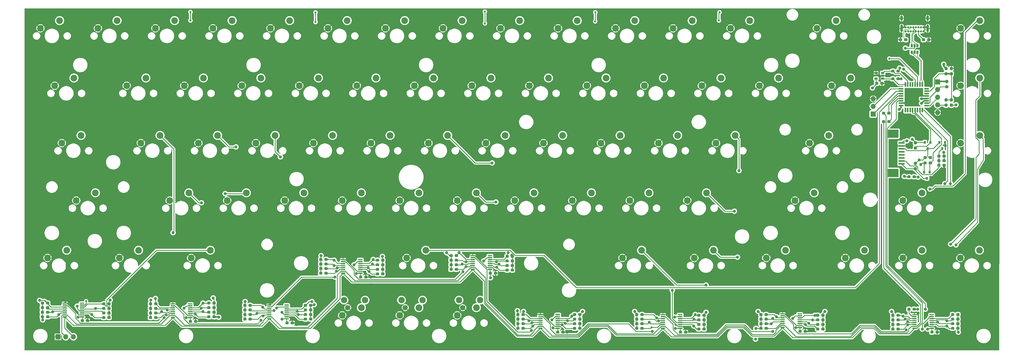
<source format=gbr>
%TF.GenerationSoftware,KiCad,Pcbnew,5.1.6+dfsg1-1~bpo10+1*%
%TF.CreationDate,2020-06-22T19:18:26-07:00*%
%TF.ProjectId,67keys-trackpoint,36376b65-7973-42d7-9472-61636b706f69,A*%
%TF.SameCoordinates,Original*%
%TF.FileFunction,Copper,L2,Bot*%
%TF.FilePolarity,Positive*%
%FSLAX46Y46*%
G04 Gerber Fmt 4.6, Leading zero omitted, Abs format (unit mm)*
G04 Created by KiCad (PCBNEW 5.1.6+dfsg1-1~bpo10+1) date 2020-06-22 19:18:26*
%MOMM*%
%LPD*%
G01*
G04 APERTURE LIST*
%TA.AperFunction,ComponentPad*%
%ADD10O,0.900000X1.700000*%
%TD*%
%TA.AperFunction,ComponentPad*%
%ADD11O,0.900000X2.400000*%
%TD*%
%TA.AperFunction,ComponentPad*%
%ADD12C,0.700000*%
%TD*%
%TA.AperFunction,ComponentPad*%
%ADD13O,1.700000X1.700000*%
%TD*%
%TA.AperFunction,ComponentPad*%
%ADD14R,1.700000X1.700000*%
%TD*%
%TA.AperFunction,SMDPad,CuDef*%
%ADD15R,1.060000X0.650000*%
%TD*%
%TA.AperFunction,ComponentPad*%
%ADD16C,2.200000*%
%TD*%
%TA.AperFunction,ComponentPad*%
%ADD17C,2.100000*%
%TD*%
%TA.AperFunction,ComponentPad*%
%ADD18C,1.750000*%
%TD*%
%TA.AperFunction,SMDPad,CuDef*%
%ADD19R,3.600000X2.680000*%
%TD*%
%TA.AperFunction,SMDPad,CuDef*%
%ADD20R,2.000000X0.610000*%
%TD*%
%TA.AperFunction,SMDPad,CuDef*%
%ADD21R,0.800000X0.900000*%
%TD*%
%TA.AperFunction,SMDPad,CuDef*%
%ADD22R,0.650000X1.060000*%
%TD*%
%TA.AperFunction,SMDPad,CuDef*%
%ADD23R,0.550000X1.600000*%
%TD*%
%TA.AperFunction,SMDPad,CuDef*%
%ADD24R,1.600000X0.550000*%
%TD*%
%TA.AperFunction,ViaPad*%
%ADD25C,0.685800*%
%TD*%
%TA.AperFunction,ViaPad*%
%ADD26C,1.000000*%
%TD*%
%TA.AperFunction,Conductor*%
%ADD27C,0.254000*%
%TD*%
%TA.AperFunction,Conductor*%
%ADD28C,0.508000*%
%TD*%
%TA.AperFunction,Conductor*%
%ADD29C,0.152400*%
%TD*%
%TA.AperFunction,Conductor*%
%ADD30C,0.203200*%
%TD*%
G04 APERTURE END LIST*
D10*
%TO.P,J1,S1*%
%TO.N,GND*%
X323344500Y-54568000D03*
X331994500Y-54568000D03*
D11*
X323344500Y-57948000D03*
X331994500Y-57948000D03*
D12*
%TO.P,J1,B6*%
%TO.N,/Conn_D+*%
X327244500Y-57578000D03*
%TO.P,J1,B1*%
%TO.N,GND*%
X324694500Y-57578000D03*
%TO.P,J1,B4*%
%TO.N,+5V*%
X325544500Y-57578000D03*
%TO.P,J1,B5*%
%TO.N,Net-(J1-PadB5)*%
X326394500Y-57578000D03*
%TO.P,J1,B12*%
%TO.N,GND*%
X330644500Y-57578000D03*
%TO.P,J1,B8*%
%TO.N,N/C*%
X328944500Y-57578000D03*
%TO.P,J1,B7*%
%TO.N,/Conn_D-*%
X328094500Y-57578000D03*
%TO.P,J1,B9*%
%TO.N,+5V*%
X329794500Y-57578000D03*
%TO.P,J1,A12*%
%TO.N,GND*%
X324694500Y-58928000D03*
%TO.P,J1,A9*%
%TO.N,+5V*%
X325544500Y-58928000D03*
%TO.P,J1,A8*%
%TO.N,N/C*%
X326394500Y-58928000D03*
%TO.P,J1,A7*%
%TO.N,/Conn_D-*%
X327244500Y-58928000D03*
%TO.P,J1,A6*%
%TO.N,/Conn_D+*%
X328094500Y-58928000D03*
%TO.P,J1,A5*%
%TO.N,Net-(J1-PadA5)*%
X328944500Y-58928000D03*
%TO.P,J1,A4*%
%TO.N,+5V*%
X329794500Y-58928000D03*
%TO.P,J1,A1*%
%TO.N,GND*%
X330644500Y-58928000D03*
%TD*%
D13*
%TO.P,J5,3*%
%TO.N,GND*%
X313944000Y-81280000D03*
%TO.P,J5,2*%
%TO.N,Net-(J5-Pad2)*%
X313944000Y-83820000D03*
D14*
%TO.P,J5,1*%
%TO.N,Net-(J5-Pad1)*%
X313944000Y-86360000D03*
%TD*%
D15*
%TO.P,U13,5*%
%TO.N,GND*%
X314876000Y-72710000D03*
%TO.P,U13,4*%
%TO.N,+3V3*%
X314876000Y-74610000D03*
%TO.P,U13,3*%
%TO.N,/EEP_SDA*%
X317076000Y-74610000D03*
%TO.P,U13,2*%
%TO.N,GND*%
X317076000Y-73660000D03*
%TO.P,U13,1*%
%TO.N,/EEP_SCL*%
X317076000Y-72710000D03*
%TD*%
D13*
%TO.P,J4,3*%
%TO.N,~SW_PL*%
X49022000Y-160274000D03*
%TO.P,J4,2*%
%TO.N,SW_CP*%
X46482000Y-160274000D03*
D14*
%TO.P,J4,1*%
%TO.N,GND*%
X43942000Y-160274000D03*
%TD*%
D16*
%TO.P,SWJ7,1*%
%TO.N,Net-(R83-Pad1)*%
X349123000Y-131572000D03*
%TO.P,SWJ7,2*%
%TO.N,GND*%
X342773000Y-134112000D03*
%TD*%
D17*
%TO.P,SWD11,*%
%TO.N,*%
X183749000Y-148132000D03*
D18*
%TO.P,SWD11,1*%
%TO.N,Net-(R40-Pad1)*%
X182499000Y-150622000D03*
%TO.P,SWD11,2*%
%TO.N,GND*%
X177999000Y-150622000D03*
D17*
%TO.P,SWD11,*%
%TO.N,*%
X176739000Y-148132000D03*
%TD*%
%TO.P,SWD9,*%
%TO.N,*%
X164699000Y-148132000D03*
D18*
%TO.P,SWD9,1*%
%TO.N,Net-(R41-Pad1)*%
X163449000Y-150622000D03*
%TO.P,SWD9,2*%
%TO.N,GND*%
X158949000Y-150622000D03*
D17*
%TO.P,SWD9,*%
%TO.N,*%
X157689000Y-148132000D03*
%TD*%
%TO.P,SWD7,*%
%TO.N,*%
X145649000Y-148132000D03*
D18*
%TO.P,SWD7,1*%
%TO.N,Net-(R42-Pad1)*%
X144399000Y-150622000D03*
%TO.P,SWD7,2*%
%TO.N,GND*%
X139899000Y-150622000D03*
D17*
%TO.P,SWD7,*%
%TO.N,*%
X138639000Y-148132000D03*
%TD*%
D16*
%TO.P,SWD8,2*%
%TO.N,GND*%
X157099000Y-153162000D03*
%TO.P,SWD8,1*%
%TO.N,Net-(R41-Pad1)*%
X163449000Y-150622000D03*
%TD*%
%TO.P,SWD5,2*%
%TO.N,GND*%
X159385000Y-134112000D03*
%TO.P,SWD5,1*%
%TO.N,SPACE*%
X165735000Y-131572000D03*
%TD*%
%TO.P,SWC6,2*%
%TO.N,GND*%
X128524000Y-96012000D03*
%TO.P,SWC6,1*%
%TO.N,Net-(R34-Pad1)*%
X134874000Y-93472000D03*
%TD*%
%TO.P,SWJ5,1*%
%TO.N,Net-(R87-Pad1)*%
X311023000Y-131572000D03*
%TO.P,SWJ5,2*%
%TO.N,GND*%
X304673000Y-134112000D03*
%TD*%
%TO.P,SWE3,2*%
%TO.N,GND*%
X161925000Y-76962000D03*
%TO.P,SWE3,1*%
%TO.N,Net-(R53-Pad1)*%
X168275000Y-74422000D03*
%TD*%
%TO.P,SWH3,2*%
%TO.N,GND*%
X292862000Y-96012000D03*
%TO.P,SWH3,1*%
%TO.N,Net-(R73-Pad1)*%
X299212000Y-93472000D03*
%TD*%
%TO.P,SWA8,2*%
%TO.N,GND*%
X88011000Y-134112000D03*
%TO.P,SWA8,1*%
%TO.N,Net-(R16-Pad1)*%
X94361000Y-131572000D03*
%TD*%
%TO.P,SWH6,2*%
%TO.N,GND*%
X254698500Y-134112000D03*
%TO.P,SWH6,1*%
%TO.N,Net-(R78-Pad1)*%
X261048500Y-131572000D03*
%TD*%
%TO.P,SWB7,2*%
%TO.N,GND*%
X80899000Y-115062000D03*
%TO.P,SWB7,1*%
%TO.N,Net-(R25-Pad1)*%
X87249000Y-112522000D03*
%TD*%
%TO.P,SWA4,2*%
%TO.N,GND*%
X45212000Y-96012000D03*
%TO.P,SWA4,1*%
%TO.N,Net-(R20-Pad1)*%
X51562000Y-93472000D03*
%TD*%
%TO.P,SWD10,2*%
%TO.N,GND*%
X176149000Y-153162000D03*
%TO.P,SWD10,1*%
%TO.N,Net-(R40-Pad1)*%
X182499000Y-150622000D03*
%TD*%
%TO.P,SWD3,2*%
%TO.N,GND*%
X147574000Y-96012000D03*
%TO.P,SWD3,1*%
%TO.N,Net-(R45-Pad1)*%
X153924000Y-93472000D03*
%TD*%
%TO.P,SWC4,2*%
%TO.N,GND*%
X123825000Y-76962000D03*
%TO.P,SWC4,1*%
%TO.N,Net-(R36-Pad1)*%
X130175000Y-74422000D03*
%TD*%
%TO.P,SWD2,2*%
%TO.N,GND*%
X142875000Y-76962000D03*
%TO.P,SWD2,1*%
%TO.N,Net-(R46-Pad1)*%
X149225000Y-74422000D03*
%TD*%
%TO.P,SWH2,2*%
%TO.N,GND*%
X300101000Y-76962000D03*
%TO.P,SWH2,1*%
%TO.N,Net-(R74-Pad1)*%
X306451000Y-74422000D03*
%TD*%
%TO.P,SWD6,2*%
%TO.N,GND*%
X138049000Y-153162000D03*
%TO.P,SWD6,1*%
%TO.N,Net-(R42-Pad1)*%
X144399000Y-150622000D03*
%TD*%
%TO.P,SWG3,2*%
%TO.N,GND*%
X238125000Y-76962000D03*
%TO.P,SWG3,1*%
%TO.N,Net-(R69-Pad1)*%
X244475000Y-74422000D03*
%TD*%
%TO.P,SWH1,2*%
%TO.N,GND*%
X295275000Y-57912000D03*
%TO.P,SWH1,1*%
%TO.N,Net-(R75-Pad1)*%
X301625000Y-55372000D03*
%TD*%
%TO.P,SWF5,2*%
%TO.N,GND*%
X204724000Y-96012000D03*
%TO.P,SWF5,1*%
%TO.N,Net-(R59-Pad1)*%
X211074000Y-93472000D03*
%TD*%
%TO.P,SWF8,2*%
%TO.N,GND*%
X233299000Y-115062000D03*
%TO.P,SWF8,1*%
%TO.N,Net-(R56-Pad1)*%
X239649000Y-112522000D03*
%TD*%
%TO.P,SWD1,2*%
%TO.N,GND*%
X152400000Y-57912000D03*
%TO.P,SWD1,1*%
%TO.N,Net-(R47-Pad1)*%
X158750000Y-55372000D03*
%TD*%
%TO.P,SWG1,2*%
%TO.N,GND*%
X247650000Y-57912000D03*
%TO.P,SWG1,1*%
%TO.N,Net-(R71-Pad1)*%
X254000000Y-55372000D03*
%TD*%
%TO.P,SWC1,2*%
%TO.N,GND*%
X114300000Y-57912000D03*
%TO.P,SWC1,1*%
%TO.N,Net-(R39-Pad1)*%
X120650000Y-55372000D03*
%TD*%
%TO.P,SWA7,2*%
%TO.N,GND*%
X64262000Y-134112000D03*
%TO.P,SWA7,1*%
%TO.N,Net-(R17-Pad1)*%
X70612000Y-131572000D03*
%TD*%
%TO.P,SWA5,2*%
%TO.N,GND*%
X49974500Y-115062000D03*
%TO.P,SWA5,1*%
%TO.N,Net-(R19-Pad1)*%
X56324500Y-112522000D03*
%TD*%
%TO.P,SWF3,2*%
%TO.N,GND*%
X200025000Y-76962000D03*
%TO.P,SWF3,1*%
%TO.N,Net-(R61-Pad1)*%
X206375000Y-74422000D03*
%TD*%
%TO.P,SWB2,2*%
%TO.N,GND*%
X95250000Y-57912000D03*
%TO.P,SWB2,1*%
%TO.N,Net-(R30-Pad1)*%
X101600000Y-55372000D03*
%TD*%
%TO.P,SWF6,2*%
%TO.N,GND*%
X223774000Y-96012000D03*
%TO.P,SWF6,1*%
%TO.N,Net-(R58-Pad1)*%
X230124000Y-93472000D03*
%TD*%
%TO.P,SWE6,2*%
%TO.N,GND*%
X185674000Y-96012000D03*
%TO.P,SWE6,1*%
%TO.N,Net-(R50-Pad1)*%
X192024000Y-93472000D03*
%TD*%
%TO.P,SWF1,2*%
%TO.N,GND*%
X209550000Y-57912000D03*
%TO.P,SWF1,1*%
%TO.N,Net-(R63-Pad1)*%
X215900000Y-55372000D03*
%TD*%
%TO.P,SWB5,2*%
%TO.N,GND*%
X71374000Y-96012000D03*
%TO.P,SWB5,1*%
%TO.N,Net-(R27-Pad1)*%
X77724000Y-93472000D03*
%TD*%
%TO.P,SWB3,2*%
%TO.N,GND*%
X66675000Y-76962000D03*
%TO.P,SWB3,1*%
%TO.N,Net-(R29-Pad1)*%
X73025000Y-74422000D03*
%TD*%
%TO.P,SWE4,2*%
%TO.N,GND*%
X180975000Y-76962000D03*
%TO.P,SWE4,1*%
%TO.N,Net-(R52-Pad1)*%
X187325000Y-74422000D03*
%TD*%
%TO.P,SWF4,2*%
%TO.N,GND*%
X219075000Y-76962000D03*
%TO.P,SWF4,1*%
%TO.N,Net-(R60-Pad1)*%
X225425000Y-74422000D03*
%TD*%
%TO.P,SWG6,2*%
%TO.N,GND*%
X242824000Y-96012000D03*
%TO.P,SWG6,1*%
%TO.N,Net-(R66-Pad1)*%
X249174000Y-93472000D03*
%TD*%
%TO.P,SWG5,2*%
%TO.N,GND*%
X276225000Y-76962000D03*
%TO.P,SWG5,1*%
%TO.N,Net-(R67-Pad1)*%
X282575000Y-74422000D03*
%TD*%
%TO.P,SWH7,2*%
%TO.N,GND*%
X230886000Y-134112000D03*
%TO.P,SWH7,1*%
%TO.N,Net-(R77-Pad1)*%
X237236000Y-131572000D03*
%TD*%
%TO.P,SWH4,2*%
%TO.N,GND*%
X288036000Y-115062000D03*
%TO.P,SWH4,1*%
%TO.N,Net-(R72-Pad1)*%
X294386000Y-112522000D03*
%TD*%
%TO.P,SWD4,2*%
%TO.N,GND*%
X157099000Y-115062000D03*
%TO.P,SWD4,1*%
%TO.N,Net-(R44-Pad1)*%
X163449000Y-112522000D03*
%TD*%
%TO.P,SWE8,2*%
%TO.N,GND*%
X195199000Y-115062000D03*
%TO.P,SWE8,1*%
%TO.N,Net-(R48-Pad1)*%
X201549000Y-112522000D03*
%TD*%
%TO.P,SWE1,2*%
%TO.N,GND*%
X171450000Y-57912000D03*
%TO.P,SWE1,1*%
%TO.N,Net-(R55-Pad1)*%
X177800000Y-55372000D03*
%TD*%
%TO.P,SWG7,2*%
%TO.N,GND*%
X261874000Y-96012000D03*
%TO.P,SWG7,1*%
%TO.N,Net-(R65-Pad1)*%
X268224000Y-93472000D03*
%TD*%
%TO.P,SWC2,2*%
%TO.N,GND*%
X133350000Y-57912000D03*
%TO.P,SWC2,1*%
%TO.N,Net-(R38-Pad1)*%
X139700000Y-55372000D03*
%TD*%
%TO.P,SWE2,2*%
%TO.N,GND*%
X190500000Y-57912000D03*
%TO.P,SWE2,1*%
%TO.N,Net-(R54-Pad1)*%
X196850000Y-55372000D03*
%TD*%
%TO.P,SWC5,2*%
%TO.N,GND*%
X109474000Y-96012000D03*
%TO.P,SWC5,1*%
%TO.N,Net-(R35-Pad1)*%
X115824000Y-93472000D03*
%TD*%
%TO.P,SWB4,2*%
%TO.N,GND*%
X85725000Y-76962000D03*
%TO.P,SWB4,1*%
%TO.N,Net-(R28-Pad1)*%
X92075000Y-74422000D03*
%TD*%
%TO.P,SWE5,2*%
%TO.N,GND*%
X166624000Y-96012000D03*
%TO.P,SWE5,1*%
%TO.N,Net-(R51-Pad1)*%
X172974000Y-93472000D03*
%TD*%
%TO.P,SWH5,2*%
%TO.N,GND*%
X278511000Y-134112000D03*
%TO.P,SWH5,1*%
%TO.N,Net-(R79-Pad1)*%
X284861000Y-131572000D03*
%TD*%
D19*
%TO.P,J3,MP*%
%TO.N,N/C*%
X320550000Y-92930000D03*
X320550000Y-105910000D03*
D20*
%TO.P,J3,8*%
%TO.N,+5V*%
X323350000Y-95920000D03*
%TO.P,J3,7*%
%TO.N,GND*%
X323350000Y-96920000D03*
%TO.P,J3,6*%
%TO.N,/TP_CLK*%
X323350000Y-97920000D03*
%TO.P,J3,5*%
%TO.N,N/C*%
X323350000Y-98920000D03*
%TO.P,J3,4*%
X323350000Y-99920000D03*
%TO.P,J3,3*%
X323350000Y-100920000D03*
%TO.P,J3,2*%
%TO.N,/TP_RESET*%
X323350000Y-101920000D03*
%TO.P,J3,1*%
%TO.N,/TP_DATA*%
X323350000Y-102920000D03*
%TD*%
D16*
%TO.P,SWC3,2*%
%TO.N,GND*%
X104775000Y-76962000D03*
%TO.P,SWC3,1*%
%TO.N,Net-(R37-Pad1)*%
X111125000Y-74422000D03*
%TD*%
%TO.P,SWG4,2*%
%TO.N,GND*%
X257175000Y-76962000D03*
%TO.P,SWG4,1*%
%TO.N,Net-(R68-Pad1)*%
X263525000Y-74422000D03*
%TD*%
%TO.P,SWF7,2*%
%TO.N,GND*%
X214249000Y-115062000D03*
%TO.P,SWF7,1*%
%TO.N,Net-(R57-Pad1)*%
X220599000Y-112522000D03*
%TD*%
%TO.P,SWG2,2*%
%TO.N,GND*%
X266700000Y-57912000D03*
%TO.P,SWG2,1*%
%TO.N,Net-(R70-Pad1)*%
X273050000Y-55372000D03*
%TD*%
%TO.P,SWE7,2*%
%TO.N,GND*%
X176149000Y-115062000D03*
%TO.P,SWE7,1*%
%TO.N,Net-(R49-Pad1)*%
X182499000Y-112522000D03*
%TD*%
%TO.P,SWB1,2*%
%TO.N,GND*%
X76200000Y-57912000D03*
%TO.P,SWB1,1*%
%TO.N,Net-(R31-Pad1)*%
X82550000Y-55372000D03*
%TD*%
%TO.P,SWF2,2*%
%TO.N,GND*%
X228600000Y-57912000D03*
%TO.P,SWF2,1*%
%TO.N,Net-(R62-Pad1)*%
X234950000Y-55372000D03*
%TD*%
%TO.P,SWA2,2*%
%TO.N,GND*%
X57138000Y-57912000D03*
%TO.P,SWA2,1*%
%TO.N,Net-(R22-Pad1)*%
X63488000Y-55372000D03*
%TD*%
%TO.P,SWA6,2*%
%TO.N,GND*%
X40449500Y-134112000D03*
%TO.P,SWA6,1*%
%TO.N,Net-(R18-Pad1)*%
X46799500Y-131572000D03*
%TD*%
%TO.P,SWC8,2*%
%TO.N,GND*%
X138049000Y-115062000D03*
%TO.P,SWC8,1*%
%TO.N,Net-(R32-Pad1)*%
X144399000Y-112522000D03*
%TD*%
%TO.P,SWC7,2*%
%TO.N,GND*%
X118999000Y-115062000D03*
%TO.P,SWC7,1*%
%TO.N,Net-(R33-Pad1)*%
X125349000Y-112522000D03*
%TD*%
%TO.P,SWB8,2*%
%TO.N,GND*%
X99949000Y-115062000D03*
%TO.P,SWB8,1*%
%TO.N,Net-(R24-Pad1)*%
X106299000Y-112522000D03*
%TD*%
%TO.P,SWB6,2*%
%TO.N,GND*%
X90424000Y-96012000D03*
%TO.P,SWB6,1*%
%TO.N,Net-(R26-Pad1)*%
X96774000Y-93472000D03*
%TD*%
%TO.P,SWA3,2*%
%TO.N,GND*%
X42862500Y-76962000D03*
%TO.P,SWA3,1*%
%TO.N,Net-(R21-Pad1)*%
X49212500Y-74422000D03*
%TD*%
%TO.P,SWA1,2*%
%TO.N,GND*%
X38100000Y-57912000D03*
%TO.P,SWA1,1*%
%TO.N,Net-(R23-Pad1)*%
X44450000Y-55372000D03*
%TD*%
%TO.P,SWG8,2*%
%TO.N,GND*%
X252349000Y-115062000D03*
%TO.P,SWG8,1*%
%TO.N,Net-(R64-Pad1)*%
X258699000Y-112522000D03*
%TD*%
D13*
%TO.P,J2,5*%
%TO.N,GND*%
X335280000Y-85852000D03*
%TO.P,J2,4*%
%TO.N,/~RESET*%
X335280000Y-83312000D03*
%TO.P,J2,3*%
%TO.N,/SWDIO*%
X335280000Y-80772000D03*
%TO.P,J2,2*%
%TO.N,/SWCLK*%
X335280000Y-78232000D03*
D14*
%TO.P,J2,1*%
%TO.N,+3V3*%
X335280000Y-75692000D03*
%TD*%
D16*
%TO.P,SWJ2,2*%
%TO.N,GND*%
X342900000Y-76962000D03*
%TO.P,SWJ2,1*%
%TO.N,Net-(R82-Pad1)*%
X349250000Y-74422000D03*
%TD*%
%TO.P,SWJ1,2*%
%TO.N,GND*%
X342900000Y-57912000D03*
%TO.P,SWJ1,1*%
%TO.N,Net-(R85-Pad1)*%
X349250000Y-55372000D03*
%TD*%
%TO.P,SWJ3,2*%
%TO.N,GND*%
X342900000Y-96012000D03*
%TO.P,SWJ3,1*%
%TO.N,Net-(R81-Pad1)*%
X349250000Y-93472000D03*
%TD*%
%TO.P,SWJ6,2*%
%TO.N,GND*%
X323723000Y-134112000D03*
%TO.P,SWJ6,1*%
%TO.N,Net-(R86-Pad1)*%
X330073000Y-131572000D03*
%TD*%
%TO.P,SWJ4,2*%
%TO.N,GND*%
X323723000Y-115062000D03*
%TO.P,SWJ4,1*%
%TO.N,Net-(R84-Pad1)*%
X330073000Y-112522000D03*
%TD*%
%TO.P,R12,2*%
%TO.N,/TP_CLK*%
%TA.AperFunction,SMDPad,CuDef*%
G36*
G01*
X332382000Y-101039500D02*
X332382000Y-100564500D01*
G75*
G02*
X332619500Y-100327000I237500J0D01*
G01*
X333194500Y-100327000D01*
G75*
G02*
X333432000Y-100564500I0J-237500D01*
G01*
X333432000Y-101039500D01*
G75*
G02*
X333194500Y-101277000I-237500J0D01*
G01*
X332619500Y-101277000D01*
G75*
G02*
X332382000Y-101039500I0J237500D01*
G01*
G37*
%TD.AperFunction*%
%TO.P,R12,1*%
%TO.N,+5V*%
%TA.AperFunction,SMDPad,CuDef*%
G36*
G01*
X330632000Y-101039500D02*
X330632000Y-100564500D01*
G75*
G02*
X330869500Y-100327000I237500J0D01*
G01*
X331444500Y-100327000D01*
G75*
G02*
X331682000Y-100564500I0J-237500D01*
G01*
X331682000Y-101039500D01*
G75*
G02*
X331444500Y-101277000I-237500J0D01*
G01*
X330869500Y-101277000D01*
G75*
G02*
X330632000Y-101039500I0J237500D01*
G01*
G37*
%TD.AperFunction*%
%TD*%
%TO.P,R11,2*%
%TO.N,Net-(Q2-Pad2)*%
%TA.AperFunction,SMDPad,CuDef*%
G36*
G01*
X332328000Y-102853500D02*
X332328000Y-102378500D01*
G75*
G02*
X332565500Y-102141000I237500J0D01*
G01*
X333140500Y-102141000D01*
G75*
G02*
X333378000Y-102378500I0J-237500D01*
G01*
X333378000Y-102853500D01*
G75*
G02*
X333140500Y-103091000I-237500J0D01*
G01*
X332565500Y-103091000D01*
G75*
G02*
X332328000Y-102853500I0J237500D01*
G01*
G37*
%TD.AperFunction*%
%TO.P,R11,1*%
%TO.N,+3V3*%
%TA.AperFunction,SMDPad,CuDef*%
G36*
G01*
X330578000Y-102853500D02*
X330578000Y-102378500D01*
G75*
G02*
X330815500Y-102141000I237500J0D01*
G01*
X331390500Y-102141000D01*
G75*
G02*
X331628000Y-102378500I0J-237500D01*
G01*
X331628000Y-102853500D01*
G75*
G02*
X331390500Y-103091000I-237500J0D01*
G01*
X330815500Y-103091000D01*
G75*
G02*
X330578000Y-102853500I0J237500D01*
G01*
G37*
%TD.AperFunction*%
%TD*%
%TO.P,R9,2*%
%TO.N,Net-(R9-Pad2)*%
%TA.AperFunction,SMDPad,CuDef*%
G36*
G01*
X318612000Y-86343500D02*
X318612000Y-85868500D01*
G75*
G02*
X318849500Y-85631000I237500J0D01*
G01*
X319424500Y-85631000D01*
G75*
G02*
X319662000Y-85868500I0J-237500D01*
G01*
X319662000Y-86343500D01*
G75*
G02*
X319424500Y-86581000I-237500J0D01*
G01*
X318849500Y-86581000D01*
G75*
G02*
X318612000Y-86343500I0J237500D01*
G01*
G37*
%TD.AperFunction*%
%TO.P,R9,1*%
%TO.N,~SW_PL*%
%TA.AperFunction,SMDPad,CuDef*%
G36*
G01*
X316862000Y-86343500D02*
X316862000Y-85868500D01*
G75*
G02*
X317099500Y-85631000I237500J0D01*
G01*
X317674500Y-85631000D01*
G75*
G02*
X317912000Y-85868500I0J-237500D01*
G01*
X317912000Y-86343500D01*
G75*
G02*
X317674500Y-86581000I-237500J0D01*
G01*
X317099500Y-86581000D01*
G75*
G02*
X316862000Y-86343500I0J237500D01*
G01*
G37*
%TD.AperFunction*%
%TD*%
%TO.P,R8,2*%
%TO.N,Net-(R8-Pad2)*%
%TA.AperFunction,SMDPad,CuDef*%
G36*
G01*
X318612000Y-89137500D02*
X318612000Y-88662500D01*
G75*
G02*
X318849500Y-88425000I237500J0D01*
G01*
X319424500Y-88425000D01*
G75*
G02*
X319662000Y-88662500I0J-237500D01*
G01*
X319662000Y-89137500D01*
G75*
G02*
X319424500Y-89375000I-237500J0D01*
G01*
X318849500Y-89375000D01*
G75*
G02*
X318612000Y-89137500I0J237500D01*
G01*
G37*
%TD.AperFunction*%
%TO.P,R8,1*%
%TO.N,SW_CP*%
%TA.AperFunction,SMDPad,CuDef*%
G36*
G01*
X316862000Y-89137500D02*
X316862000Y-88662500D01*
G75*
G02*
X317099500Y-88425000I237500J0D01*
G01*
X317674500Y-88425000D01*
G75*
G02*
X317912000Y-88662500I0J-237500D01*
G01*
X317912000Y-89137500D01*
G75*
G02*
X317674500Y-89375000I-237500J0D01*
G01*
X317099500Y-89375000D01*
G75*
G02*
X316862000Y-89137500I0J237500D01*
G01*
G37*
%TD.AperFunction*%
%TD*%
%TO.P,R7,2*%
%TO.N,Net-(Q1-Pad2)*%
%TA.AperFunction,SMDPad,CuDef*%
G36*
G01*
X327676500Y-97124000D02*
X328151500Y-97124000D01*
G75*
G02*
X328389000Y-97361500I0J-237500D01*
G01*
X328389000Y-97936500D01*
G75*
G02*
X328151500Y-98174000I-237500J0D01*
G01*
X327676500Y-98174000D01*
G75*
G02*
X327439000Y-97936500I0J237500D01*
G01*
X327439000Y-97361500D01*
G75*
G02*
X327676500Y-97124000I237500J0D01*
G01*
G37*
%TD.AperFunction*%
%TO.P,R7,1*%
%TO.N,+3V3*%
%TA.AperFunction,SMDPad,CuDef*%
G36*
G01*
X327676500Y-95374000D02*
X328151500Y-95374000D01*
G75*
G02*
X328389000Y-95611500I0J-237500D01*
G01*
X328389000Y-96186500D01*
G75*
G02*
X328151500Y-96424000I-237500J0D01*
G01*
X327676500Y-96424000D01*
G75*
G02*
X327439000Y-96186500I0J237500D01*
G01*
X327439000Y-95611500D01*
G75*
G02*
X327676500Y-95374000I237500J0D01*
G01*
G37*
%TD.AperFunction*%
%TD*%
%TO.P,R6,2*%
%TO.N,+3V3*%
%TA.AperFunction,SMDPad,CuDef*%
G36*
G01*
X339614500Y-82900000D02*
X340089500Y-82900000D01*
G75*
G02*
X340327000Y-83137500I0J-237500D01*
G01*
X340327000Y-83712500D01*
G75*
G02*
X340089500Y-83950000I-237500J0D01*
G01*
X339614500Y-83950000D01*
G75*
G02*
X339377000Y-83712500I0J237500D01*
G01*
X339377000Y-83137500D01*
G75*
G02*
X339614500Y-82900000I237500J0D01*
G01*
G37*
%TD.AperFunction*%
%TO.P,R6,1*%
%TO.N,Net-(C4-Pad1)*%
%TA.AperFunction,SMDPad,CuDef*%
G36*
G01*
X339614500Y-81150000D02*
X340089500Y-81150000D01*
G75*
G02*
X340327000Y-81387500I0J-237500D01*
G01*
X340327000Y-81962500D01*
G75*
G02*
X340089500Y-82200000I-237500J0D01*
G01*
X339614500Y-82200000D01*
G75*
G02*
X339377000Y-81962500I0J237500D01*
G01*
X339377000Y-81387500D01*
G75*
G02*
X339614500Y-81150000I237500J0D01*
G01*
G37*
%TD.AperFunction*%
%TD*%
%TO.P,R5,2*%
%TO.N,+3V3*%
%TA.AperFunction,SMDPad,CuDef*%
G36*
G01*
X338565500Y-76104000D02*
X338090500Y-76104000D01*
G75*
G02*
X337853000Y-75866500I0J237500D01*
G01*
X337853000Y-75291500D01*
G75*
G02*
X338090500Y-75054000I237500J0D01*
G01*
X338565500Y-75054000D01*
G75*
G02*
X338803000Y-75291500I0J-237500D01*
G01*
X338803000Y-75866500D01*
G75*
G02*
X338565500Y-76104000I-237500J0D01*
G01*
G37*
%TD.AperFunction*%
%TO.P,R5,1*%
%TO.N,/SWCLK*%
%TA.AperFunction,SMDPad,CuDef*%
G36*
G01*
X338565500Y-77854000D02*
X338090500Y-77854000D01*
G75*
G02*
X337853000Y-77616500I0J237500D01*
G01*
X337853000Y-77041500D01*
G75*
G02*
X338090500Y-76804000I237500J0D01*
G01*
X338565500Y-76804000D01*
G75*
G02*
X338803000Y-77041500I0J-237500D01*
G01*
X338803000Y-77616500D01*
G75*
G02*
X338565500Y-77854000I-237500J0D01*
G01*
G37*
%TD.AperFunction*%
%TD*%
%TO.P,R4,2*%
%TO.N,/~RESET*%
%TA.AperFunction,SMDPad,CuDef*%
G36*
G01*
X337836500Y-82900000D02*
X338311500Y-82900000D01*
G75*
G02*
X338549000Y-83137500I0J-237500D01*
G01*
X338549000Y-83712500D01*
G75*
G02*
X338311500Y-83950000I-237500J0D01*
G01*
X337836500Y-83950000D01*
G75*
G02*
X337599000Y-83712500I0J237500D01*
G01*
X337599000Y-83137500D01*
G75*
G02*
X337836500Y-82900000I237500J0D01*
G01*
G37*
%TD.AperFunction*%
%TO.P,R4,1*%
%TO.N,Net-(C4-Pad1)*%
%TA.AperFunction,SMDPad,CuDef*%
G36*
G01*
X337836500Y-81150000D02*
X338311500Y-81150000D01*
G75*
G02*
X338549000Y-81387500I0J-237500D01*
G01*
X338549000Y-81962500D01*
G75*
G02*
X338311500Y-82200000I-237500J0D01*
G01*
X337836500Y-82200000D01*
G75*
G02*
X337599000Y-81962500I0J237500D01*
G01*
X337599000Y-81387500D01*
G75*
G02*
X337836500Y-81150000I237500J0D01*
G01*
G37*
%TD.AperFunction*%
%TD*%
%TO.P,R3,2*%
%TO.N,Net-(R3-Pad2)*%
%TA.AperFunction,SMDPad,CuDef*%
G36*
G01*
X338311500Y-71786000D02*
X337836500Y-71786000D01*
G75*
G02*
X337599000Y-71548500I0J237500D01*
G01*
X337599000Y-70973500D01*
G75*
G02*
X337836500Y-70736000I237500J0D01*
G01*
X338311500Y-70736000D01*
G75*
G02*
X338549000Y-70973500I0J-237500D01*
G01*
X338549000Y-71548500D01*
G75*
G02*
X338311500Y-71786000I-237500J0D01*
G01*
G37*
%TD.AperFunction*%
%TO.P,R3,1*%
%TO.N,Net-(C4-Pad1)*%
%TA.AperFunction,SMDPad,CuDef*%
G36*
G01*
X338311500Y-73536000D02*
X337836500Y-73536000D01*
G75*
G02*
X337599000Y-73298500I0J237500D01*
G01*
X337599000Y-72723500D01*
G75*
G02*
X337836500Y-72486000I237500J0D01*
G01*
X338311500Y-72486000D01*
G75*
G02*
X338549000Y-72723500I0J-237500D01*
G01*
X338549000Y-73298500D01*
G75*
G02*
X338311500Y-73536000I-237500J0D01*
G01*
G37*
%TD.AperFunction*%
%TD*%
%TO.P,R2,2*%
%TO.N,Net-(J1-PadA5)*%
%TA.AperFunction,SMDPad,CuDef*%
G36*
G01*
X331120000Y-61484500D02*
X331120000Y-61959500D01*
G75*
G02*
X330882500Y-62197000I-237500J0D01*
G01*
X330307500Y-62197000D01*
G75*
G02*
X330070000Y-61959500I0J237500D01*
G01*
X330070000Y-61484500D01*
G75*
G02*
X330307500Y-61247000I237500J0D01*
G01*
X330882500Y-61247000D01*
G75*
G02*
X331120000Y-61484500I0J-237500D01*
G01*
G37*
%TD.AperFunction*%
%TO.P,R2,1*%
%TO.N,GND*%
%TA.AperFunction,SMDPad,CuDef*%
G36*
G01*
X332870000Y-61484500D02*
X332870000Y-61959500D01*
G75*
G02*
X332632500Y-62197000I-237500J0D01*
G01*
X332057500Y-62197000D01*
G75*
G02*
X331820000Y-61959500I0J237500D01*
G01*
X331820000Y-61484500D01*
G75*
G02*
X332057500Y-61247000I237500J0D01*
G01*
X332632500Y-61247000D01*
G75*
G02*
X332870000Y-61484500I0J-237500D01*
G01*
G37*
%TD.AperFunction*%
%TD*%
%TO.P,R1,2*%
%TO.N,Net-(J1-PadB5)*%
%TA.AperFunction,SMDPad,CuDef*%
G36*
G01*
X324200000Y-61959500D02*
X324200000Y-61484500D01*
G75*
G02*
X324437500Y-61247000I237500J0D01*
G01*
X325012500Y-61247000D01*
G75*
G02*
X325250000Y-61484500I0J-237500D01*
G01*
X325250000Y-61959500D01*
G75*
G02*
X325012500Y-62197000I-237500J0D01*
G01*
X324437500Y-62197000D01*
G75*
G02*
X324200000Y-61959500I0J237500D01*
G01*
G37*
%TD.AperFunction*%
%TO.P,R1,1*%
%TO.N,GND*%
%TA.AperFunction,SMDPad,CuDef*%
G36*
G01*
X322450000Y-61959500D02*
X322450000Y-61484500D01*
G75*
G02*
X322687500Y-61247000I237500J0D01*
G01*
X323262500Y-61247000D01*
G75*
G02*
X323500000Y-61484500I0J-237500D01*
G01*
X323500000Y-61959500D01*
G75*
G02*
X323262500Y-62197000I-237500J0D01*
G01*
X322687500Y-62197000D01*
G75*
G02*
X322450000Y-61959500I0J237500D01*
G01*
G37*
%TD.AperFunction*%
%TD*%
D21*
%TO.P,Q3,3*%
%TO.N,/TP_RESET*%
X336804000Y-97774000D03*
%TO.P,Q3,2*%
%TO.N,GND*%
X337754000Y-95774000D03*
%TO.P,Q3,1*%
%TO.N,/TP_CLK*%
X335854000Y-95774000D03*
%TD*%
%TO.P,Q2,3*%
%TO.N,/TP_DATA*%
X331724000Y-107680000D03*
%TO.P,Q2,2*%
%TO.N,Net-(Q2-Pad2)*%
X332674000Y-105680000D03*
%TO.P,Q2,1*%
%TO.N,+3V3*%
X330774000Y-105680000D03*
%TD*%
%TO.P,Q1,3*%
%TO.N,/TP_CLK*%
X331978000Y-97774000D03*
%TO.P,Q1,2*%
%TO.N,Net-(Q1-Pad2)*%
X332928000Y-95774000D03*
%TO.P,Q1,1*%
%TO.N,+3V3*%
X331028000Y-95774000D03*
%TD*%
%TO.P,C4,2*%
%TO.N,GND*%
%TA.AperFunction,SMDPad,CuDef*%
G36*
G01*
X340089500Y-71786000D02*
X339614500Y-71786000D01*
G75*
G02*
X339377000Y-71548500I0J237500D01*
G01*
X339377000Y-70973500D01*
G75*
G02*
X339614500Y-70736000I237500J0D01*
G01*
X340089500Y-70736000D01*
G75*
G02*
X340327000Y-70973500I0J-237500D01*
G01*
X340327000Y-71548500D01*
G75*
G02*
X340089500Y-71786000I-237500J0D01*
G01*
G37*
%TD.AperFunction*%
%TO.P,C4,1*%
%TO.N,Net-(C4-Pad1)*%
%TA.AperFunction,SMDPad,CuDef*%
G36*
G01*
X340089500Y-73536000D02*
X339614500Y-73536000D01*
G75*
G02*
X339377000Y-73298500I0J237500D01*
G01*
X339377000Y-72723500D01*
G75*
G02*
X339614500Y-72486000I237500J0D01*
G01*
X340089500Y-72486000D01*
G75*
G02*
X340327000Y-72723500I0J-237500D01*
G01*
X340327000Y-73298500D01*
G75*
G02*
X340089500Y-73536000I-237500J0D01*
G01*
G37*
%TD.AperFunction*%
%TD*%
%TO.P,C12,2*%
%TO.N,GND*%
%TA.AperFunction,SMDPad,CuDef*%
G36*
G01*
X336900000Y-103615500D02*
X336900000Y-103140500D01*
G75*
G02*
X337137500Y-102903000I237500J0D01*
G01*
X337712500Y-102903000D01*
G75*
G02*
X337950000Y-103140500I0J-237500D01*
G01*
X337950000Y-103615500D01*
G75*
G02*
X337712500Y-103853000I-237500J0D01*
G01*
X337137500Y-103853000D01*
G75*
G02*
X336900000Y-103615500I0J237500D01*
G01*
G37*
%TD.AperFunction*%
%TO.P,C12,1*%
%TO.N,/TP_RESET*%
%TA.AperFunction,SMDPad,CuDef*%
G36*
G01*
X335150000Y-103615500D02*
X335150000Y-103140500D01*
G75*
G02*
X335387500Y-102903000I237500J0D01*
G01*
X335962500Y-102903000D01*
G75*
G02*
X336200000Y-103140500I0J-237500D01*
G01*
X336200000Y-103615500D01*
G75*
G02*
X335962500Y-103853000I-237500J0D01*
G01*
X335387500Y-103853000D01*
G75*
G02*
X335150000Y-103615500I0J237500D01*
G01*
G37*
%TD.AperFunction*%
%TD*%
%TO.P,C13,1*%
%TO.N,+3V3*%
%TA.AperFunction,SMDPad,CuDef*%
G36*
G01*
X51432000Y-155177500D02*
X51432000Y-154702500D01*
G75*
G02*
X51669500Y-154465000I237500J0D01*
G01*
X52244500Y-154465000D01*
G75*
G02*
X52482000Y-154702500I0J-237500D01*
G01*
X52482000Y-155177500D01*
G75*
G02*
X52244500Y-155415000I-237500J0D01*
G01*
X51669500Y-155415000D01*
G75*
G02*
X51432000Y-155177500I0J237500D01*
G01*
G37*
%TD.AperFunction*%
%TO.P,C13,2*%
%TO.N,GND*%
%TA.AperFunction,SMDPad,CuDef*%
G36*
G01*
X53182000Y-155177500D02*
X53182000Y-154702500D01*
G75*
G02*
X53419500Y-154465000I237500J0D01*
G01*
X53994500Y-154465000D01*
G75*
G02*
X54232000Y-154702500I0J-237500D01*
G01*
X54232000Y-155177500D01*
G75*
G02*
X53994500Y-155415000I-237500J0D01*
G01*
X53419500Y-155415000D01*
G75*
G02*
X53182000Y-155177500I0J237500D01*
G01*
G37*
%TD.AperFunction*%
%TD*%
%TO.P,C14,2*%
%TO.N,GND*%
%TA.AperFunction,SMDPad,CuDef*%
G36*
G01*
X88996000Y-155431500D02*
X88996000Y-154956500D01*
G75*
G02*
X89233500Y-154719000I237500J0D01*
G01*
X89808500Y-154719000D01*
G75*
G02*
X90046000Y-154956500I0J-237500D01*
G01*
X90046000Y-155431500D01*
G75*
G02*
X89808500Y-155669000I-237500J0D01*
G01*
X89233500Y-155669000D01*
G75*
G02*
X88996000Y-155431500I0J237500D01*
G01*
G37*
%TD.AperFunction*%
%TO.P,C14,1*%
%TO.N,+3V3*%
%TA.AperFunction,SMDPad,CuDef*%
G36*
G01*
X87246000Y-155431500D02*
X87246000Y-154956500D01*
G75*
G02*
X87483500Y-154719000I237500J0D01*
G01*
X88058500Y-154719000D01*
G75*
G02*
X88296000Y-154956500I0J-237500D01*
G01*
X88296000Y-155431500D01*
G75*
G02*
X88058500Y-155669000I-237500J0D01*
G01*
X87483500Y-155669000D01*
G75*
G02*
X87246000Y-155431500I0J237500D01*
G01*
G37*
%TD.AperFunction*%
%TD*%
%TO.P,C15,2*%
%TO.N,GND*%
%TA.AperFunction,SMDPad,CuDef*%
G36*
G01*
X121000000Y-155939500D02*
X121000000Y-155464500D01*
G75*
G02*
X121237500Y-155227000I237500J0D01*
G01*
X121812500Y-155227000D01*
G75*
G02*
X122050000Y-155464500I0J-237500D01*
G01*
X122050000Y-155939500D01*
G75*
G02*
X121812500Y-156177000I-237500J0D01*
G01*
X121237500Y-156177000D01*
G75*
G02*
X121000000Y-155939500I0J237500D01*
G01*
G37*
%TD.AperFunction*%
%TO.P,C15,1*%
%TO.N,+3V3*%
%TA.AperFunction,SMDPad,CuDef*%
G36*
G01*
X119250000Y-155939500D02*
X119250000Y-155464500D01*
G75*
G02*
X119487500Y-155227000I237500J0D01*
G01*
X120062500Y-155227000D01*
G75*
G02*
X120300000Y-155464500I0J-237500D01*
G01*
X120300000Y-155939500D01*
G75*
G02*
X120062500Y-156177000I-237500J0D01*
G01*
X119487500Y-156177000D01*
G75*
G02*
X119250000Y-155939500I0J237500D01*
G01*
G37*
%TD.AperFunction*%
%TD*%
%TO.P,C16,1*%
%TO.N,+3V3*%
%TA.AperFunction,SMDPad,CuDef*%
G36*
G01*
X143634000Y-140699500D02*
X143634000Y-140224500D01*
G75*
G02*
X143871500Y-139987000I237500J0D01*
G01*
X144446500Y-139987000D01*
G75*
G02*
X144684000Y-140224500I0J-237500D01*
G01*
X144684000Y-140699500D01*
G75*
G02*
X144446500Y-140937000I-237500J0D01*
G01*
X143871500Y-140937000D01*
G75*
G02*
X143634000Y-140699500I0J237500D01*
G01*
G37*
%TD.AperFunction*%
%TO.P,C16,2*%
%TO.N,GND*%
%TA.AperFunction,SMDPad,CuDef*%
G36*
G01*
X145384000Y-140699500D02*
X145384000Y-140224500D01*
G75*
G02*
X145621500Y-139987000I237500J0D01*
G01*
X146196500Y-139987000D01*
G75*
G02*
X146434000Y-140224500I0J-237500D01*
G01*
X146434000Y-140699500D01*
G75*
G02*
X146196500Y-140937000I-237500J0D01*
G01*
X145621500Y-140937000D01*
G75*
G02*
X145384000Y-140699500I0J237500D01*
G01*
G37*
%TD.AperFunction*%
%TD*%
%TO.P,C17,1*%
%TO.N,+3V3*%
%TA.AperFunction,SMDPad,CuDef*%
G36*
G01*
X186560000Y-139429500D02*
X186560000Y-138954500D01*
G75*
G02*
X186797500Y-138717000I237500J0D01*
G01*
X187372500Y-138717000D01*
G75*
G02*
X187610000Y-138954500I0J-237500D01*
G01*
X187610000Y-139429500D01*
G75*
G02*
X187372500Y-139667000I-237500J0D01*
G01*
X186797500Y-139667000D01*
G75*
G02*
X186560000Y-139429500I0J237500D01*
G01*
G37*
%TD.AperFunction*%
%TO.P,C17,2*%
%TO.N,GND*%
%TA.AperFunction,SMDPad,CuDef*%
G36*
G01*
X188310000Y-139429500D02*
X188310000Y-138954500D01*
G75*
G02*
X188547500Y-138717000I237500J0D01*
G01*
X189122500Y-138717000D01*
G75*
G02*
X189360000Y-138954500I0J-237500D01*
G01*
X189360000Y-139429500D01*
G75*
G02*
X189122500Y-139667000I-237500J0D01*
G01*
X188547500Y-139667000D01*
G75*
G02*
X188310000Y-139429500I0J237500D01*
G01*
G37*
%TD.AperFunction*%
%TD*%
%TO.P,C18,2*%
%TO.N,GND*%
%TA.AperFunction,SMDPad,CuDef*%
G36*
G01*
X210662000Y-158987500D02*
X210662000Y-158512500D01*
G75*
G02*
X210899500Y-158275000I237500J0D01*
G01*
X211474500Y-158275000D01*
G75*
G02*
X211712000Y-158512500I0J-237500D01*
G01*
X211712000Y-158987500D01*
G75*
G02*
X211474500Y-159225000I-237500J0D01*
G01*
X210899500Y-159225000D01*
G75*
G02*
X210662000Y-158987500I0J237500D01*
G01*
G37*
%TD.AperFunction*%
%TO.P,C18,1*%
%TO.N,+3V3*%
%TA.AperFunction,SMDPad,CuDef*%
G36*
G01*
X208912000Y-158987500D02*
X208912000Y-158512500D01*
G75*
G02*
X209149500Y-158275000I237500J0D01*
G01*
X209724500Y-158275000D01*
G75*
G02*
X209962000Y-158512500I0J-237500D01*
G01*
X209962000Y-158987500D01*
G75*
G02*
X209724500Y-159225000I-237500J0D01*
G01*
X209149500Y-159225000D01*
G75*
G02*
X208912000Y-158987500I0J237500D01*
G01*
G37*
%TD.AperFunction*%
%TD*%
%TO.P,C19,2*%
%TO.N,GND*%
%TA.AperFunction,SMDPad,CuDef*%
G36*
G01*
X251302000Y-158987500D02*
X251302000Y-158512500D01*
G75*
G02*
X251539500Y-158275000I237500J0D01*
G01*
X252114500Y-158275000D01*
G75*
G02*
X252352000Y-158512500I0J-237500D01*
G01*
X252352000Y-158987500D01*
G75*
G02*
X252114500Y-159225000I-237500J0D01*
G01*
X251539500Y-159225000D01*
G75*
G02*
X251302000Y-158987500I0J237500D01*
G01*
G37*
%TD.AperFunction*%
%TO.P,C19,1*%
%TO.N,+3V3*%
%TA.AperFunction,SMDPad,CuDef*%
G36*
G01*
X249552000Y-158987500D02*
X249552000Y-158512500D01*
G75*
G02*
X249789500Y-158275000I237500J0D01*
G01*
X250364500Y-158275000D01*
G75*
G02*
X250602000Y-158512500I0J-237500D01*
G01*
X250602000Y-158987500D01*
G75*
G02*
X250364500Y-159225000I-237500J0D01*
G01*
X249789500Y-159225000D01*
G75*
G02*
X249552000Y-158987500I0J237500D01*
G01*
G37*
%TD.AperFunction*%
%TD*%
%TO.P,C20,1*%
%TO.N,+3V3*%
%TA.AperFunction,SMDPad,CuDef*%
G36*
G01*
X289176000Y-158733500D02*
X289176000Y-158258500D01*
G75*
G02*
X289413500Y-158021000I237500J0D01*
G01*
X289988500Y-158021000D01*
G75*
G02*
X290226000Y-158258500I0J-237500D01*
G01*
X290226000Y-158733500D01*
G75*
G02*
X289988500Y-158971000I-237500J0D01*
G01*
X289413500Y-158971000D01*
G75*
G02*
X289176000Y-158733500I0J237500D01*
G01*
G37*
%TD.AperFunction*%
%TO.P,C20,2*%
%TO.N,GND*%
%TA.AperFunction,SMDPad,CuDef*%
G36*
G01*
X290926000Y-158733500D02*
X290926000Y-158258500D01*
G75*
G02*
X291163500Y-158021000I237500J0D01*
G01*
X291738500Y-158021000D01*
G75*
G02*
X291976000Y-158258500I0J-237500D01*
G01*
X291976000Y-158733500D01*
G75*
G02*
X291738500Y-158971000I-237500J0D01*
G01*
X291163500Y-158971000D01*
G75*
G02*
X290926000Y-158733500I0J237500D01*
G01*
G37*
%TD.AperFunction*%
%TD*%
%TO.P,C21,1*%
%TO.N,+3V3*%
%TA.AperFunction,SMDPad,CuDef*%
G36*
G01*
X332864000Y-158987500D02*
X332864000Y-158512500D01*
G75*
G02*
X333101500Y-158275000I237500J0D01*
G01*
X333676500Y-158275000D01*
G75*
G02*
X333914000Y-158512500I0J-237500D01*
G01*
X333914000Y-158987500D01*
G75*
G02*
X333676500Y-159225000I-237500J0D01*
G01*
X333101500Y-159225000D01*
G75*
G02*
X332864000Y-158987500I0J237500D01*
G01*
G37*
%TD.AperFunction*%
%TO.P,C21,2*%
%TO.N,GND*%
%TA.AperFunction,SMDPad,CuDef*%
G36*
G01*
X334614000Y-158987500D02*
X334614000Y-158512500D01*
G75*
G02*
X334851500Y-158275000I237500J0D01*
G01*
X335426500Y-158275000D01*
G75*
G02*
X335664000Y-158512500I0J-237500D01*
G01*
X335664000Y-158987500D01*
G75*
G02*
X335426500Y-159225000I-237500J0D01*
G01*
X334851500Y-159225000D01*
G75*
G02*
X334614000Y-158987500I0J237500D01*
G01*
G37*
%TD.AperFunction*%
%TD*%
%TO.P,C22,1*%
%TO.N,+3V3*%
%TA.AperFunction,SMDPad,CuDef*%
G36*
G01*
X314576000Y-76437500D02*
X314576000Y-75962500D01*
G75*
G02*
X314813500Y-75725000I237500J0D01*
G01*
X315388500Y-75725000D01*
G75*
G02*
X315626000Y-75962500I0J-237500D01*
G01*
X315626000Y-76437500D01*
G75*
G02*
X315388500Y-76675000I-237500J0D01*
G01*
X314813500Y-76675000D01*
G75*
G02*
X314576000Y-76437500I0J237500D01*
G01*
G37*
%TD.AperFunction*%
%TO.P,C22,2*%
%TO.N,GND*%
%TA.AperFunction,SMDPad,CuDef*%
G36*
G01*
X316326000Y-76437500D02*
X316326000Y-75962500D01*
G75*
G02*
X316563500Y-75725000I237500J0D01*
G01*
X317138500Y-75725000D01*
G75*
G02*
X317376000Y-75962500I0J-237500D01*
G01*
X317376000Y-76437500D01*
G75*
G02*
X317138500Y-76675000I-237500J0D01*
G01*
X316563500Y-76675000D01*
G75*
G02*
X316326000Y-76437500I0J237500D01*
G01*
G37*
%TD.AperFunction*%
%TD*%
%TO.P,R13,1*%
%TO.N,+5V*%
%TA.AperFunction,SMDPad,CuDef*%
G36*
G01*
X327676500Y-102232000D02*
X328151500Y-102232000D01*
G75*
G02*
X328389000Y-102469500I0J-237500D01*
G01*
X328389000Y-103044500D01*
G75*
G02*
X328151500Y-103282000I-237500J0D01*
G01*
X327676500Y-103282000D01*
G75*
G02*
X327439000Y-103044500I0J237500D01*
G01*
X327439000Y-102469500D01*
G75*
G02*
X327676500Y-102232000I237500J0D01*
G01*
G37*
%TD.AperFunction*%
%TO.P,R13,2*%
%TO.N,/TP_DATA*%
%TA.AperFunction,SMDPad,CuDef*%
G36*
G01*
X327676500Y-103982000D02*
X328151500Y-103982000D01*
G75*
G02*
X328389000Y-104219500I0J-237500D01*
G01*
X328389000Y-104794500D01*
G75*
G02*
X328151500Y-105032000I-237500J0D01*
G01*
X327676500Y-105032000D01*
G75*
G02*
X327439000Y-104794500I0J237500D01*
G01*
X327439000Y-104219500D01*
G75*
G02*
X327676500Y-103982000I237500J0D01*
G01*
G37*
%TD.AperFunction*%
%TD*%
%TO.P,R14,1*%
%TO.N,+5V*%
%TA.AperFunction,SMDPad,CuDef*%
G36*
G01*
X337950000Y-101616500D02*
X337950000Y-102091500D01*
G75*
G02*
X337712500Y-102329000I-237500J0D01*
G01*
X337137500Y-102329000D01*
G75*
G02*
X336900000Y-102091500I0J237500D01*
G01*
X336900000Y-101616500D01*
G75*
G02*
X337137500Y-101379000I237500J0D01*
G01*
X337712500Y-101379000D01*
G75*
G02*
X337950000Y-101616500I0J-237500D01*
G01*
G37*
%TD.AperFunction*%
%TO.P,R14,2*%
%TO.N,/TP_RESET*%
%TA.AperFunction,SMDPad,CuDef*%
G36*
G01*
X336200000Y-101616500D02*
X336200000Y-102091500D01*
G75*
G02*
X335962500Y-102329000I-237500J0D01*
G01*
X335387500Y-102329000D01*
G75*
G02*
X335150000Y-102091500I0J237500D01*
G01*
X335150000Y-101616500D01*
G75*
G02*
X335387500Y-101379000I237500J0D01*
G01*
X335962500Y-101379000D01*
G75*
G02*
X336200000Y-101616500I0J-237500D01*
G01*
G37*
%TD.AperFunction*%
%TD*%
%TO.P,R15,2*%
%TO.N,/TP_RESET*%
%TA.AperFunction,SMDPad,CuDef*%
G36*
G01*
X336200000Y-100092500D02*
X336200000Y-100567500D01*
G75*
G02*
X335962500Y-100805000I-237500J0D01*
G01*
X335387500Y-100805000D01*
G75*
G02*
X335150000Y-100567500I0J237500D01*
G01*
X335150000Y-100092500D01*
G75*
G02*
X335387500Y-99855000I237500J0D01*
G01*
X335962500Y-99855000D01*
G75*
G02*
X336200000Y-100092500I0J-237500D01*
G01*
G37*
%TD.AperFunction*%
%TO.P,R15,1*%
%TO.N,+5V*%
%TA.AperFunction,SMDPad,CuDef*%
G36*
G01*
X337950000Y-100092500D02*
X337950000Y-100567500D01*
G75*
G02*
X337712500Y-100805000I-237500J0D01*
G01*
X337137500Y-100805000D01*
G75*
G02*
X336900000Y-100567500I0J237500D01*
G01*
X336900000Y-100092500D01*
G75*
G02*
X337137500Y-99855000I237500J0D01*
G01*
X337712500Y-99855000D01*
G75*
G02*
X337950000Y-100092500I0J-237500D01*
G01*
G37*
%TD.AperFunction*%
%TD*%
%TO.P,R16,1*%
%TO.N,Net-(R16-Pad1)*%
%TA.AperFunction,SMDPad,CuDef*%
G36*
G01*
X58544000Y-149589500D02*
X58544000Y-149114500D01*
G75*
G02*
X58781500Y-148877000I237500J0D01*
G01*
X59356500Y-148877000D01*
G75*
G02*
X59594000Y-149114500I0J-237500D01*
G01*
X59594000Y-149589500D01*
G75*
G02*
X59356500Y-149827000I-237500J0D01*
G01*
X58781500Y-149827000D01*
G75*
G02*
X58544000Y-149589500I0J237500D01*
G01*
G37*
%TD.AperFunction*%
%TO.P,R16,2*%
%TO.N,+3V3*%
%TA.AperFunction,SMDPad,CuDef*%
G36*
G01*
X60294000Y-149589500D02*
X60294000Y-149114500D01*
G75*
G02*
X60531500Y-148877000I237500J0D01*
G01*
X61106500Y-148877000D01*
G75*
G02*
X61344000Y-149114500I0J-237500D01*
G01*
X61344000Y-149589500D01*
G75*
G02*
X61106500Y-149827000I-237500J0D01*
G01*
X60531500Y-149827000D01*
G75*
G02*
X60294000Y-149589500I0J237500D01*
G01*
G37*
%TD.AperFunction*%
%TD*%
%TO.P,R17,2*%
%TO.N,+3V3*%
%TA.AperFunction,SMDPad,CuDef*%
G36*
G01*
X60294000Y-151113500D02*
X60294000Y-150638500D01*
G75*
G02*
X60531500Y-150401000I237500J0D01*
G01*
X61106500Y-150401000D01*
G75*
G02*
X61344000Y-150638500I0J-237500D01*
G01*
X61344000Y-151113500D01*
G75*
G02*
X61106500Y-151351000I-237500J0D01*
G01*
X60531500Y-151351000D01*
G75*
G02*
X60294000Y-151113500I0J237500D01*
G01*
G37*
%TD.AperFunction*%
%TO.P,R17,1*%
%TO.N,Net-(R17-Pad1)*%
%TA.AperFunction,SMDPad,CuDef*%
G36*
G01*
X58544000Y-151113500D02*
X58544000Y-150638500D01*
G75*
G02*
X58781500Y-150401000I237500J0D01*
G01*
X59356500Y-150401000D01*
G75*
G02*
X59594000Y-150638500I0J-237500D01*
G01*
X59594000Y-151113500D01*
G75*
G02*
X59356500Y-151351000I-237500J0D01*
G01*
X58781500Y-151351000D01*
G75*
G02*
X58544000Y-151113500I0J237500D01*
G01*
G37*
%TD.AperFunction*%
%TD*%
%TO.P,R18,1*%
%TO.N,Net-(R18-Pad1)*%
%TA.AperFunction,SMDPad,CuDef*%
G36*
G01*
X58544000Y-152637500D02*
X58544000Y-152162500D01*
G75*
G02*
X58781500Y-151925000I237500J0D01*
G01*
X59356500Y-151925000D01*
G75*
G02*
X59594000Y-152162500I0J-237500D01*
G01*
X59594000Y-152637500D01*
G75*
G02*
X59356500Y-152875000I-237500J0D01*
G01*
X58781500Y-152875000D01*
G75*
G02*
X58544000Y-152637500I0J237500D01*
G01*
G37*
%TD.AperFunction*%
%TO.P,R18,2*%
%TO.N,+3V3*%
%TA.AperFunction,SMDPad,CuDef*%
G36*
G01*
X60294000Y-152637500D02*
X60294000Y-152162500D01*
G75*
G02*
X60531500Y-151925000I237500J0D01*
G01*
X61106500Y-151925000D01*
G75*
G02*
X61344000Y-152162500I0J-237500D01*
G01*
X61344000Y-152637500D01*
G75*
G02*
X61106500Y-152875000I-237500J0D01*
G01*
X60531500Y-152875000D01*
G75*
G02*
X60294000Y-152637500I0J237500D01*
G01*
G37*
%TD.AperFunction*%
%TD*%
%TO.P,R19,2*%
%TO.N,+3V3*%
%TA.AperFunction,SMDPad,CuDef*%
G36*
G01*
X60294000Y-154161500D02*
X60294000Y-153686500D01*
G75*
G02*
X60531500Y-153449000I237500J0D01*
G01*
X61106500Y-153449000D01*
G75*
G02*
X61344000Y-153686500I0J-237500D01*
G01*
X61344000Y-154161500D01*
G75*
G02*
X61106500Y-154399000I-237500J0D01*
G01*
X60531500Y-154399000D01*
G75*
G02*
X60294000Y-154161500I0J237500D01*
G01*
G37*
%TD.AperFunction*%
%TO.P,R19,1*%
%TO.N,Net-(R19-Pad1)*%
%TA.AperFunction,SMDPad,CuDef*%
G36*
G01*
X58544000Y-154161500D02*
X58544000Y-153686500D01*
G75*
G02*
X58781500Y-153449000I237500J0D01*
G01*
X59356500Y-153449000D01*
G75*
G02*
X59594000Y-153686500I0J-237500D01*
G01*
X59594000Y-154161500D01*
G75*
G02*
X59356500Y-154399000I-237500J0D01*
G01*
X58781500Y-154399000D01*
G75*
G02*
X58544000Y-154161500I0J237500D01*
G01*
G37*
%TD.AperFunction*%
%TD*%
%TO.P,R20,1*%
%TO.N,Net-(R20-Pad1)*%
%TA.AperFunction,SMDPad,CuDef*%
G36*
G01*
X41024000Y-153432500D02*
X41024000Y-153907500D01*
G75*
G02*
X40786500Y-154145000I-237500J0D01*
G01*
X40211500Y-154145000D01*
G75*
G02*
X39974000Y-153907500I0J237500D01*
G01*
X39974000Y-153432500D01*
G75*
G02*
X40211500Y-153195000I237500J0D01*
G01*
X40786500Y-153195000D01*
G75*
G02*
X41024000Y-153432500I0J-237500D01*
G01*
G37*
%TD.AperFunction*%
%TO.P,R20,2*%
%TO.N,+3V3*%
%TA.AperFunction,SMDPad,CuDef*%
G36*
G01*
X39274000Y-153432500D02*
X39274000Y-153907500D01*
G75*
G02*
X39036500Y-154145000I-237500J0D01*
G01*
X38461500Y-154145000D01*
G75*
G02*
X38224000Y-153907500I0J237500D01*
G01*
X38224000Y-153432500D01*
G75*
G02*
X38461500Y-153195000I237500J0D01*
G01*
X39036500Y-153195000D01*
G75*
G02*
X39274000Y-153432500I0J-237500D01*
G01*
G37*
%TD.AperFunction*%
%TD*%
%TO.P,R21,2*%
%TO.N,+3V3*%
%TA.AperFunction,SMDPad,CuDef*%
G36*
G01*
X39274000Y-151908500D02*
X39274000Y-152383500D01*
G75*
G02*
X39036500Y-152621000I-237500J0D01*
G01*
X38461500Y-152621000D01*
G75*
G02*
X38224000Y-152383500I0J237500D01*
G01*
X38224000Y-151908500D01*
G75*
G02*
X38461500Y-151671000I237500J0D01*
G01*
X39036500Y-151671000D01*
G75*
G02*
X39274000Y-151908500I0J-237500D01*
G01*
G37*
%TD.AperFunction*%
%TO.P,R21,1*%
%TO.N,Net-(R21-Pad1)*%
%TA.AperFunction,SMDPad,CuDef*%
G36*
G01*
X41024000Y-151908500D02*
X41024000Y-152383500D01*
G75*
G02*
X40786500Y-152621000I-237500J0D01*
G01*
X40211500Y-152621000D01*
G75*
G02*
X39974000Y-152383500I0J237500D01*
G01*
X39974000Y-151908500D01*
G75*
G02*
X40211500Y-151671000I237500J0D01*
G01*
X40786500Y-151671000D01*
G75*
G02*
X41024000Y-151908500I0J-237500D01*
G01*
G37*
%TD.AperFunction*%
%TD*%
%TO.P,R22,1*%
%TO.N,Net-(R22-Pad1)*%
%TA.AperFunction,SMDPad,CuDef*%
G36*
G01*
X41024000Y-150384500D02*
X41024000Y-150859500D01*
G75*
G02*
X40786500Y-151097000I-237500J0D01*
G01*
X40211500Y-151097000D01*
G75*
G02*
X39974000Y-150859500I0J237500D01*
G01*
X39974000Y-150384500D01*
G75*
G02*
X40211500Y-150147000I237500J0D01*
G01*
X40786500Y-150147000D01*
G75*
G02*
X41024000Y-150384500I0J-237500D01*
G01*
G37*
%TD.AperFunction*%
%TO.P,R22,2*%
%TO.N,+3V3*%
%TA.AperFunction,SMDPad,CuDef*%
G36*
G01*
X39274000Y-150384500D02*
X39274000Y-150859500D01*
G75*
G02*
X39036500Y-151097000I-237500J0D01*
G01*
X38461500Y-151097000D01*
G75*
G02*
X38224000Y-150859500I0J237500D01*
G01*
X38224000Y-150384500D01*
G75*
G02*
X38461500Y-150147000I237500J0D01*
G01*
X39036500Y-150147000D01*
G75*
G02*
X39274000Y-150384500I0J-237500D01*
G01*
G37*
%TD.AperFunction*%
%TD*%
%TO.P,R23,2*%
%TO.N,+3V3*%
%TA.AperFunction,SMDPad,CuDef*%
G36*
G01*
X39274000Y-148860500D02*
X39274000Y-149335500D01*
G75*
G02*
X39036500Y-149573000I-237500J0D01*
G01*
X38461500Y-149573000D01*
G75*
G02*
X38224000Y-149335500I0J237500D01*
G01*
X38224000Y-148860500D01*
G75*
G02*
X38461500Y-148623000I237500J0D01*
G01*
X39036500Y-148623000D01*
G75*
G02*
X39274000Y-148860500I0J-237500D01*
G01*
G37*
%TD.AperFunction*%
%TO.P,R23,1*%
%TO.N,Net-(R23-Pad1)*%
%TA.AperFunction,SMDPad,CuDef*%
G36*
G01*
X41024000Y-148860500D02*
X41024000Y-149335500D01*
G75*
G02*
X40786500Y-149573000I-237500J0D01*
G01*
X40211500Y-149573000D01*
G75*
G02*
X39974000Y-149335500I0J237500D01*
G01*
X39974000Y-148860500D01*
G75*
G02*
X40211500Y-148623000I237500J0D01*
G01*
X40786500Y-148623000D01*
G75*
G02*
X41024000Y-148860500I0J-237500D01*
G01*
G37*
%TD.AperFunction*%
%TD*%
%TO.P,R24,2*%
%TO.N,+3V3*%
%TA.AperFunction,SMDPad,CuDef*%
G36*
G01*
X95092000Y-149335500D02*
X95092000Y-148860500D01*
G75*
G02*
X95329500Y-148623000I237500J0D01*
G01*
X95904500Y-148623000D01*
G75*
G02*
X96142000Y-148860500I0J-237500D01*
G01*
X96142000Y-149335500D01*
G75*
G02*
X95904500Y-149573000I-237500J0D01*
G01*
X95329500Y-149573000D01*
G75*
G02*
X95092000Y-149335500I0J237500D01*
G01*
G37*
%TD.AperFunction*%
%TO.P,R24,1*%
%TO.N,Net-(R24-Pad1)*%
%TA.AperFunction,SMDPad,CuDef*%
G36*
G01*
X93342000Y-149335500D02*
X93342000Y-148860500D01*
G75*
G02*
X93579500Y-148623000I237500J0D01*
G01*
X94154500Y-148623000D01*
G75*
G02*
X94392000Y-148860500I0J-237500D01*
G01*
X94392000Y-149335500D01*
G75*
G02*
X94154500Y-149573000I-237500J0D01*
G01*
X93579500Y-149573000D01*
G75*
G02*
X93342000Y-149335500I0J237500D01*
G01*
G37*
%TD.AperFunction*%
%TD*%
%TO.P,R25,1*%
%TO.N,Net-(R25-Pad1)*%
%TA.AperFunction,SMDPad,CuDef*%
G36*
G01*
X93342000Y-150859500D02*
X93342000Y-150384500D01*
G75*
G02*
X93579500Y-150147000I237500J0D01*
G01*
X94154500Y-150147000D01*
G75*
G02*
X94392000Y-150384500I0J-237500D01*
G01*
X94392000Y-150859500D01*
G75*
G02*
X94154500Y-151097000I-237500J0D01*
G01*
X93579500Y-151097000D01*
G75*
G02*
X93342000Y-150859500I0J237500D01*
G01*
G37*
%TD.AperFunction*%
%TO.P,R25,2*%
%TO.N,+3V3*%
%TA.AperFunction,SMDPad,CuDef*%
G36*
G01*
X95092000Y-150859500D02*
X95092000Y-150384500D01*
G75*
G02*
X95329500Y-150147000I237500J0D01*
G01*
X95904500Y-150147000D01*
G75*
G02*
X96142000Y-150384500I0J-237500D01*
G01*
X96142000Y-150859500D01*
G75*
G02*
X95904500Y-151097000I-237500J0D01*
G01*
X95329500Y-151097000D01*
G75*
G02*
X95092000Y-150859500I0J237500D01*
G01*
G37*
%TD.AperFunction*%
%TD*%
%TO.P,R26,2*%
%TO.N,+3V3*%
%TA.AperFunction,SMDPad,CuDef*%
G36*
G01*
X95092000Y-152383500D02*
X95092000Y-151908500D01*
G75*
G02*
X95329500Y-151671000I237500J0D01*
G01*
X95904500Y-151671000D01*
G75*
G02*
X96142000Y-151908500I0J-237500D01*
G01*
X96142000Y-152383500D01*
G75*
G02*
X95904500Y-152621000I-237500J0D01*
G01*
X95329500Y-152621000D01*
G75*
G02*
X95092000Y-152383500I0J237500D01*
G01*
G37*
%TD.AperFunction*%
%TO.P,R26,1*%
%TO.N,Net-(R26-Pad1)*%
%TA.AperFunction,SMDPad,CuDef*%
G36*
G01*
X93342000Y-152383500D02*
X93342000Y-151908500D01*
G75*
G02*
X93579500Y-151671000I237500J0D01*
G01*
X94154500Y-151671000D01*
G75*
G02*
X94392000Y-151908500I0J-237500D01*
G01*
X94392000Y-152383500D01*
G75*
G02*
X94154500Y-152621000I-237500J0D01*
G01*
X93579500Y-152621000D01*
G75*
G02*
X93342000Y-152383500I0J237500D01*
G01*
G37*
%TD.AperFunction*%
%TD*%
%TO.P,R27,1*%
%TO.N,Net-(R27-Pad1)*%
%TA.AperFunction,SMDPad,CuDef*%
G36*
G01*
X93342000Y-153907500D02*
X93342000Y-153432500D01*
G75*
G02*
X93579500Y-153195000I237500J0D01*
G01*
X94154500Y-153195000D01*
G75*
G02*
X94392000Y-153432500I0J-237500D01*
G01*
X94392000Y-153907500D01*
G75*
G02*
X94154500Y-154145000I-237500J0D01*
G01*
X93579500Y-154145000D01*
G75*
G02*
X93342000Y-153907500I0J237500D01*
G01*
G37*
%TD.AperFunction*%
%TO.P,R27,2*%
%TO.N,+3V3*%
%TA.AperFunction,SMDPad,CuDef*%
G36*
G01*
X95092000Y-153907500D02*
X95092000Y-153432500D01*
G75*
G02*
X95329500Y-153195000I237500J0D01*
G01*
X95904500Y-153195000D01*
G75*
G02*
X96142000Y-153432500I0J-237500D01*
G01*
X96142000Y-153907500D01*
G75*
G02*
X95904500Y-154145000I-237500J0D01*
G01*
X95329500Y-154145000D01*
G75*
G02*
X95092000Y-153907500I0J237500D01*
G01*
G37*
%TD.AperFunction*%
%TD*%
%TO.P,R28,2*%
%TO.N,+3V3*%
%TA.AperFunction,SMDPad,CuDef*%
G36*
G01*
X75088000Y-153686500D02*
X75088000Y-154161500D01*
G75*
G02*
X74850500Y-154399000I-237500J0D01*
G01*
X74275500Y-154399000D01*
G75*
G02*
X74038000Y-154161500I0J237500D01*
G01*
X74038000Y-153686500D01*
G75*
G02*
X74275500Y-153449000I237500J0D01*
G01*
X74850500Y-153449000D01*
G75*
G02*
X75088000Y-153686500I0J-237500D01*
G01*
G37*
%TD.AperFunction*%
%TO.P,R28,1*%
%TO.N,Net-(R28-Pad1)*%
%TA.AperFunction,SMDPad,CuDef*%
G36*
G01*
X76838000Y-153686500D02*
X76838000Y-154161500D01*
G75*
G02*
X76600500Y-154399000I-237500J0D01*
G01*
X76025500Y-154399000D01*
G75*
G02*
X75788000Y-154161500I0J237500D01*
G01*
X75788000Y-153686500D01*
G75*
G02*
X76025500Y-153449000I237500J0D01*
G01*
X76600500Y-153449000D01*
G75*
G02*
X76838000Y-153686500I0J-237500D01*
G01*
G37*
%TD.AperFunction*%
%TD*%
%TO.P,R29,1*%
%TO.N,Net-(R29-Pad1)*%
%TA.AperFunction,SMDPad,CuDef*%
G36*
G01*
X76838000Y-152162500D02*
X76838000Y-152637500D01*
G75*
G02*
X76600500Y-152875000I-237500J0D01*
G01*
X76025500Y-152875000D01*
G75*
G02*
X75788000Y-152637500I0J237500D01*
G01*
X75788000Y-152162500D01*
G75*
G02*
X76025500Y-151925000I237500J0D01*
G01*
X76600500Y-151925000D01*
G75*
G02*
X76838000Y-152162500I0J-237500D01*
G01*
G37*
%TD.AperFunction*%
%TO.P,R29,2*%
%TO.N,+3V3*%
%TA.AperFunction,SMDPad,CuDef*%
G36*
G01*
X75088000Y-152162500D02*
X75088000Y-152637500D01*
G75*
G02*
X74850500Y-152875000I-237500J0D01*
G01*
X74275500Y-152875000D01*
G75*
G02*
X74038000Y-152637500I0J237500D01*
G01*
X74038000Y-152162500D01*
G75*
G02*
X74275500Y-151925000I237500J0D01*
G01*
X74850500Y-151925000D01*
G75*
G02*
X75088000Y-152162500I0J-237500D01*
G01*
G37*
%TD.AperFunction*%
%TD*%
%TO.P,R30,2*%
%TO.N,+3V3*%
%TA.AperFunction,SMDPad,CuDef*%
G36*
G01*
X75088000Y-150638500D02*
X75088000Y-151113500D01*
G75*
G02*
X74850500Y-151351000I-237500J0D01*
G01*
X74275500Y-151351000D01*
G75*
G02*
X74038000Y-151113500I0J237500D01*
G01*
X74038000Y-150638500D01*
G75*
G02*
X74275500Y-150401000I237500J0D01*
G01*
X74850500Y-150401000D01*
G75*
G02*
X75088000Y-150638500I0J-237500D01*
G01*
G37*
%TD.AperFunction*%
%TO.P,R30,1*%
%TO.N,Net-(R30-Pad1)*%
%TA.AperFunction,SMDPad,CuDef*%
G36*
G01*
X76838000Y-150638500D02*
X76838000Y-151113500D01*
G75*
G02*
X76600500Y-151351000I-237500J0D01*
G01*
X76025500Y-151351000D01*
G75*
G02*
X75788000Y-151113500I0J237500D01*
G01*
X75788000Y-150638500D01*
G75*
G02*
X76025500Y-150401000I237500J0D01*
G01*
X76600500Y-150401000D01*
G75*
G02*
X76838000Y-150638500I0J-237500D01*
G01*
G37*
%TD.AperFunction*%
%TD*%
%TO.P,R31,1*%
%TO.N,Net-(R31-Pad1)*%
%TA.AperFunction,SMDPad,CuDef*%
G36*
G01*
X76838000Y-149114500D02*
X76838000Y-149589500D01*
G75*
G02*
X76600500Y-149827000I-237500J0D01*
G01*
X76025500Y-149827000D01*
G75*
G02*
X75788000Y-149589500I0J237500D01*
G01*
X75788000Y-149114500D01*
G75*
G02*
X76025500Y-148877000I237500J0D01*
G01*
X76600500Y-148877000D01*
G75*
G02*
X76838000Y-149114500I0J-237500D01*
G01*
G37*
%TD.AperFunction*%
%TO.P,R31,2*%
%TO.N,+3V3*%
%TA.AperFunction,SMDPad,CuDef*%
G36*
G01*
X75088000Y-149114500D02*
X75088000Y-149589500D01*
G75*
G02*
X74850500Y-149827000I-237500J0D01*
G01*
X74275500Y-149827000D01*
G75*
G02*
X74038000Y-149589500I0J237500D01*
G01*
X74038000Y-149114500D01*
G75*
G02*
X74275500Y-148877000I237500J0D01*
G01*
X74850500Y-148877000D01*
G75*
G02*
X75088000Y-149114500I0J-237500D01*
G01*
G37*
%TD.AperFunction*%
%TD*%
%TO.P,R32,1*%
%TO.N,Net-(R32-Pad1)*%
%TA.AperFunction,SMDPad,CuDef*%
G36*
G01*
X125346000Y-150097500D02*
X125346000Y-149622500D01*
G75*
G02*
X125583500Y-149385000I237500J0D01*
G01*
X126158500Y-149385000D01*
G75*
G02*
X126396000Y-149622500I0J-237500D01*
G01*
X126396000Y-150097500D01*
G75*
G02*
X126158500Y-150335000I-237500J0D01*
G01*
X125583500Y-150335000D01*
G75*
G02*
X125346000Y-150097500I0J237500D01*
G01*
G37*
%TD.AperFunction*%
%TO.P,R32,2*%
%TO.N,+3V3*%
%TA.AperFunction,SMDPad,CuDef*%
G36*
G01*
X127096000Y-150097500D02*
X127096000Y-149622500D01*
G75*
G02*
X127333500Y-149385000I237500J0D01*
G01*
X127908500Y-149385000D01*
G75*
G02*
X128146000Y-149622500I0J-237500D01*
G01*
X128146000Y-150097500D01*
G75*
G02*
X127908500Y-150335000I-237500J0D01*
G01*
X127333500Y-150335000D01*
G75*
G02*
X127096000Y-150097500I0J237500D01*
G01*
G37*
%TD.AperFunction*%
%TD*%
%TO.P,R33,2*%
%TO.N,+3V3*%
%TA.AperFunction,SMDPad,CuDef*%
G36*
G01*
X127096000Y-151621500D02*
X127096000Y-151146500D01*
G75*
G02*
X127333500Y-150909000I237500J0D01*
G01*
X127908500Y-150909000D01*
G75*
G02*
X128146000Y-151146500I0J-237500D01*
G01*
X128146000Y-151621500D01*
G75*
G02*
X127908500Y-151859000I-237500J0D01*
G01*
X127333500Y-151859000D01*
G75*
G02*
X127096000Y-151621500I0J237500D01*
G01*
G37*
%TD.AperFunction*%
%TO.P,R33,1*%
%TO.N,Net-(R33-Pad1)*%
%TA.AperFunction,SMDPad,CuDef*%
G36*
G01*
X125346000Y-151621500D02*
X125346000Y-151146500D01*
G75*
G02*
X125583500Y-150909000I237500J0D01*
G01*
X126158500Y-150909000D01*
G75*
G02*
X126396000Y-151146500I0J-237500D01*
G01*
X126396000Y-151621500D01*
G75*
G02*
X126158500Y-151859000I-237500J0D01*
G01*
X125583500Y-151859000D01*
G75*
G02*
X125346000Y-151621500I0J237500D01*
G01*
G37*
%TD.AperFunction*%
%TD*%
%TO.P,R34,1*%
%TO.N,Net-(R34-Pad1)*%
%TA.AperFunction,SMDPad,CuDef*%
G36*
G01*
X125346000Y-153145500D02*
X125346000Y-152670500D01*
G75*
G02*
X125583500Y-152433000I237500J0D01*
G01*
X126158500Y-152433000D01*
G75*
G02*
X126396000Y-152670500I0J-237500D01*
G01*
X126396000Y-153145500D01*
G75*
G02*
X126158500Y-153383000I-237500J0D01*
G01*
X125583500Y-153383000D01*
G75*
G02*
X125346000Y-153145500I0J237500D01*
G01*
G37*
%TD.AperFunction*%
%TO.P,R34,2*%
%TO.N,+3V3*%
%TA.AperFunction,SMDPad,CuDef*%
G36*
G01*
X127096000Y-153145500D02*
X127096000Y-152670500D01*
G75*
G02*
X127333500Y-152433000I237500J0D01*
G01*
X127908500Y-152433000D01*
G75*
G02*
X128146000Y-152670500I0J-237500D01*
G01*
X128146000Y-153145500D01*
G75*
G02*
X127908500Y-153383000I-237500J0D01*
G01*
X127333500Y-153383000D01*
G75*
G02*
X127096000Y-153145500I0J237500D01*
G01*
G37*
%TD.AperFunction*%
%TD*%
%TO.P,R35,2*%
%TO.N,+3V3*%
%TA.AperFunction,SMDPad,CuDef*%
G36*
G01*
X127096000Y-154669500D02*
X127096000Y-154194500D01*
G75*
G02*
X127333500Y-153957000I237500J0D01*
G01*
X127908500Y-153957000D01*
G75*
G02*
X128146000Y-154194500I0J-237500D01*
G01*
X128146000Y-154669500D01*
G75*
G02*
X127908500Y-154907000I-237500J0D01*
G01*
X127333500Y-154907000D01*
G75*
G02*
X127096000Y-154669500I0J237500D01*
G01*
G37*
%TD.AperFunction*%
%TO.P,R35,1*%
%TO.N,Net-(R35-Pad1)*%
%TA.AperFunction,SMDPad,CuDef*%
G36*
G01*
X125346000Y-154669500D02*
X125346000Y-154194500D01*
G75*
G02*
X125583500Y-153957000I237500J0D01*
G01*
X126158500Y-153957000D01*
G75*
G02*
X126396000Y-154194500I0J-237500D01*
G01*
X126396000Y-154669500D01*
G75*
G02*
X126158500Y-154907000I-237500J0D01*
G01*
X125583500Y-154907000D01*
G75*
G02*
X125346000Y-154669500I0J237500D01*
G01*
G37*
%TD.AperFunction*%
%TD*%
%TO.P,R36,1*%
%TO.N,Net-(R36-Pad1)*%
%TA.AperFunction,SMDPad,CuDef*%
G36*
G01*
X108080000Y-154194500D02*
X108080000Y-154669500D01*
G75*
G02*
X107842500Y-154907000I-237500J0D01*
G01*
X107267500Y-154907000D01*
G75*
G02*
X107030000Y-154669500I0J237500D01*
G01*
X107030000Y-154194500D01*
G75*
G02*
X107267500Y-153957000I237500J0D01*
G01*
X107842500Y-153957000D01*
G75*
G02*
X108080000Y-154194500I0J-237500D01*
G01*
G37*
%TD.AperFunction*%
%TO.P,R36,2*%
%TO.N,+3V3*%
%TA.AperFunction,SMDPad,CuDef*%
G36*
G01*
X106330000Y-154194500D02*
X106330000Y-154669500D01*
G75*
G02*
X106092500Y-154907000I-237500J0D01*
G01*
X105517500Y-154907000D01*
G75*
G02*
X105280000Y-154669500I0J237500D01*
G01*
X105280000Y-154194500D01*
G75*
G02*
X105517500Y-153957000I237500J0D01*
G01*
X106092500Y-153957000D01*
G75*
G02*
X106330000Y-154194500I0J-237500D01*
G01*
G37*
%TD.AperFunction*%
%TD*%
%TO.P,R37,2*%
%TO.N,+3V3*%
%TA.AperFunction,SMDPad,CuDef*%
G36*
G01*
X106330000Y-152670500D02*
X106330000Y-153145500D01*
G75*
G02*
X106092500Y-153383000I-237500J0D01*
G01*
X105517500Y-153383000D01*
G75*
G02*
X105280000Y-153145500I0J237500D01*
G01*
X105280000Y-152670500D01*
G75*
G02*
X105517500Y-152433000I237500J0D01*
G01*
X106092500Y-152433000D01*
G75*
G02*
X106330000Y-152670500I0J-237500D01*
G01*
G37*
%TD.AperFunction*%
%TO.P,R37,1*%
%TO.N,Net-(R37-Pad1)*%
%TA.AperFunction,SMDPad,CuDef*%
G36*
G01*
X108080000Y-152670500D02*
X108080000Y-153145500D01*
G75*
G02*
X107842500Y-153383000I-237500J0D01*
G01*
X107267500Y-153383000D01*
G75*
G02*
X107030000Y-153145500I0J237500D01*
G01*
X107030000Y-152670500D01*
G75*
G02*
X107267500Y-152433000I237500J0D01*
G01*
X107842500Y-152433000D01*
G75*
G02*
X108080000Y-152670500I0J-237500D01*
G01*
G37*
%TD.AperFunction*%
%TD*%
%TO.P,R38,1*%
%TO.N,Net-(R38-Pad1)*%
%TA.AperFunction,SMDPad,CuDef*%
G36*
G01*
X108080000Y-151146500D02*
X108080000Y-151621500D01*
G75*
G02*
X107842500Y-151859000I-237500J0D01*
G01*
X107267500Y-151859000D01*
G75*
G02*
X107030000Y-151621500I0J237500D01*
G01*
X107030000Y-151146500D01*
G75*
G02*
X107267500Y-150909000I237500J0D01*
G01*
X107842500Y-150909000D01*
G75*
G02*
X108080000Y-151146500I0J-237500D01*
G01*
G37*
%TD.AperFunction*%
%TO.P,R38,2*%
%TO.N,+3V3*%
%TA.AperFunction,SMDPad,CuDef*%
G36*
G01*
X106330000Y-151146500D02*
X106330000Y-151621500D01*
G75*
G02*
X106092500Y-151859000I-237500J0D01*
G01*
X105517500Y-151859000D01*
G75*
G02*
X105280000Y-151621500I0J237500D01*
G01*
X105280000Y-151146500D01*
G75*
G02*
X105517500Y-150909000I237500J0D01*
G01*
X106092500Y-150909000D01*
G75*
G02*
X106330000Y-151146500I0J-237500D01*
G01*
G37*
%TD.AperFunction*%
%TD*%
%TO.P,R39,2*%
%TO.N,+3V3*%
%TA.AperFunction,SMDPad,CuDef*%
G36*
G01*
X106330000Y-149622500D02*
X106330000Y-150097500D01*
G75*
G02*
X106092500Y-150335000I-237500J0D01*
G01*
X105517500Y-150335000D01*
G75*
G02*
X105280000Y-150097500I0J237500D01*
G01*
X105280000Y-149622500D01*
G75*
G02*
X105517500Y-149385000I237500J0D01*
G01*
X106092500Y-149385000D01*
G75*
G02*
X106330000Y-149622500I0J-237500D01*
G01*
G37*
%TD.AperFunction*%
%TO.P,R39,1*%
%TO.N,Net-(R39-Pad1)*%
%TA.AperFunction,SMDPad,CuDef*%
G36*
G01*
X108080000Y-149622500D02*
X108080000Y-150097500D01*
G75*
G02*
X107842500Y-150335000I-237500J0D01*
G01*
X107267500Y-150335000D01*
G75*
G02*
X107030000Y-150097500I0J237500D01*
G01*
X107030000Y-149622500D01*
G75*
G02*
X107267500Y-149385000I237500J0D01*
G01*
X107842500Y-149385000D01*
G75*
G02*
X108080000Y-149622500I0J-237500D01*
G01*
G37*
%TD.AperFunction*%
%TD*%
%TO.P,R40,2*%
%TO.N,+3V3*%
%TA.AperFunction,SMDPad,CuDef*%
G36*
G01*
X150972000Y-135111500D02*
X150972000Y-134636500D01*
G75*
G02*
X151209500Y-134399000I237500J0D01*
G01*
X151784500Y-134399000D01*
G75*
G02*
X152022000Y-134636500I0J-237500D01*
G01*
X152022000Y-135111500D01*
G75*
G02*
X151784500Y-135349000I-237500J0D01*
G01*
X151209500Y-135349000D01*
G75*
G02*
X150972000Y-135111500I0J237500D01*
G01*
G37*
%TD.AperFunction*%
%TO.P,R40,1*%
%TO.N,Net-(R40-Pad1)*%
%TA.AperFunction,SMDPad,CuDef*%
G36*
G01*
X149222000Y-135111500D02*
X149222000Y-134636500D01*
G75*
G02*
X149459500Y-134399000I237500J0D01*
G01*
X150034500Y-134399000D01*
G75*
G02*
X150272000Y-134636500I0J-237500D01*
G01*
X150272000Y-135111500D01*
G75*
G02*
X150034500Y-135349000I-237500J0D01*
G01*
X149459500Y-135349000D01*
G75*
G02*
X149222000Y-135111500I0J237500D01*
G01*
G37*
%TD.AperFunction*%
%TD*%
%TO.P,R41,1*%
%TO.N,Net-(R41-Pad1)*%
%TA.AperFunction,SMDPad,CuDef*%
G36*
G01*
X149222000Y-136635500D02*
X149222000Y-136160500D01*
G75*
G02*
X149459500Y-135923000I237500J0D01*
G01*
X150034500Y-135923000D01*
G75*
G02*
X150272000Y-136160500I0J-237500D01*
G01*
X150272000Y-136635500D01*
G75*
G02*
X150034500Y-136873000I-237500J0D01*
G01*
X149459500Y-136873000D01*
G75*
G02*
X149222000Y-136635500I0J237500D01*
G01*
G37*
%TD.AperFunction*%
%TO.P,R41,2*%
%TO.N,+3V3*%
%TA.AperFunction,SMDPad,CuDef*%
G36*
G01*
X150972000Y-136635500D02*
X150972000Y-136160500D01*
G75*
G02*
X151209500Y-135923000I237500J0D01*
G01*
X151784500Y-135923000D01*
G75*
G02*
X152022000Y-136160500I0J-237500D01*
G01*
X152022000Y-136635500D01*
G75*
G02*
X151784500Y-136873000I-237500J0D01*
G01*
X151209500Y-136873000D01*
G75*
G02*
X150972000Y-136635500I0J237500D01*
G01*
G37*
%TD.AperFunction*%
%TD*%
%TO.P,R42,1*%
%TO.N,Net-(R42-Pad1)*%
%TA.AperFunction,SMDPad,CuDef*%
G36*
G01*
X149222000Y-138159500D02*
X149222000Y-137684500D01*
G75*
G02*
X149459500Y-137447000I237500J0D01*
G01*
X150034500Y-137447000D01*
G75*
G02*
X150272000Y-137684500I0J-237500D01*
G01*
X150272000Y-138159500D01*
G75*
G02*
X150034500Y-138397000I-237500J0D01*
G01*
X149459500Y-138397000D01*
G75*
G02*
X149222000Y-138159500I0J237500D01*
G01*
G37*
%TD.AperFunction*%
%TO.P,R42,2*%
%TO.N,+3V3*%
%TA.AperFunction,SMDPad,CuDef*%
G36*
G01*
X150972000Y-138159500D02*
X150972000Y-137684500D01*
G75*
G02*
X151209500Y-137447000I237500J0D01*
G01*
X151784500Y-137447000D01*
G75*
G02*
X152022000Y-137684500I0J-237500D01*
G01*
X152022000Y-138159500D01*
G75*
G02*
X151784500Y-138397000I-237500J0D01*
G01*
X151209500Y-138397000D01*
G75*
G02*
X150972000Y-138159500I0J237500D01*
G01*
G37*
%TD.AperFunction*%
%TD*%
%TO.P,R43,2*%
%TO.N,+3V3*%
%TA.AperFunction,SMDPad,CuDef*%
G36*
G01*
X150972000Y-139683500D02*
X150972000Y-139208500D01*
G75*
G02*
X151209500Y-138971000I237500J0D01*
G01*
X151784500Y-138971000D01*
G75*
G02*
X152022000Y-139208500I0J-237500D01*
G01*
X152022000Y-139683500D01*
G75*
G02*
X151784500Y-139921000I-237500J0D01*
G01*
X151209500Y-139921000D01*
G75*
G02*
X150972000Y-139683500I0J237500D01*
G01*
G37*
%TD.AperFunction*%
%TO.P,R43,1*%
%TO.N,SPACE*%
%TA.AperFunction,SMDPad,CuDef*%
G36*
G01*
X149222000Y-139683500D02*
X149222000Y-139208500D01*
G75*
G02*
X149459500Y-138971000I237500J0D01*
G01*
X150034500Y-138971000D01*
G75*
G02*
X150272000Y-139208500I0J-237500D01*
G01*
X150272000Y-139683500D01*
G75*
G02*
X150034500Y-139921000I-237500J0D01*
G01*
X149459500Y-139921000D01*
G75*
G02*
X149222000Y-139683500I0J237500D01*
G01*
G37*
%TD.AperFunction*%
%TD*%
%TO.P,R44,1*%
%TO.N,Net-(R44-Pad1)*%
%TA.AperFunction,SMDPad,CuDef*%
G36*
G01*
X133226000Y-138954500D02*
X133226000Y-139429500D01*
G75*
G02*
X132988500Y-139667000I-237500J0D01*
G01*
X132413500Y-139667000D01*
G75*
G02*
X132176000Y-139429500I0J237500D01*
G01*
X132176000Y-138954500D01*
G75*
G02*
X132413500Y-138717000I237500J0D01*
G01*
X132988500Y-138717000D01*
G75*
G02*
X133226000Y-138954500I0J-237500D01*
G01*
G37*
%TD.AperFunction*%
%TO.P,R44,2*%
%TO.N,+3V3*%
%TA.AperFunction,SMDPad,CuDef*%
G36*
G01*
X131476000Y-138954500D02*
X131476000Y-139429500D01*
G75*
G02*
X131238500Y-139667000I-237500J0D01*
G01*
X130663500Y-139667000D01*
G75*
G02*
X130426000Y-139429500I0J237500D01*
G01*
X130426000Y-138954500D01*
G75*
G02*
X130663500Y-138717000I237500J0D01*
G01*
X131238500Y-138717000D01*
G75*
G02*
X131476000Y-138954500I0J-237500D01*
G01*
G37*
%TD.AperFunction*%
%TD*%
%TO.P,R45,2*%
%TO.N,+3V3*%
%TA.AperFunction,SMDPad,CuDef*%
G36*
G01*
X131476000Y-137430500D02*
X131476000Y-137905500D01*
G75*
G02*
X131238500Y-138143000I-237500J0D01*
G01*
X130663500Y-138143000D01*
G75*
G02*
X130426000Y-137905500I0J237500D01*
G01*
X130426000Y-137430500D01*
G75*
G02*
X130663500Y-137193000I237500J0D01*
G01*
X131238500Y-137193000D01*
G75*
G02*
X131476000Y-137430500I0J-237500D01*
G01*
G37*
%TD.AperFunction*%
%TO.P,R45,1*%
%TO.N,Net-(R45-Pad1)*%
%TA.AperFunction,SMDPad,CuDef*%
G36*
G01*
X133226000Y-137430500D02*
X133226000Y-137905500D01*
G75*
G02*
X132988500Y-138143000I-237500J0D01*
G01*
X132413500Y-138143000D01*
G75*
G02*
X132176000Y-137905500I0J237500D01*
G01*
X132176000Y-137430500D01*
G75*
G02*
X132413500Y-137193000I237500J0D01*
G01*
X132988500Y-137193000D01*
G75*
G02*
X133226000Y-137430500I0J-237500D01*
G01*
G37*
%TD.AperFunction*%
%TD*%
%TO.P,R46,1*%
%TO.N,Net-(R46-Pad1)*%
%TA.AperFunction,SMDPad,CuDef*%
G36*
G01*
X133226000Y-135906500D02*
X133226000Y-136381500D01*
G75*
G02*
X132988500Y-136619000I-237500J0D01*
G01*
X132413500Y-136619000D01*
G75*
G02*
X132176000Y-136381500I0J237500D01*
G01*
X132176000Y-135906500D01*
G75*
G02*
X132413500Y-135669000I237500J0D01*
G01*
X132988500Y-135669000D01*
G75*
G02*
X133226000Y-135906500I0J-237500D01*
G01*
G37*
%TD.AperFunction*%
%TO.P,R46,2*%
%TO.N,+3V3*%
%TA.AperFunction,SMDPad,CuDef*%
G36*
G01*
X131476000Y-135906500D02*
X131476000Y-136381500D01*
G75*
G02*
X131238500Y-136619000I-237500J0D01*
G01*
X130663500Y-136619000D01*
G75*
G02*
X130426000Y-136381500I0J237500D01*
G01*
X130426000Y-135906500D01*
G75*
G02*
X130663500Y-135669000I237500J0D01*
G01*
X131238500Y-135669000D01*
G75*
G02*
X131476000Y-135906500I0J-237500D01*
G01*
G37*
%TD.AperFunction*%
%TD*%
%TO.P,R47,2*%
%TO.N,+3V3*%
%TA.AperFunction,SMDPad,CuDef*%
G36*
G01*
X131476000Y-134382500D02*
X131476000Y-134857500D01*
G75*
G02*
X131238500Y-135095000I-237500J0D01*
G01*
X130663500Y-135095000D01*
G75*
G02*
X130426000Y-134857500I0J237500D01*
G01*
X130426000Y-134382500D01*
G75*
G02*
X130663500Y-134145000I237500J0D01*
G01*
X131238500Y-134145000D01*
G75*
G02*
X131476000Y-134382500I0J-237500D01*
G01*
G37*
%TD.AperFunction*%
%TO.P,R47,1*%
%TO.N,Net-(R47-Pad1)*%
%TA.AperFunction,SMDPad,CuDef*%
G36*
G01*
X133226000Y-134382500D02*
X133226000Y-134857500D01*
G75*
G02*
X132988500Y-135095000I-237500J0D01*
G01*
X132413500Y-135095000D01*
G75*
G02*
X132176000Y-134857500I0J237500D01*
G01*
X132176000Y-134382500D01*
G75*
G02*
X132413500Y-134145000I237500J0D01*
G01*
X132988500Y-134145000D01*
G75*
G02*
X133226000Y-134382500I0J-237500D01*
G01*
G37*
%TD.AperFunction*%
%TD*%
%TO.P,R48,1*%
%TO.N,Net-(R48-Pad1)*%
%TA.AperFunction,SMDPad,CuDef*%
G36*
G01*
X192148000Y-133841500D02*
X192148000Y-133366500D01*
G75*
G02*
X192385500Y-133129000I237500J0D01*
G01*
X192960500Y-133129000D01*
G75*
G02*
X193198000Y-133366500I0J-237500D01*
G01*
X193198000Y-133841500D01*
G75*
G02*
X192960500Y-134079000I-237500J0D01*
G01*
X192385500Y-134079000D01*
G75*
G02*
X192148000Y-133841500I0J237500D01*
G01*
G37*
%TD.AperFunction*%
%TO.P,R48,2*%
%TO.N,+3V3*%
%TA.AperFunction,SMDPad,CuDef*%
G36*
G01*
X193898000Y-133841500D02*
X193898000Y-133366500D01*
G75*
G02*
X194135500Y-133129000I237500J0D01*
G01*
X194710500Y-133129000D01*
G75*
G02*
X194948000Y-133366500I0J-237500D01*
G01*
X194948000Y-133841500D01*
G75*
G02*
X194710500Y-134079000I-237500J0D01*
G01*
X194135500Y-134079000D01*
G75*
G02*
X193898000Y-133841500I0J237500D01*
G01*
G37*
%TD.AperFunction*%
%TD*%
%TO.P,R49,2*%
%TO.N,+3V3*%
%TA.AperFunction,SMDPad,CuDef*%
G36*
G01*
X193898000Y-135365500D02*
X193898000Y-134890500D01*
G75*
G02*
X194135500Y-134653000I237500J0D01*
G01*
X194710500Y-134653000D01*
G75*
G02*
X194948000Y-134890500I0J-237500D01*
G01*
X194948000Y-135365500D01*
G75*
G02*
X194710500Y-135603000I-237500J0D01*
G01*
X194135500Y-135603000D01*
G75*
G02*
X193898000Y-135365500I0J237500D01*
G01*
G37*
%TD.AperFunction*%
%TO.P,R49,1*%
%TO.N,Net-(R49-Pad1)*%
%TA.AperFunction,SMDPad,CuDef*%
G36*
G01*
X192148000Y-135365500D02*
X192148000Y-134890500D01*
G75*
G02*
X192385500Y-134653000I237500J0D01*
G01*
X192960500Y-134653000D01*
G75*
G02*
X193198000Y-134890500I0J-237500D01*
G01*
X193198000Y-135365500D01*
G75*
G02*
X192960500Y-135603000I-237500J0D01*
G01*
X192385500Y-135603000D01*
G75*
G02*
X192148000Y-135365500I0J237500D01*
G01*
G37*
%TD.AperFunction*%
%TD*%
%TO.P,R50,1*%
%TO.N,Net-(R50-Pad1)*%
%TA.AperFunction,SMDPad,CuDef*%
G36*
G01*
X192148000Y-136889500D02*
X192148000Y-136414500D01*
G75*
G02*
X192385500Y-136177000I237500J0D01*
G01*
X192960500Y-136177000D01*
G75*
G02*
X193198000Y-136414500I0J-237500D01*
G01*
X193198000Y-136889500D01*
G75*
G02*
X192960500Y-137127000I-237500J0D01*
G01*
X192385500Y-137127000D01*
G75*
G02*
X192148000Y-136889500I0J237500D01*
G01*
G37*
%TD.AperFunction*%
%TO.P,R50,2*%
%TO.N,+3V3*%
%TA.AperFunction,SMDPad,CuDef*%
G36*
G01*
X193898000Y-136889500D02*
X193898000Y-136414500D01*
G75*
G02*
X194135500Y-136177000I237500J0D01*
G01*
X194710500Y-136177000D01*
G75*
G02*
X194948000Y-136414500I0J-237500D01*
G01*
X194948000Y-136889500D01*
G75*
G02*
X194710500Y-137127000I-237500J0D01*
G01*
X194135500Y-137127000D01*
G75*
G02*
X193898000Y-136889500I0J237500D01*
G01*
G37*
%TD.AperFunction*%
%TD*%
%TO.P,R51,2*%
%TO.N,+3V3*%
%TA.AperFunction,SMDPad,CuDef*%
G36*
G01*
X193898000Y-138413500D02*
X193898000Y-137938500D01*
G75*
G02*
X194135500Y-137701000I237500J0D01*
G01*
X194710500Y-137701000D01*
G75*
G02*
X194948000Y-137938500I0J-237500D01*
G01*
X194948000Y-138413500D01*
G75*
G02*
X194710500Y-138651000I-237500J0D01*
G01*
X194135500Y-138651000D01*
G75*
G02*
X193898000Y-138413500I0J237500D01*
G01*
G37*
%TD.AperFunction*%
%TO.P,R51,1*%
%TO.N,Net-(R51-Pad1)*%
%TA.AperFunction,SMDPad,CuDef*%
G36*
G01*
X192148000Y-138413500D02*
X192148000Y-137938500D01*
G75*
G02*
X192385500Y-137701000I237500J0D01*
G01*
X192960500Y-137701000D01*
G75*
G02*
X193198000Y-137938500I0J-237500D01*
G01*
X193198000Y-138413500D01*
G75*
G02*
X192960500Y-138651000I-237500J0D01*
G01*
X192385500Y-138651000D01*
G75*
G02*
X192148000Y-138413500I0J237500D01*
G01*
G37*
%TD.AperFunction*%
%TD*%
%TO.P,R52,1*%
%TO.N,Net-(R52-Pad1)*%
%TA.AperFunction,SMDPad,CuDef*%
G36*
G01*
X176406000Y-137684500D02*
X176406000Y-138159500D01*
G75*
G02*
X176168500Y-138397000I-237500J0D01*
G01*
X175593500Y-138397000D01*
G75*
G02*
X175356000Y-138159500I0J237500D01*
G01*
X175356000Y-137684500D01*
G75*
G02*
X175593500Y-137447000I237500J0D01*
G01*
X176168500Y-137447000D01*
G75*
G02*
X176406000Y-137684500I0J-237500D01*
G01*
G37*
%TD.AperFunction*%
%TO.P,R52,2*%
%TO.N,+3V3*%
%TA.AperFunction,SMDPad,CuDef*%
G36*
G01*
X174656000Y-137684500D02*
X174656000Y-138159500D01*
G75*
G02*
X174418500Y-138397000I-237500J0D01*
G01*
X173843500Y-138397000D01*
G75*
G02*
X173606000Y-138159500I0J237500D01*
G01*
X173606000Y-137684500D01*
G75*
G02*
X173843500Y-137447000I237500J0D01*
G01*
X174418500Y-137447000D01*
G75*
G02*
X174656000Y-137684500I0J-237500D01*
G01*
G37*
%TD.AperFunction*%
%TD*%
%TO.P,R53,2*%
%TO.N,+3V3*%
%TA.AperFunction,SMDPad,CuDef*%
G36*
G01*
X174656000Y-136160500D02*
X174656000Y-136635500D01*
G75*
G02*
X174418500Y-136873000I-237500J0D01*
G01*
X173843500Y-136873000D01*
G75*
G02*
X173606000Y-136635500I0J237500D01*
G01*
X173606000Y-136160500D01*
G75*
G02*
X173843500Y-135923000I237500J0D01*
G01*
X174418500Y-135923000D01*
G75*
G02*
X174656000Y-136160500I0J-237500D01*
G01*
G37*
%TD.AperFunction*%
%TO.P,R53,1*%
%TO.N,Net-(R53-Pad1)*%
%TA.AperFunction,SMDPad,CuDef*%
G36*
G01*
X176406000Y-136160500D02*
X176406000Y-136635500D01*
G75*
G02*
X176168500Y-136873000I-237500J0D01*
G01*
X175593500Y-136873000D01*
G75*
G02*
X175356000Y-136635500I0J237500D01*
G01*
X175356000Y-136160500D01*
G75*
G02*
X175593500Y-135923000I237500J0D01*
G01*
X176168500Y-135923000D01*
G75*
G02*
X176406000Y-136160500I0J-237500D01*
G01*
G37*
%TD.AperFunction*%
%TD*%
%TO.P,R54,1*%
%TO.N,Net-(R54-Pad1)*%
%TA.AperFunction,SMDPad,CuDef*%
G36*
G01*
X176406000Y-134636500D02*
X176406000Y-135111500D01*
G75*
G02*
X176168500Y-135349000I-237500J0D01*
G01*
X175593500Y-135349000D01*
G75*
G02*
X175356000Y-135111500I0J237500D01*
G01*
X175356000Y-134636500D01*
G75*
G02*
X175593500Y-134399000I237500J0D01*
G01*
X176168500Y-134399000D01*
G75*
G02*
X176406000Y-134636500I0J-237500D01*
G01*
G37*
%TD.AperFunction*%
%TO.P,R54,2*%
%TO.N,+3V3*%
%TA.AperFunction,SMDPad,CuDef*%
G36*
G01*
X174656000Y-134636500D02*
X174656000Y-135111500D01*
G75*
G02*
X174418500Y-135349000I-237500J0D01*
G01*
X173843500Y-135349000D01*
G75*
G02*
X173606000Y-135111500I0J237500D01*
G01*
X173606000Y-134636500D01*
G75*
G02*
X173843500Y-134399000I237500J0D01*
G01*
X174418500Y-134399000D01*
G75*
G02*
X174656000Y-134636500I0J-237500D01*
G01*
G37*
%TD.AperFunction*%
%TD*%
%TO.P,R55,2*%
%TO.N,+3V3*%
%TA.AperFunction,SMDPad,CuDef*%
G36*
G01*
X174656000Y-133112500D02*
X174656000Y-133587500D01*
G75*
G02*
X174418500Y-133825000I-237500J0D01*
G01*
X173843500Y-133825000D01*
G75*
G02*
X173606000Y-133587500I0J237500D01*
G01*
X173606000Y-133112500D01*
G75*
G02*
X173843500Y-132875000I237500J0D01*
G01*
X174418500Y-132875000D01*
G75*
G02*
X174656000Y-133112500I0J-237500D01*
G01*
G37*
%TD.AperFunction*%
%TO.P,R55,1*%
%TO.N,Net-(R55-Pad1)*%
%TA.AperFunction,SMDPad,CuDef*%
G36*
G01*
X176406000Y-133112500D02*
X176406000Y-133587500D01*
G75*
G02*
X176168500Y-133825000I-237500J0D01*
G01*
X175593500Y-133825000D01*
G75*
G02*
X175356000Y-133587500I0J237500D01*
G01*
X175356000Y-133112500D01*
G75*
G02*
X175593500Y-132875000I237500J0D01*
G01*
X176168500Y-132875000D01*
G75*
G02*
X176406000Y-133112500I0J-237500D01*
G01*
G37*
%TD.AperFunction*%
%TD*%
%TO.P,R56,1*%
%TO.N,Net-(R56-Pad1)*%
%TA.AperFunction,SMDPad,CuDef*%
G36*
G01*
X214500000Y-153145500D02*
X214500000Y-152670500D01*
G75*
G02*
X214737500Y-152433000I237500J0D01*
G01*
X215312500Y-152433000D01*
G75*
G02*
X215550000Y-152670500I0J-237500D01*
G01*
X215550000Y-153145500D01*
G75*
G02*
X215312500Y-153383000I-237500J0D01*
G01*
X214737500Y-153383000D01*
G75*
G02*
X214500000Y-153145500I0J237500D01*
G01*
G37*
%TD.AperFunction*%
%TO.P,R56,2*%
%TO.N,+3V3*%
%TA.AperFunction,SMDPad,CuDef*%
G36*
G01*
X216250000Y-153145500D02*
X216250000Y-152670500D01*
G75*
G02*
X216487500Y-152433000I237500J0D01*
G01*
X217062500Y-152433000D01*
G75*
G02*
X217300000Y-152670500I0J-237500D01*
G01*
X217300000Y-153145500D01*
G75*
G02*
X217062500Y-153383000I-237500J0D01*
G01*
X216487500Y-153383000D01*
G75*
G02*
X216250000Y-153145500I0J237500D01*
G01*
G37*
%TD.AperFunction*%
%TD*%
%TO.P,R57,2*%
%TO.N,+3V3*%
%TA.AperFunction,SMDPad,CuDef*%
G36*
G01*
X216250000Y-154669500D02*
X216250000Y-154194500D01*
G75*
G02*
X216487500Y-153957000I237500J0D01*
G01*
X217062500Y-153957000D01*
G75*
G02*
X217300000Y-154194500I0J-237500D01*
G01*
X217300000Y-154669500D01*
G75*
G02*
X217062500Y-154907000I-237500J0D01*
G01*
X216487500Y-154907000D01*
G75*
G02*
X216250000Y-154669500I0J237500D01*
G01*
G37*
%TD.AperFunction*%
%TO.P,R57,1*%
%TO.N,Net-(R57-Pad1)*%
%TA.AperFunction,SMDPad,CuDef*%
G36*
G01*
X214500000Y-154669500D02*
X214500000Y-154194500D01*
G75*
G02*
X214737500Y-153957000I237500J0D01*
G01*
X215312500Y-153957000D01*
G75*
G02*
X215550000Y-154194500I0J-237500D01*
G01*
X215550000Y-154669500D01*
G75*
G02*
X215312500Y-154907000I-237500J0D01*
G01*
X214737500Y-154907000D01*
G75*
G02*
X214500000Y-154669500I0J237500D01*
G01*
G37*
%TD.AperFunction*%
%TD*%
%TO.P,R58,1*%
%TO.N,Net-(R58-Pad1)*%
%TA.AperFunction,SMDPad,CuDef*%
G36*
G01*
X214500000Y-156193500D02*
X214500000Y-155718500D01*
G75*
G02*
X214737500Y-155481000I237500J0D01*
G01*
X215312500Y-155481000D01*
G75*
G02*
X215550000Y-155718500I0J-237500D01*
G01*
X215550000Y-156193500D01*
G75*
G02*
X215312500Y-156431000I-237500J0D01*
G01*
X214737500Y-156431000D01*
G75*
G02*
X214500000Y-156193500I0J237500D01*
G01*
G37*
%TD.AperFunction*%
%TO.P,R58,2*%
%TO.N,+3V3*%
%TA.AperFunction,SMDPad,CuDef*%
G36*
G01*
X216250000Y-156193500D02*
X216250000Y-155718500D01*
G75*
G02*
X216487500Y-155481000I237500J0D01*
G01*
X217062500Y-155481000D01*
G75*
G02*
X217300000Y-155718500I0J-237500D01*
G01*
X217300000Y-156193500D01*
G75*
G02*
X217062500Y-156431000I-237500J0D01*
G01*
X216487500Y-156431000D01*
G75*
G02*
X216250000Y-156193500I0J237500D01*
G01*
G37*
%TD.AperFunction*%
%TD*%
%TO.P,R59,2*%
%TO.N,+3V3*%
%TA.AperFunction,SMDPad,CuDef*%
G36*
G01*
X216250000Y-157717500D02*
X216250000Y-157242500D01*
G75*
G02*
X216487500Y-157005000I237500J0D01*
G01*
X217062500Y-157005000D01*
G75*
G02*
X217300000Y-157242500I0J-237500D01*
G01*
X217300000Y-157717500D01*
G75*
G02*
X217062500Y-157955000I-237500J0D01*
G01*
X216487500Y-157955000D01*
G75*
G02*
X216250000Y-157717500I0J237500D01*
G01*
G37*
%TD.AperFunction*%
%TO.P,R59,1*%
%TO.N,Net-(R59-Pad1)*%
%TA.AperFunction,SMDPad,CuDef*%
G36*
G01*
X214500000Y-157717500D02*
X214500000Y-157242500D01*
G75*
G02*
X214737500Y-157005000I237500J0D01*
G01*
X215312500Y-157005000D01*
G75*
G02*
X215550000Y-157242500I0J-237500D01*
G01*
X215550000Y-157717500D01*
G75*
G02*
X215312500Y-157955000I-237500J0D01*
G01*
X214737500Y-157955000D01*
G75*
G02*
X214500000Y-157717500I0J237500D01*
G01*
G37*
%TD.AperFunction*%
%TD*%
%TO.P,R60,1*%
%TO.N,Net-(R60-Pad1)*%
%TA.AperFunction,SMDPad,CuDef*%
G36*
G01*
X198504000Y-157242500D02*
X198504000Y-157717500D01*
G75*
G02*
X198266500Y-157955000I-237500J0D01*
G01*
X197691500Y-157955000D01*
G75*
G02*
X197454000Y-157717500I0J237500D01*
G01*
X197454000Y-157242500D01*
G75*
G02*
X197691500Y-157005000I237500J0D01*
G01*
X198266500Y-157005000D01*
G75*
G02*
X198504000Y-157242500I0J-237500D01*
G01*
G37*
%TD.AperFunction*%
%TO.P,R60,2*%
%TO.N,+3V3*%
%TA.AperFunction,SMDPad,CuDef*%
G36*
G01*
X196754000Y-157242500D02*
X196754000Y-157717500D01*
G75*
G02*
X196516500Y-157955000I-237500J0D01*
G01*
X195941500Y-157955000D01*
G75*
G02*
X195704000Y-157717500I0J237500D01*
G01*
X195704000Y-157242500D01*
G75*
G02*
X195941500Y-157005000I237500J0D01*
G01*
X196516500Y-157005000D01*
G75*
G02*
X196754000Y-157242500I0J-237500D01*
G01*
G37*
%TD.AperFunction*%
%TD*%
%TO.P,R61,2*%
%TO.N,+3V3*%
%TA.AperFunction,SMDPad,CuDef*%
G36*
G01*
X196754000Y-155718500D02*
X196754000Y-156193500D01*
G75*
G02*
X196516500Y-156431000I-237500J0D01*
G01*
X195941500Y-156431000D01*
G75*
G02*
X195704000Y-156193500I0J237500D01*
G01*
X195704000Y-155718500D01*
G75*
G02*
X195941500Y-155481000I237500J0D01*
G01*
X196516500Y-155481000D01*
G75*
G02*
X196754000Y-155718500I0J-237500D01*
G01*
G37*
%TD.AperFunction*%
%TO.P,R61,1*%
%TO.N,Net-(R61-Pad1)*%
%TA.AperFunction,SMDPad,CuDef*%
G36*
G01*
X198504000Y-155718500D02*
X198504000Y-156193500D01*
G75*
G02*
X198266500Y-156431000I-237500J0D01*
G01*
X197691500Y-156431000D01*
G75*
G02*
X197454000Y-156193500I0J237500D01*
G01*
X197454000Y-155718500D01*
G75*
G02*
X197691500Y-155481000I237500J0D01*
G01*
X198266500Y-155481000D01*
G75*
G02*
X198504000Y-155718500I0J-237500D01*
G01*
G37*
%TD.AperFunction*%
%TD*%
%TO.P,R62,1*%
%TO.N,Net-(R62-Pad1)*%
%TA.AperFunction,SMDPad,CuDef*%
G36*
G01*
X198504000Y-154194500D02*
X198504000Y-154669500D01*
G75*
G02*
X198266500Y-154907000I-237500J0D01*
G01*
X197691500Y-154907000D01*
G75*
G02*
X197454000Y-154669500I0J237500D01*
G01*
X197454000Y-154194500D01*
G75*
G02*
X197691500Y-153957000I237500J0D01*
G01*
X198266500Y-153957000D01*
G75*
G02*
X198504000Y-154194500I0J-237500D01*
G01*
G37*
%TD.AperFunction*%
%TO.P,R62,2*%
%TO.N,+3V3*%
%TA.AperFunction,SMDPad,CuDef*%
G36*
G01*
X196754000Y-154194500D02*
X196754000Y-154669500D01*
G75*
G02*
X196516500Y-154907000I-237500J0D01*
G01*
X195941500Y-154907000D01*
G75*
G02*
X195704000Y-154669500I0J237500D01*
G01*
X195704000Y-154194500D01*
G75*
G02*
X195941500Y-153957000I237500J0D01*
G01*
X196516500Y-153957000D01*
G75*
G02*
X196754000Y-154194500I0J-237500D01*
G01*
G37*
%TD.AperFunction*%
%TD*%
%TO.P,R63,2*%
%TO.N,+3V3*%
%TA.AperFunction,SMDPad,CuDef*%
G36*
G01*
X196754000Y-152670500D02*
X196754000Y-153145500D01*
G75*
G02*
X196516500Y-153383000I-237500J0D01*
G01*
X195941500Y-153383000D01*
G75*
G02*
X195704000Y-153145500I0J237500D01*
G01*
X195704000Y-152670500D01*
G75*
G02*
X195941500Y-152433000I237500J0D01*
G01*
X196516500Y-152433000D01*
G75*
G02*
X196754000Y-152670500I0J-237500D01*
G01*
G37*
%TD.AperFunction*%
%TO.P,R63,1*%
%TO.N,Net-(R63-Pad1)*%
%TA.AperFunction,SMDPad,CuDef*%
G36*
G01*
X198504000Y-152670500D02*
X198504000Y-153145500D01*
G75*
G02*
X198266500Y-153383000I-237500J0D01*
G01*
X197691500Y-153383000D01*
G75*
G02*
X197454000Y-153145500I0J237500D01*
G01*
X197454000Y-152670500D01*
G75*
G02*
X197691500Y-152433000I237500J0D01*
G01*
X198266500Y-152433000D01*
G75*
G02*
X198504000Y-152670500I0J-237500D01*
G01*
G37*
%TD.AperFunction*%
%TD*%
%TO.P,R64,1*%
%TO.N,Net-(R64-Pad1)*%
%TA.AperFunction,SMDPad,CuDef*%
G36*
G01*
X255648000Y-153399500D02*
X255648000Y-152924500D01*
G75*
G02*
X255885500Y-152687000I237500J0D01*
G01*
X256460500Y-152687000D01*
G75*
G02*
X256698000Y-152924500I0J-237500D01*
G01*
X256698000Y-153399500D01*
G75*
G02*
X256460500Y-153637000I-237500J0D01*
G01*
X255885500Y-153637000D01*
G75*
G02*
X255648000Y-153399500I0J237500D01*
G01*
G37*
%TD.AperFunction*%
%TO.P,R64,2*%
%TO.N,+3V3*%
%TA.AperFunction,SMDPad,CuDef*%
G36*
G01*
X257398000Y-153399500D02*
X257398000Y-152924500D01*
G75*
G02*
X257635500Y-152687000I237500J0D01*
G01*
X258210500Y-152687000D01*
G75*
G02*
X258448000Y-152924500I0J-237500D01*
G01*
X258448000Y-153399500D01*
G75*
G02*
X258210500Y-153637000I-237500J0D01*
G01*
X257635500Y-153637000D01*
G75*
G02*
X257398000Y-153399500I0J237500D01*
G01*
G37*
%TD.AperFunction*%
%TD*%
%TO.P,R65,2*%
%TO.N,+3V3*%
%TA.AperFunction,SMDPad,CuDef*%
G36*
G01*
X257398000Y-154923500D02*
X257398000Y-154448500D01*
G75*
G02*
X257635500Y-154211000I237500J0D01*
G01*
X258210500Y-154211000D01*
G75*
G02*
X258448000Y-154448500I0J-237500D01*
G01*
X258448000Y-154923500D01*
G75*
G02*
X258210500Y-155161000I-237500J0D01*
G01*
X257635500Y-155161000D01*
G75*
G02*
X257398000Y-154923500I0J237500D01*
G01*
G37*
%TD.AperFunction*%
%TO.P,R65,1*%
%TO.N,Net-(R65-Pad1)*%
%TA.AperFunction,SMDPad,CuDef*%
G36*
G01*
X255648000Y-154923500D02*
X255648000Y-154448500D01*
G75*
G02*
X255885500Y-154211000I237500J0D01*
G01*
X256460500Y-154211000D01*
G75*
G02*
X256698000Y-154448500I0J-237500D01*
G01*
X256698000Y-154923500D01*
G75*
G02*
X256460500Y-155161000I-237500J0D01*
G01*
X255885500Y-155161000D01*
G75*
G02*
X255648000Y-154923500I0J237500D01*
G01*
G37*
%TD.AperFunction*%
%TD*%
%TO.P,R66,1*%
%TO.N,Net-(R66-Pad1)*%
%TA.AperFunction,SMDPad,CuDef*%
G36*
G01*
X255648000Y-156447500D02*
X255648000Y-155972500D01*
G75*
G02*
X255885500Y-155735000I237500J0D01*
G01*
X256460500Y-155735000D01*
G75*
G02*
X256698000Y-155972500I0J-237500D01*
G01*
X256698000Y-156447500D01*
G75*
G02*
X256460500Y-156685000I-237500J0D01*
G01*
X255885500Y-156685000D01*
G75*
G02*
X255648000Y-156447500I0J237500D01*
G01*
G37*
%TD.AperFunction*%
%TO.P,R66,2*%
%TO.N,+3V3*%
%TA.AperFunction,SMDPad,CuDef*%
G36*
G01*
X257398000Y-156447500D02*
X257398000Y-155972500D01*
G75*
G02*
X257635500Y-155735000I237500J0D01*
G01*
X258210500Y-155735000D01*
G75*
G02*
X258448000Y-155972500I0J-237500D01*
G01*
X258448000Y-156447500D01*
G75*
G02*
X258210500Y-156685000I-237500J0D01*
G01*
X257635500Y-156685000D01*
G75*
G02*
X257398000Y-156447500I0J237500D01*
G01*
G37*
%TD.AperFunction*%
%TD*%
%TO.P,R67,2*%
%TO.N,+3V3*%
%TA.AperFunction,SMDPad,CuDef*%
G36*
G01*
X257398000Y-157971500D02*
X257398000Y-157496500D01*
G75*
G02*
X257635500Y-157259000I237500J0D01*
G01*
X258210500Y-157259000D01*
G75*
G02*
X258448000Y-157496500I0J-237500D01*
G01*
X258448000Y-157971500D01*
G75*
G02*
X258210500Y-158209000I-237500J0D01*
G01*
X257635500Y-158209000D01*
G75*
G02*
X257398000Y-157971500I0J237500D01*
G01*
G37*
%TD.AperFunction*%
%TO.P,R67,1*%
%TO.N,Net-(R67-Pad1)*%
%TA.AperFunction,SMDPad,CuDef*%
G36*
G01*
X255648000Y-157971500D02*
X255648000Y-157496500D01*
G75*
G02*
X255885500Y-157259000I237500J0D01*
G01*
X256460500Y-157259000D01*
G75*
G02*
X256698000Y-157496500I0J-237500D01*
G01*
X256698000Y-157971500D01*
G75*
G02*
X256460500Y-158209000I-237500J0D01*
G01*
X255885500Y-158209000D01*
G75*
G02*
X255648000Y-157971500I0J237500D01*
G01*
G37*
%TD.AperFunction*%
%TD*%
%TO.P,R68,1*%
%TO.N,Net-(R68-Pad1)*%
%TA.AperFunction,SMDPad,CuDef*%
G36*
G01*
X237874000Y-157242500D02*
X237874000Y-157717500D01*
G75*
G02*
X237636500Y-157955000I-237500J0D01*
G01*
X237061500Y-157955000D01*
G75*
G02*
X236824000Y-157717500I0J237500D01*
G01*
X236824000Y-157242500D01*
G75*
G02*
X237061500Y-157005000I237500J0D01*
G01*
X237636500Y-157005000D01*
G75*
G02*
X237874000Y-157242500I0J-237500D01*
G01*
G37*
%TD.AperFunction*%
%TO.P,R68,2*%
%TO.N,+3V3*%
%TA.AperFunction,SMDPad,CuDef*%
G36*
G01*
X236124000Y-157242500D02*
X236124000Y-157717500D01*
G75*
G02*
X235886500Y-157955000I-237500J0D01*
G01*
X235311500Y-157955000D01*
G75*
G02*
X235074000Y-157717500I0J237500D01*
G01*
X235074000Y-157242500D01*
G75*
G02*
X235311500Y-157005000I237500J0D01*
G01*
X235886500Y-157005000D01*
G75*
G02*
X236124000Y-157242500I0J-237500D01*
G01*
G37*
%TD.AperFunction*%
%TD*%
%TO.P,R69,2*%
%TO.N,+3V3*%
%TA.AperFunction,SMDPad,CuDef*%
G36*
G01*
X236124000Y-155718500D02*
X236124000Y-156193500D01*
G75*
G02*
X235886500Y-156431000I-237500J0D01*
G01*
X235311500Y-156431000D01*
G75*
G02*
X235074000Y-156193500I0J237500D01*
G01*
X235074000Y-155718500D01*
G75*
G02*
X235311500Y-155481000I237500J0D01*
G01*
X235886500Y-155481000D01*
G75*
G02*
X236124000Y-155718500I0J-237500D01*
G01*
G37*
%TD.AperFunction*%
%TO.P,R69,1*%
%TO.N,Net-(R69-Pad1)*%
%TA.AperFunction,SMDPad,CuDef*%
G36*
G01*
X237874000Y-155718500D02*
X237874000Y-156193500D01*
G75*
G02*
X237636500Y-156431000I-237500J0D01*
G01*
X237061500Y-156431000D01*
G75*
G02*
X236824000Y-156193500I0J237500D01*
G01*
X236824000Y-155718500D01*
G75*
G02*
X237061500Y-155481000I237500J0D01*
G01*
X237636500Y-155481000D01*
G75*
G02*
X237874000Y-155718500I0J-237500D01*
G01*
G37*
%TD.AperFunction*%
%TD*%
%TO.P,R70,1*%
%TO.N,Net-(R70-Pad1)*%
%TA.AperFunction,SMDPad,CuDef*%
G36*
G01*
X237874000Y-154194500D02*
X237874000Y-154669500D01*
G75*
G02*
X237636500Y-154907000I-237500J0D01*
G01*
X237061500Y-154907000D01*
G75*
G02*
X236824000Y-154669500I0J237500D01*
G01*
X236824000Y-154194500D01*
G75*
G02*
X237061500Y-153957000I237500J0D01*
G01*
X237636500Y-153957000D01*
G75*
G02*
X237874000Y-154194500I0J-237500D01*
G01*
G37*
%TD.AperFunction*%
%TO.P,R70,2*%
%TO.N,+3V3*%
%TA.AperFunction,SMDPad,CuDef*%
G36*
G01*
X236124000Y-154194500D02*
X236124000Y-154669500D01*
G75*
G02*
X235886500Y-154907000I-237500J0D01*
G01*
X235311500Y-154907000D01*
G75*
G02*
X235074000Y-154669500I0J237500D01*
G01*
X235074000Y-154194500D01*
G75*
G02*
X235311500Y-153957000I237500J0D01*
G01*
X235886500Y-153957000D01*
G75*
G02*
X236124000Y-154194500I0J-237500D01*
G01*
G37*
%TD.AperFunction*%
%TD*%
%TO.P,R71,2*%
%TO.N,+3V3*%
%TA.AperFunction,SMDPad,CuDef*%
G36*
G01*
X236124000Y-152670500D02*
X236124000Y-153145500D01*
G75*
G02*
X235886500Y-153383000I-237500J0D01*
G01*
X235311500Y-153383000D01*
G75*
G02*
X235074000Y-153145500I0J237500D01*
G01*
X235074000Y-152670500D01*
G75*
G02*
X235311500Y-152433000I237500J0D01*
G01*
X235886500Y-152433000D01*
G75*
G02*
X236124000Y-152670500I0J-237500D01*
G01*
G37*
%TD.AperFunction*%
%TO.P,R71,1*%
%TO.N,Net-(R71-Pad1)*%
%TA.AperFunction,SMDPad,CuDef*%
G36*
G01*
X237874000Y-152670500D02*
X237874000Y-153145500D01*
G75*
G02*
X237636500Y-153383000I-237500J0D01*
G01*
X237061500Y-153383000D01*
G75*
G02*
X236824000Y-153145500I0J237500D01*
G01*
X236824000Y-152670500D01*
G75*
G02*
X237061500Y-152433000I237500J0D01*
G01*
X237636500Y-152433000D01*
G75*
G02*
X237874000Y-152670500I0J-237500D01*
G01*
G37*
%TD.AperFunction*%
%TD*%
%TO.P,R72,1*%
%TO.N,Net-(R72-Pad1)*%
%TA.AperFunction,SMDPad,CuDef*%
G36*
G01*
X295018000Y-153399500D02*
X295018000Y-152924500D01*
G75*
G02*
X295255500Y-152687000I237500J0D01*
G01*
X295830500Y-152687000D01*
G75*
G02*
X296068000Y-152924500I0J-237500D01*
G01*
X296068000Y-153399500D01*
G75*
G02*
X295830500Y-153637000I-237500J0D01*
G01*
X295255500Y-153637000D01*
G75*
G02*
X295018000Y-153399500I0J237500D01*
G01*
G37*
%TD.AperFunction*%
%TO.P,R72,2*%
%TO.N,+3V3*%
%TA.AperFunction,SMDPad,CuDef*%
G36*
G01*
X296768000Y-153399500D02*
X296768000Y-152924500D01*
G75*
G02*
X297005500Y-152687000I237500J0D01*
G01*
X297580500Y-152687000D01*
G75*
G02*
X297818000Y-152924500I0J-237500D01*
G01*
X297818000Y-153399500D01*
G75*
G02*
X297580500Y-153637000I-237500J0D01*
G01*
X297005500Y-153637000D01*
G75*
G02*
X296768000Y-153399500I0J237500D01*
G01*
G37*
%TD.AperFunction*%
%TD*%
%TO.P,R73,2*%
%TO.N,+3V3*%
%TA.AperFunction,SMDPad,CuDef*%
G36*
G01*
X296768000Y-154923500D02*
X296768000Y-154448500D01*
G75*
G02*
X297005500Y-154211000I237500J0D01*
G01*
X297580500Y-154211000D01*
G75*
G02*
X297818000Y-154448500I0J-237500D01*
G01*
X297818000Y-154923500D01*
G75*
G02*
X297580500Y-155161000I-237500J0D01*
G01*
X297005500Y-155161000D01*
G75*
G02*
X296768000Y-154923500I0J237500D01*
G01*
G37*
%TD.AperFunction*%
%TO.P,R73,1*%
%TO.N,Net-(R73-Pad1)*%
%TA.AperFunction,SMDPad,CuDef*%
G36*
G01*
X295018000Y-154923500D02*
X295018000Y-154448500D01*
G75*
G02*
X295255500Y-154211000I237500J0D01*
G01*
X295830500Y-154211000D01*
G75*
G02*
X296068000Y-154448500I0J-237500D01*
G01*
X296068000Y-154923500D01*
G75*
G02*
X295830500Y-155161000I-237500J0D01*
G01*
X295255500Y-155161000D01*
G75*
G02*
X295018000Y-154923500I0J237500D01*
G01*
G37*
%TD.AperFunction*%
%TD*%
%TO.P,R74,2*%
%TO.N,+3V3*%
%TA.AperFunction,SMDPad,CuDef*%
G36*
G01*
X296768000Y-156447500D02*
X296768000Y-155972500D01*
G75*
G02*
X297005500Y-155735000I237500J0D01*
G01*
X297580500Y-155735000D01*
G75*
G02*
X297818000Y-155972500I0J-237500D01*
G01*
X297818000Y-156447500D01*
G75*
G02*
X297580500Y-156685000I-237500J0D01*
G01*
X297005500Y-156685000D01*
G75*
G02*
X296768000Y-156447500I0J237500D01*
G01*
G37*
%TD.AperFunction*%
%TO.P,R74,1*%
%TO.N,Net-(R74-Pad1)*%
%TA.AperFunction,SMDPad,CuDef*%
G36*
G01*
X295018000Y-156447500D02*
X295018000Y-155972500D01*
G75*
G02*
X295255500Y-155735000I237500J0D01*
G01*
X295830500Y-155735000D01*
G75*
G02*
X296068000Y-155972500I0J-237500D01*
G01*
X296068000Y-156447500D01*
G75*
G02*
X295830500Y-156685000I-237500J0D01*
G01*
X295255500Y-156685000D01*
G75*
G02*
X295018000Y-156447500I0J237500D01*
G01*
G37*
%TD.AperFunction*%
%TD*%
%TO.P,R75,1*%
%TO.N,Net-(R75-Pad1)*%
%TA.AperFunction,SMDPad,CuDef*%
G36*
G01*
X295018000Y-157971500D02*
X295018000Y-157496500D01*
G75*
G02*
X295255500Y-157259000I237500J0D01*
G01*
X295830500Y-157259000D01*
G75*
G02*
X296068000Y-157496500I0J-237500D01*
G01*
X296068000Y-157971500D01*
G75*
G02*
X295830500Y-158209000I-237500J0D01*
G01*
X295255500Y-158209000D01*
G75*
G02*
X295018000Y-157971500I0J237500D01*
G01*
G37*
%TD.AperFunction*%
%TO.P,R75,2*%
%TO.N,+3V3*%
%TA.AperFunction,SMDPad,CuDef*%
G36*
G01*
X296768000Y-157971500D02*
X296768000Y-157496500D01*
G75*
G02*
X297005500Y-157259000I237500J0D01*
G01*
X297580500Y-157259000D01*
G75*
G02*
X297818000Y-157496500I0J-237500D01*
G01*
X297818000Y-157971500D01*
G75*
G02*
X297580500Y-158209000I-237500J0D01*
G01*
X297005500Y-158209000D01*
G75*
G02*
X296768000Y-157971500I0J237500D01*
G01*
G37*
%TD.AperFunction*%
%TD*%
%TO.P,R76,2*%
%TO.N,+3V3*%
%TA.AperFunction,SMDPad,CuDef*%
G36*
G01*
X277272000Y-157242500D02*
X277272000Y-157717500D01*
G75*
G02*
X277034500Y-157955000I-237500J0D01*
G01*
X276459500Y-157955000D01*
G75*
G02*
X276222000Y-157717500I0J237500D01*
G01*
X276222000Y-157242500D01*
G75*
G02*
X276459500Y-157005000I237500J0D01*
G01*
X277034500Y-157005000D01*
G75*
G02*
X277272000Y-157242500I0J-237500D01*
G01*
G37*
%TD.AperFunction*%
%TO.P,R76,1*%
%TO.N,Net-(R76-Pad1)*%
%TA.AperFunction,SMDPad,CuDef*%
G36*
G01*
X279022000Y-157242500D02*
X279022000Y-157717500D01*
G75*
G02*
X278784500Y-157955000I-237500J0D01*
G01*
X278209500Y-157955000D01*
G75*
G02*
X277972000Y-157717500I0J237500D01*
G01*
X277972000Y-157242500D01*
G75*
G02*
X278209500Y-157005000I237500J0D01*
G01*
X278784500Y-157005000D01*
G75*
G02*
X279022000Y-157242500I0J-237500D01*
G01*
G37*
%TD.AperFunction*%
%TD*%
%TO.P,R77,1*%
%TO.N,Net-(R77-Pad1)*%
%TA.AperFunction,SMDPad,CuDef*%
G36*
G01*
X279022000Y-155718500D02*
X279022000Y-156193500D01*
G75*
G02*
X278784500Y-156431000I-237500J0D01*
G01*
X278209500Y-156431000D01*
G75*
G02*
X277972000Y-156193500I0J237500D01*
G01*
X277972000Y-155718500D01*
G75*
G02*
X278209500Y-155481000I237500J0D01*
G01*
X278784500Y-155481000D01*
G75*
G02*
X279022000Y-155718500I0J-237500D01*
G01*
G37*
%TD.AperFunction*%
%TO.P,R77,2*%
%TO.N,+3V3*%
%TA.AperFunction,SMDPad,CuDef*%
G36*
G01*
X277272000Y-155718500D02*
X277272000Y-156193500D01*
G75*
G02*
X277034500Y-156431000I-237500J0D01*
G01*
X276459500Y-156431000D01*
G75*
G02*
X276222000Y-156193500I0J237500D01*
G01*
X276222000Y-155718500D01*
G75*
G02*
X276459500Y-155481000I237500J0D01*
G01*
X277034500Y-155481000D01*
G75*
G02*
X277272000Y-155718500I0J-237500D01*
G01*
G37*
%TD.AperFunction*%
%TD*%
%TO.P,R78,2*%
%TO.N,+3V3*%
%TA.AperFunction,SMDPad,CuDef*%
G36*
G01*
X277272000Y-154194500D02*
X277272000Y-154669500D01*
G75*
G02*
X277034500Y-154907000I-237500J0D01*
G01*
X276459500Y-154907000D01*
G75*
G02*
X276222000Y-154669500I0J237500D01*
G01*
X276222000Y-154194500D01*
G75*
G02*
X276459500Y-153957000I237500J0D01*
G01*
X277034500Y-153957000D01*
G75*
G02*
X277272000Y-154194500I0J-237500D01*
G01*
G37*
%TD.AperFunction*%
%TO.P,R78,1*%
%TO.N,Net-(R78-Pad1)*%
%TA.AperFunction,SMDPad,CuDef*%
G36*
G01*
X279022000Y-154194500D02*
X279022000Y-154669500D01*
G75*
G02*
X278784500Y-154907000I-237500J0D01*
G01*
X278209500Y-154907000D01*
G75*
G02*
X277972000Y-154669500I0J237500D01*
G01*
X277972000Y-154194500D01*
G75*
G02*
X278209500Y-153957000I237500J0D01*
G01*
X278784500Y-153957000D01*
G75*
G02*
X279022000Y-154194500I0J-237500D01*
G01*
G37*
%TD.AperFunction*%
%TD*%
%TO.P,R79,1*%
%TO.N,Net-(R79-Pad1)*%
%TA.AperFunction,SMDPad,CuDef*%
G36*
G01*
X279022000Y-152670500D02*
X279022000Y-153145500D01*
G75*
G02*
X278784500Y-153383000I-237500J0D01*
G01*
X278209500Y-153383000D01*
G75*
G02*
X277972000Y-153145500I0J237500D01*
G01*
X277972000Y-152670500D01*
G75*
G02*
X278209500Y-152433000I237500J0D01*
G01*
X278784500Y-152433000D01*
G75*
G02*
X279022000Y-152670500I0J-237500D01*
G01*
G37*
%TD.AperFunction*%
%TO.P,R79,2*%
%TO.N,+3V3*%
%TA.AperFunction,SMDPad,CuDef*%
G36*
G01*
X277272000Y-152670500D02*
X277272000Y-153145500D01*
G75*
G02*
X277034500Y-153383000I-237500J0D01*
G01*
X276459500Y-153383000D01*
G75*
G02*
X276222000Y-153145500I0J237500D01*
G01*
X276222000Y-152670500D01*
G75*
G02*
X276459500Y-152433000I237500J0D01*
G01*
X277034500Y-152433000D01*
G75*
G02*
X277272000Y-152670500I0J-237500D01*
G01*
G37*
%TD.AperFunction*%
%TD*%
%TO.P,R80,1*%
%TO.N,Net-(R80-Pad1)*%
%TA.AperFunction,SMDPad,CuDef*%
G36*
G01*
X339722000Y-153145500D02*
X339722000Y-152670500D01*
G75*
G02*
X339959500Y-152433000I237500J0D01*
G01*
X340534500Y-152433000D01*
G75*
G02*
X340772000Y-152670500I0J-237500D01*
G01*
X340772000Y-153145500D01*
G75*
G02*
X340534500Y-153383000I-237500J0D01*
G01*
X339959500Y-153383000D01*
G75*
G02*
X339722000Y-153145500I0J237500D01*
G01*
G37*
%TD.AperFunction*%
%TO.P,R80,2*%
%TO.N,+3V3*%
%TA.AperFunction,SMDPad,CuDef*%
G36*
G01*
X341472000Y-153145500D02*
X341472000Y-152670500D01*
G75*
G02*
X341709500Y-152433000I237500J0D01*
G01*
X342284500Y-152433000D01*
G75*
G02*
X342522000Y-152670500I0J-237500D01*
G01*
X342522000Y-153145500D01*
G75*
G02*
X342284500Y-153383000I-237500J0D01*
G01*
X341709500Y-153383000D01*
G75*
G02*
X341472000Y-153145500I0J237500D01*
G01*
G37*
%TD.AperFunction*%
%TD*%
%TO.P,R81,2*%
%TO.N,+3V3*%
%TA.AperFunction,SMDPad,CuDef*%
G36*
G01*
X341472000Y-154669500D02*
X341472000Y-154194500D01*
G75*
G02*
X341709500Y-153957000I237500J0D01*
G01*
X342284500Y-153957000D01*
G75*
G02*
X342522000Y-154194500I0J-237500D01*
G01*
X342522000Y-154669500D01*
G75*
G02*
X342284500Y-154907000I-237500J0D01*
G01*
X341709500Y-154907000D01*
G75*
G02*
X341472000Y-154669500I0J237500D01*
G01*
G37*
%TD.AperFunction*%
%TO.P,R81,1*%
%TO.N,Net-(R81-Pad1)*%
%TA.AperFunction,SMDPad,CuDef*%
G36*
G01*
X339722000Y-154669500D02*
X339722000Y-154194500D01*
G75*
G02*
X339959500Y-153957000I237500J0D01*
G01*
X340534500Y-153957000D01*
G75*
G02*
X340772000Y-154194500I0J-237500D01*
G01*
X340772000Y-154669500D01*
G75*
G02*
X340534500Y-154907000I-237500J0D01*
G01*
X339959500Y-154907000D01*
G75*
G02*
X339722000Y-154669500I0J237500D01*
G01*
G37*
%TD.AperFunction*%
%TD*%
%TO.P,R82,1*%
%TO.N,Net-(R82-Pad1)*%
%TA.AperFunction,SMDPad,CuDef*%
G36*
G01*
X339722000Y-156193500D02*
X339722000Y-155718500D01*
G75*
G02*
X339959500Y-155481000I237500J0D01*
G01*
X340534500Y-155481000D01*
G75*
G02*
X340772000Y-155718500I0J-237500D01*
G01*
X340772000Y-156193500D01*
G75*
G02*
X340534500Y-156431000I-237500J0D01*
G01*
X339959500Y-156431000D01*
G75*
G02*
X339722000Y-156193500I0J237500D01*
G01*
G37*
%TD.AperFunction*%
%TO.P,R82,2*%
%TO.N,+3V3*%
%TA.AperFunction,SMDPad,CuDef*%
G36*
G01*
X341472000Y-156193500D02*
X341472000Y-155718500D01*
G75*
G02*
X341709500Y-155481000I237500J0D01*
G01*
X342284500Y-155481000D01*
G75*
G02*
X342522000Y-155718500I0J-237500D01*
G01*
X342522000Y-156193500D01*
G75*
G02*
X342284500Y-156431000I-237500J0D01*
G01*
X341709500Y-156431000D01*
G75*
G02*
X341472000Y-156193500I0J237500D01*
G01*
G37*
%TD.AperFunction*%
%TD*%
%TO.P,R83,2*%
%TO.N,+3V3*%
%TA.AperFunction,SMDPad,CuDef*%
G36*
G01*
X341472000Y-157717500D02*
X341472000Y-157242500D01*
G75*
G02*
X341709500Y-157005000I237500J0D01*
G01*
X342284500Y-157005000D01*
G75*
G02*
X342522000Y-157242500I0J-237500D01*
G01*
X342522000Y-157717500D01*
G75*
G02*
X342284500Y-157955000I-237500J0D01*
G01*
X341709500Y-157955000D01*
G75*
G02*
X341472000Y-157717500I0J237500D01*
G01*
G37*
%TD.AperFunction*%
%TO.P,R83,1*%
%TO.N,Net-(R83-Pad1)*%
%TA.AperFunction,SMDPad,CuDef*%
G36*
G01*
X339722000Y-157717500D02*
X339722000Y-157242500D01*
G75*
G02*
X339959500Y-157005000I237500J0D01*
G01*
X340534500Y-157005000D01*
G75*
G02*
X340772000Y-157242500I0J-237500D01*
G01*
X340772000Y-157717500D01*
G75*
G02*
X340534500Y-157955000I-237500J0D01*
G01*
X339959500Y-157955000D01*
G75*
G02*
X339722000Y-157717500I0J237500D01*
G01*
G37*
%TD.AperFunction*%
%TD*%
%TO.P,R84,1*%
%TO.N,Net-(R84-Pad1)*%
%TA.AperFunction,SMDPad,CuDef*%
G36*
G01*
X322710000Y-157496500D02*
X322710000Y-157971500D01*
G75*
G02*
X322472500Y-158209000I-237500J0D01*
G01*
X321897500Y-158209000D01*
G75*
G02*
X321660000Y-157971500I0J237500D01*
G01*
X321660000Y-157496500D01*
G75*
G02*
X321897500Y-157259000I237500J0D01*
G01*
X322472500Y-157259000D01*
G75*
G02*
X322710000Y-157496500I0J-237500D01*
G01*
G37*
%TD.AperFunction*%
%TO.P,R84,2*%
%TO.N,+3V3*%
%TA.AperFunction,SMDPad,CuDef*%
G36*
G01*
X320960000Y-157496500D02*
X320960000Y-157971500D01*
G75*
G02*
X320722500Y-158209000I-237500J0D01*
G01*
X320147500Y-158209000D01*
G75*
G02*
X319910000Y-157971500I0J237500D01*
G01*
X319910000Y-157496500D01*
G75*
G02*
X320147500Y-157259000I237500J0D01*
G01*
X320722500Y-157259000D01*
G75*
G02*
X320960000Y-157496500I0J-237500D01*
G01*
G37*
%TD.AperFunction*%
%TD*%
%TO.P,R85,2*%
%TO.N,+3V3*%
%TA.AperFunction,SMDPad,CuDef*%
G36*
G01*
X320960000Y-155972500D02*
X320960000Y-156447500D01*
G75*
G02*
X320722500Y-156685000I-237500J0D01*
G01*
X320147500Y-156685000D01*
G75*
G02*
X319910000Y-156447500I0J237500D01*
G01*
X319910000Y-155972500D01*
G75*
G02*
X320147500Y-155735000I237500J0D01*
G01*
X320722500Y-155735000D01*
G75*
G02*
X320960000Y-155972500I0J-237500D01*
G01*
G37*
%TD.AperFunction*%
%TO.P,R85,1*%
%TO.N,Net-(R85-Pad1)*%
%TA.AperFunction,SMDPad,CuDef*%
G36*
G01*
X322710000Y-155972500D02*
X322710000Y-156447500D01*
G75*
G02*
X322472500Y-156685000I-237500J0D01*
G01*
X321897500Y-156685000D01*
G75*
G02*
X321660000Y-156447500I0J237500D01*
G01*
X321660000Y-155972500D01*
G75*
G02*
X321897500Y-155735000I237500J0D01*
G01*
X322472500Y-155735000D01*
G75*
G02*
X322710000Y-155972500I0J-237500D01*
G01*
G37*
%TD.AperFunction*%
%TD*%
%TO.P,R86,1*%
%TO.N,Net-(R86-Pad1)*%
%TA.AperFunction,SMDPad,CuDef*%
G36*
G01*
X322710000Y-154448500D02*
X322710000Y-154923500D01*
G75*
G02*
X322472500Y-155161000I-237500J0D01*
G01*
X321897500Y-155161000D01*
G75*
G02*
X321660000Y-154923500I0J237500D01*
G01*
X321660000Y-154448500D01*
G75*
G02*
X321897500Y-154211000I237500J0D01*
G01*
X322472500Y-154211000D01*
G75*
G02*
X322710000Y-154448500I0J-237500D01*
G01*
G37*
%TD.AperFunction*%
%TO.P,R86,2*%
%TO.N,+3V3*%
%TA.AperFunction,SMDPad,CuDef*%
G36*
G01*
X320960000Y-154448500D02*
X320960000Y-154923500D01*
G75*
G02*
X320722500Y-155161000I-237500J0D01*
G01*
X320147500Y-155161000D01*
G75*
G02*
X319910000Y-154923500I0J237500D01*
G01*
X319910000Y-154448500D01*
G75*
G02*
X320147500Y-154211000I237500J0D01*
G01*
X320722500Y-154211000D01*
G75*
G02*
X320960000Y-154448500I0J-237500D01*
G01*
G37*
%TD.AperFunction*%
%TD*%
%TO.P,R87,2*%
%TO.N,+3V3*%
%TA.AperFunction,SMDPad,CuDef*%
G36*
G01*
X320960000Y-152924500D02*
X320960000Y-153399500D01*
G75*
G02*
X320722500Y-153637000I-237500J0D01*
G01*
X320147500Y-153637000D01*
G75*
G02*
X319910000Y-153399500I0J237500D01*
G01*
X319910000Y-152924500D01*
G75*
G02*
X320147500Y-152687000I237500J0D01*
G01*
X320722500Y-152687000D01*
G75*
G02*
X320960000Y-152924500I0J-237500D01*
G01*
G37*
%TD.AperFunction*%
%TO.P,R87,1*%
%TO.N,Net-(R87-Pad1)*%
%TA.AperFunction,SMDPad,CuDef*%
G36*
G01*
X322710000Y-152924500D02*
X322710000Y-153399500D01*
G75*
G02*
X322472500Y-153637000I-237500J0D01*
G01*
X321897500Y-153637000D01*
G75*
G02*
X321660000Y-153399500I0J237500D01*
G01*
X321660000Y-152924500D01*
G75*
G02*
X321897500Y-152687000I237500J0D01*
G01*
X322472500Y-152687000D01*
G75*
G02*
X322710000Y-152924500I0J-237500D01*
G01*
G37*
%TD.AperFunction*%
%TD*%
%TO.P,R88,1*%
%TO.N,SW_DO9*%
%TA.AperFunction,SMDPad,CuDef*%
G36*
G01*
X328044000Y-150892500D02*
X328044000Y-151367500D01*
G75*
G02*
X327806500Y-151605000I-237500J0D01*
G01*
X327231500Y-151605000D01*
G75*
G02*
X326994000Y-151367500I0J237500D01*
G01*
X326994000Y-150892500D01*
G75*
G02*
X327231500Y-150655000I237500J0D01*
G01*
X327806500Y-150655000D01*
G75*
G02*
X328044000Y-150892500I0J-237500D01*
G01*
G37*
%TD.AperFunction*%
%TO.P,R88,2*%
%TO.N,Net-(R88-Pad2)*%
%TA.AperFunction,SMDPad,CuDef*%
G36*
G01*
X326294000Y-150892500D02*
X326294000Y-151367500D01*
G75*
G02*
X326056500Y-151605000I-237500J0D01*
G01*
X325481500Y-151605000D01*
G75*
G02*
X325244000Y-151367500I0J237500D01*
G01*
X325244000Y-150892500D01*
G75*
G02*
X325481500Y-150655000I237500J0D01*
G01*
X326056500Y-150655000D01*
G75*
G02*
X326294000Y-150892500I0J-237500D01*
G01*
G37*
%TD.AperFunction*%
%TD*%
%TO.P,R89,1*%
%TO.N,+3V3*%
%TA.AperFunction,SMDPad,CuDef*%
G36*
G01*
X322710000Y-74438500D02*
X322710000Y-74913500D01*
G75*
G02*
X322472500Y-75151000I-237500J0D01*
G01*
X321897500Y-75151000D01*
G75*
G02*
X321660000Y-74913500I0J237500D01*
G01*
X321660000Y-74438500D01*
G75*
G02*
X321897500Y-74201000I237500J0D01*
G01*
X322472500Y-74201000D01*
G75*
G02*
X322710000Y-74438500I0J-237500D01*
G01*
G37*
%TD.AperFunction*%
%TO.P,R89,2*%
%TO.N,/EEP_SDA*%
%TA.AperFunction,SMDPad,CuDef*%
G36*
G01*
X320960000Y-74438500D02*
X320960000Y-74913500D01*
G75*
G02*
X320722500Y-75151000I-237500J0D01*
G01*
X320147500Y-75151000D01*
G75*
G02*
X319910000Y-74913500I0J237500D01*
G01*
X319910000Y-74438500D01*
G75*
G02*
X320147500Y-74201000I237500J0D01*
G01*
X320722500Y-74201000D01*
G75*
G02*
X320960000Y-74438500I0J-237500D01*
G01*
G37*
%TD.AperFunction*%
%TD*%
%TO.P,R90,2*%
%TO.N,/EEP_SCL*%
%TA.AperFunction,SMDPad,CuDef*%
G36*
G01*
X320960000Y-71898500D02*
X320960000Y-72373500D01*
G75*
G02*
X320722500Y-72611000I-237500J0D01*
G01*
X320147500Y-72611000D01*
G75*
G02*
X319910000Y-72373500I0J237500D01*
G01*
X319910000Y-71898500D01*
G75*
G02*
X320147500Y-71661000I237500J0D01*
G01*
X320722500Y-71661000D01*
G75*
G02*
X320960000Y-71898500I0J-237500D01*
G01*
G37*
%TD.AperFunction*%
%TO.P,R90,1*%
%TO.N,+3V3*%
%TA.AperFunction,SMDPad,CuDef*%
G36*
G01*
X322710000Y-71898500D02*
X322710000Y-72373500D01*
G75*
G02*
X322472500Y-72611000I-237500J0D01*
G01*
X321897500Y-72611000D01*
G75*
G02*
X321660000Y-72373500I0J237500D01*
G01*
X321660000Y-71898500D01*
G75*
G02*
X321897500Y-71661000I237500J0D01*
G01*
X322472500Y-71661000D01*
G75*
G02*
X322710000Y-71898500I0J-237500D01*
G01*
G37*
%TD.AperFunction*%
%TD*%
%TO.P,R91,2*%
%TO.N,Net-(D6-Pad2)*%
%TA.AperFunction,SMDPad,CuDef*%
G36*
G01*
X326294000Y-106950500D02*
X326294000Y-107425500D01*
G75*
G02*
X326056500Y-107663000I-237500J0D01*
G01*
X325481500Y-107663000D01*
G75*
G02*
X325244000Y-107425500I0J237500D01*
G01*
X325244000Y-106950500D01*
G75*
G02*
X325481500Y-106713000I237500J0D01*
G01*
X326056500Y-106713000D01*
G75*
G02*
X326294000Y-106950500I0J-237500D01*
G01*
G37*
%TD.AperFunction*%
%TO.P,R91,1*%
%TO.N,+3V3*%
%TA.AperFunction,SMDPad,CuDef*%
G36*
G01*
X328044000Y-106950500D02*
X328044000Y-107425500D01*
G75*
G02*
X327806500Y-107663000I-237500J0D01*
G01*
X327231500Y-107663000D01*
G75*
G02*
X326994000Y-107425500I0J237500D01*
G01*
X326994000Y-106950500D01*
G75*
G02*
X327231500Y-106713000I237500J0D01*
G01*
X327806500Y-106713000D01*
G75*
G02*
X328044000Y-106950500I0J-237500D01*
G01*
G37*
%TD.AperFunction*%
%TD*%
D22*
%TO.P,U1,1*%
%TO.N,/D+*%
X328610000Y-65870000D03*
%TO.P,U1,2*%
%TO.N,GND*%
X327660000Y-65870000D03*
%TO.P,U1,3*%
%TO.N,/D-*%
X326710000Y-65870000D03*
%TO.P,U1,4*%
%TO.N,/Conn_D-*%
X326710000Y-63670000D03*
%TO.P,U1,6*%
%TO.N,/Conn_D+*%
X328610000Y-63670000D03*
%TO.P,U1,5*%
%TO.N,+5V*%
X327660000Y-63670000D03*
%TD*%
D23*
%TO.P,U2,1*%
%TO.N,/APA_DI*%
X330206000Y-85022000D03*
%TO.P,U2,2*%
%TO.N,/APA_CI*%
X329406000Y-85022000D03*
%TO.P,U2,3*%
%TO.N,N/C*%
X328606000Y-85022000D03*
%TO.P,U2,4*%
%TO.N,Net-(Q2-Pad2)*%
X327806000Y-85022000D03*
%TO.P,U2,5*%
%TO.N,Net-(Q1-Pad2)*%
X327006000Y-85022000D03*
%TO.P,U2,6*%
%TO.N,N/C*%
X326206000Y-85022000D03*
%TO.P,U2,7*%
X325406000Y-85022000D03*
%TO.P,U2,8*%
X324606000Y-85022000D03*
D24*
%TO.P,U2,9*%
%TO.N,+3V3*%
X323156000Y-83572000D03*
%TO.P,U2,10*%
%TO.N,GND*%
X323156000Y-82772000D03*
%TO.P,U2,11*%
%TO.N,SW_DO9*%
X323156000Y-81972000D03*
%TO.P,U2,12*%
%TO.N,Net-(R8-Pad2)*%
X323156000Y-81172000D03*
%TO.P,U2,13*%
%TO.N,Net-(R9-Pad2)*%
X323156000Y-80372000D03*
%TO.P,U2,14*%
%TO.N,SPACE*%
X323156000Y-79572000D03*
%TO.P,U2,15*%
%TO.N,Net-(J5-Pad1)*%
X323156000Y-78772000D03*
%TO.P,U2,16*%
%TO.N,Net-(J5-Pad2)*%
X323156000Y-77972000D03*
D23*
%TO.P,U2,17*%
%TO.N,/EEP_SDA*%
X324606000Y-76522000D03*
%TO.P,U2,18*%
%TO.N,/EEP_SCL*%
X325406000Y-76522000D03*
%TO.P,U2,19*%
%TO.N,N/C*%
X326206000Y-76522000D03*
%TO.P,U2,20*%
X327006000Y-76522000D03*
%TO.P,U2,21*%
%TO.N,Net-(D6-Pad1)*%
X327806000Y-76522000D03*
%TO.P,U2,22*%
%TO.N,Net-(D5-Pad1)*%
X328606000Y-76522000D03*
%TO.P,U2,23*%
%TO.N,/D-*%
X329406000Y-76522000D03*
%TO.P,U2,24*%
%TO.N,/D+*%
X330206000Y-76522000D03*
D24*
%TO.P,U2,25*%
%TO.N,N/C*%
X331656000Y-77972000D03*
%TO.P,U2,26*%
%TO.N,Net-(C4-Pad1)*%
X331656000Y-78772000D03*
%TO.P,U2,27*%
%TO.N,N/C*%
X331656000Y-79572000D03*
%TO.P,U2,28*%
%TO.N,GND*%
X331656000Y-80372000D03*
%TO.P,U2,29*%
%TO.N,Net-(C6-Pad1)*%
X331656000Y-81172000D03*
%TO.P,U2,30*%
%TO.N,+3V3*%
X331656000Y-81972000D03*
%TO.P,U2,31*%
%TO.N,/SWCLK*%
X331656000Y-82772000D03*
%TO.P,U2,32*%
%TO.N,/SWDIO*%
X331656000Y-83572000D03*
%TD*%
%TO.P,U4,16*%
%TO.N,+3V3*%
%TA.AperFunction,SMDPad,CuDef*%
G36*
G01*
X51147000Y-153759000D02*
X51147000Y-153559000D01*
G75*
G02*
X51247000Y-153459000I100000J0D01*
G01*
X52522000Y-153459000D01*
G75*
G02*
X52622000Y-153559000I0J-100000D01*
G01*
X52622000Y-153759000D01*
G75*
G02*
X52522000Y-153859000I-100000J0D01*
G01*
X51247000Y-153859000D01*
G75*
G02*
X51147000Y-153759000I0J100000D01*
G01*
G37*
%TD.AperFunction*%
%TO.P,U4,15*%
%TO.N,GND*%
%TA.AperFunction,SMDPad,CuDef*%
G36*
G01*
X51147000Y-153109000D02*
X51147000Y-152909000D01*
G75*
G02*
X51247000Y-152809000I100000J0D01*
G01*
X52522000Y-152809000D01*
G75*
G02*
X52622000Y-152909000I0J-100000D01*
G01*
X52622000Y-153109000D01*
G75*
G02*
X52522000Y-153209000I-100000J0D01*
G01*
X51247000Y-153209000D01*
G75*
G02*
X51147000Y-153109000I0J100000D01*
G01*
G37*
%TD.AperFunction*%
%TO.P,U4,14*%
%TO.N,Net-(R19-Pad1)*%
%TA.AperFunction,SMDPad,CuDef*%
G36*
G01*
X51147000Y-152459000D02*
X51147000Y-152259000D01*
G75*
G02*
X51247000Y-152159000I100000J0D01*
G01*
X52522000Y-152159000D01*
G75*
G02*
X52622000Y-152259000I0J-100000D01*
G01*
X52622000Y-152459000D01*
G75*
G02*
X52522000Y-152559000I-100000J0D01*
G01*
X51247000Y-152559000D01*
G75*
G02*
X51147000Y-152459000I0J100000D01*
G01*
G37*
%TD.AperFunction*%
%TO.P,U4,13*%
%TO.N,Net-(R18-Pad1)*%
%TA.AperFunction,SMDPad,CuDef*%
G36*
G01*
X51147000Y-151809000D02*
X51147000Y-151609000D01*
G75*
G02*
X51247000Y-151509000I100000J0D01*
G01*
X52522000Y-151509000D01*
G75*
G02*
X52622000Y-151609000I0J-100000D01*
G01*
X52622000Y-151809000D01*
G75*
G02*
X52522000Y-151909000I-100000J0D01*
G01*
X51247000Y-151909000D01*
G75*
G02*
X51147000Y-151809000I0J100000D01*
G01*
G37*
%TD.AperFunction*%
%TO.P,U4,12*%
%TO.N,Net-(R17-Pad1)*%
%TA.AperFunction,SMDPad,CuDef*%
G36*
G01*
X51147000Y-151159000D02*
X51147000Y-150959000D01*
G75*
G02*
X51247000Y-150859000I100000J0D01*
G01*
X52522000Y-150859000D01*
G75*
G02*
X52622000Y-150959000I0J-100000D01*
G01*
X52622000Y-151159000D01*
G75*
G02*
X52522000Y-151259000I-100000J0D01*
G01*
X51247000Y-151259000D01*
G75*
G02*
X51147000Y-151159000I0J100000D01*
G01*
G37*
%TD.AperFunction*%
%TO.P,U4,11*%
%TO.N,Net-(R16-Pad1)*%
%TA.AperFunction,SMDPad,CuDef*%
G36*
G01*
X51147000Y-150509000D02*
X51147000Y-150309000D01*
G75*
G02*
X51247000Y-150209000I100000J0D01*
G01*
X52522000Y-150209000D01*
G75*
G02*
X52622000Y-150309000I0J-100000D01*
G01*
X52622000Y-150509000D01*
G75*
G02*
X52522000Y-150609000I-100000J0D01*
G01*
X51247000Y-150609000D01*
G75*
G02*
X51147000Y-150509000I0J100000D01*
G01*
G37*
%TD.AperFunction*%
%TO.P,U4,10*%
%TO.N,+3V3*%
%TA.AperFunction,SMDPad,CuDef*%
G36*
G01*
X51147000Y-149859000D02*
X51147000Y-149659000D01*
G75*
G02*
X51247000Y-149559000I100000J0D01*
G01*
X52522000Y-149559000D01*
G75*
G02*
X52622000Y-149659000I0J-100000D01*
G01*
X52622000Y-149859000D01*
G75*
G02*
X52522000Y-149959000I-100000J0D01*
G01*
X51247000Y-149959000D01*
G75*
G02*
X51147000Y-149859000I0J100000D01*
G01*
G37*
%TD.AperFunction*%
%TO.P,U4,9*%
%TO.N,N/C*%
%TA.AperFunction,SMDPad,CuDef*%
G36*
G01*
X51147000Y-149209000D02*
X51147000Y-149009000D01*
G75*
G02*
X51247000Y-148909000I100000J0D01*
G01*
X52522000Y-148909000D01*
G75*
G02*
X52622000Y-149009000I0J-100000D01*
G01*
X52622000Y-149209000D01*
G75*
G02*
X52522000Y-149309000I-100000J0D01*
G01*
X51247000Y-149309000D01*
G75*
G02*
X51147000Y-149209000I0J100000D01*
G01*
G37*
%TD.AperFunction*%
%TO.P,U4,8*%
%TO.N,GND*%
%TA.AperFunction,SMDPad,CuDef*%
G36*
G01*
X45422000Y-149209000D02*
X45422000Y-149009000D01*
G75*
G02*
X45522000Y-148909000I100000J0D01*
G01*
X46797000Y-148909000D01*
G75*
G02*
X46897000Y-149009000I0J-100000D01*
G01*
X46897000Y-149209000D01*
G75*
G02*
X46797000Y-149309000I-100000J0D01*
G01*
X45522000Y-149309000D01*
G75*
G02*
X45422000Y-149209000I0J100000D01*
G01*
G37*
%TD.AperFunction*%
%TO.P,U4,7*%
%TO.N,/Key Matrix 1/SW_DO1*%
%TA.AperFunction,SMDPad,CuDef*%
G36*
G01*
X45422000Y-149859000D02*
X45422000Y-149659000D01*
G75*
G02*
X45522000Y-149559000I100000J0D01*
G01*
X46797000Y-149559000D01*
G75*
G02*
X46897000Y-149659000I0J-100000D01*
G01*
X46897000Y-149859000D01*
G75*
G02*
X46797000Y-149959000I-100000J0D01*
G01*
X45522000Y-149959000D01*
G75*
G02*
X45422000Y-149859000I0J100000D01*
G01*
G37*
%TD.AperFunction*%
%TO.P,U4,6*%
%TO.N,Net-(R23-Pad1)*%
%TA.AperFunction,SMDPad,CuDef*%
G36*
G01*
X45422000Y-150509000D02*
X45422000Y-150309000D01*
G75*
G02*
X45522000Y-150209000I100000J0D01*
G01*
X46797000Y-150209000D01*
G75*
G02*
X46897000Y-150309000I0J-100000D01*
G01*
X46897000Y-150509000D01*
G75*
G02*
X46797000Y-150609000I-100000J0D01*
G01*
X45522000Y-150609000D01*
G75*
G02*
X45422000Y-150509000I0J100000D01*
G01*
G37*
%TD.AperFunction*%
%TO.P,U4,5*%
%TO.N,Net-(R22-Pad1)*%
%TA.AperFunction,SMDPad,CuDef*%
G36*
G01*
X45422000Y-151159000D02*
X45422000Y-150959000D01*
G75*
G02*
X45522000Y-150859000I100000J0D01*
G01*
X46797000Y-150859000D01*
G75*
G02*
X46897000Y-150959000I0J-100000D01*
G01*
X46897000Y-151159000D01*
G75*
G02*
X46797000Y-151259000I-100000J0D01*
G01*
X45522000Y-151259000D01*
G75*
G02*
X45422000Y-151159000I0J100000D01*
G01*
G37*
%TD.AperFunction*%
%TO.P,U4,4*%
%TO.N,Net-(R21-Pad1)*%
%TA.AperFunction,SMDPad,CuDef*%
G36*
G01*
X45422000Y-151809000D02*
X45422000Y-151609000D01*
G75*
G02*
X45522000Y-151509000I100000J0D01*
G01*
X46797000Y-151509000D01*
G75*
G02*
X46897000Y-151609000I0J-100000D01*
G01*
X46897000Y-151809000D01*
G75*
G02*
X46797000Y-151909000I-100000J0D01*
G01*
X45522000Y-151909000D01*
G75*
G02*
X45422000Y-151809000I0J100000D01*
G01*
G37*
%TD.AperFunction*%
%TO.P,U4,3*%
%TO.N,Net-(R20-Pad1)*%
%TA.AperFunction,SMDPad,CuDef*%
G36*
G01*
X45422000Y-152459000D02*
X45422000Y-152259000D01*
G75*
G02*
X45522000Y-152159000I100000J0D01*
G01*
X46797000Y-152159000D01*
G75*
G02*
X46897000Y-152259000I0J-100000D01*
G01*
X46897000Y-152459000D01*
G75*
G02*
X46797000Y-152559000I-100000J0D01*
G01*
X45522000Y-152559000D01*
G75*
G02*
X45422000Y-152459000I0J100000D01*
G01*
G37*
%TD.AperFunction*%
%TO.P,U4,2*%
%TO.N,SW_CP*%
%TA.AperFunction,SMDPad,CuDef*%
G36*
G01*
X45422000Y-153109000D02*
X45422000Y-152909000D01*
G75*
G02*
X45522000Y-152809000I100000J0D01*
G01*
X46797000Y-152809000D01*
G75*
G02*
X46897000Y-152909000I0J-100000D01*
G01*
X46897000Y-153109000D01*
G75*
G02*
X46797000Y-153209000I-100000J0D01*
G01*
X45522000Y-153209000D01*
G75*
G02*
X45422000Y-153109000I0J100000D01*
G01*
G37*
%TD.AperFunction*%
%TO.P,U4,1*%
%TO.N,~SW_PL*%
%TA.AperFunction,SMDPad,CuDef*%
G36*
G01*
X45422000Y-153759000D02*
X45422000Y-153559000D01*
G75*
G02*
X45522000Y-153459000I100000J0D01*
G01*
X46797000Y-153459000D01*
G75*
G02*
X46897000Y-153559000I0J-100000D01*
G01*
X46897000Y-153759000D01*
G75*
G02*
X46797000Y-153859000I-100000J0D01*
G01*
X45522000Y-153859000D01*
G75*
G02*
X45422000Y-153759000I0J100000D01*
G01*
G37*
%TD.AperFunction*%
%TD*%
%TO.P,U5,1*%
%TO.N,~SW_PL*%
%TA.AperFunction,SMDPad,CuDef*%
G36*
G01*
X81236000Y-154013000D02*
X81236000Y-153813000D01*
G75*
G02*
X81336000Y-153713000I100000J0D01*
G01*
X82611000Y-153713000D01*
G75*
G02*
X82711000Y-153813000I0J-100000D01*
G01*
X82711000Y-154013000D01*
G75*
G02*
X82611000Y-154113000I-100000J0D01*
G01*
X81336000Y-154113000D01*
G75*
G02*
X81236000Y-154013000I0J100000D01*
G01*
G37*
%TD.AperFunction*%
%TO.P,U5,2*%
%TO.N,SW_CP*%
%TA.AperFunction,SMDPad,CuDef*%
G36*
G01*
X81236000Y-153363000D02*
X81236000Y-153163000D01*
G75*
G02*
X81336000Y-153063000I100000J0D01*
G01*
X82611000Y-153063000D01*
G75*
G02*
X82711000Y-153163000I0J-100000D01*
G01*
X82711000Y-153363000D01*
G75*
G02*
X82611000Y-153463000I-100000J0D01*
G01*
X81336000Y-153463000D01*
G75*
G02*
X81236000Y-153363000I0J100000D01*
G01*
G37*
%TD.AperFunction*%
%TO.P,U5,3*%
%TO.N,Net-(R28-Pad1)*%
%TA.AperFunction,SMDPad,CuDef*%
G36*
G01*
X81236000Y-152713000D02*
X81236000Y-152513000D01*
G75*
G02*
X81336000Y-152413000I100000J0D01*
G01*
X82611000Y-152413000D01*
G75*
G02*
X82711000Y-152513000I0J-100000D01*
G01*
X82711000Y-152713000D01*
G75*
G02*
X82611000Y-152813000I-100000J0D01*
G01*
X81336000Y-152813000D01*
G75*
G02*
X81236000Y-152713000I0J100000D01*
G01*
G37*
%TD.AperFunction*%
%TO.P,U5,4*%
%TO.N,Net-(R29-Pad1)*%
%TA.AperFunction,SMDPad,CuDef*%
G36*
G01*
X81236000Y-152063000D02*
X81236000Y-151863000D01*
G75*
G02*
X81336000Y-151763000I100000J0D01*
G01*
X82611000Y-151763000D01*
G75*
G02*
X82711000Y-151863000I0J-100000D01*
G01*
X82711000Y-152063000D01*
G75*
G02*
X82611000Y-152163000I-100000J0D01*
G01*
X81336000Y-152163000D01*
G75*
G02*
X81236000Y-152063000I0J100000D01*
G01*
G37*
%TD.AperFunction*%
%TO.P,U5,5*%
%TO.N,Net-(R30-Pad1)*%
%TA.AperFunction,SMDPad,CuDef*%
G36*
G01*
X81236000Y-151413000D02*
X81236000Y-151213000D01*
G75*
G02*
X81336000Y-151113000I100000J0D01*
G01*
X82611000Y-151113000D01*
G75*
G02*
X82711000Y-151213000I0J-100000D01*
G01*
X82711000Y-151413000D01*
G75*
G02*
X82611000Y-151513000I-100000J0D01*
G01*
X81336000Y-151513000D01*
G75*
G02*
X81236000Y-151413000I0J100000D01*
G01*
G37*
%TD.AperFunction*%
%TO.P,U5,6*%
%TO.N,Net-(R31-Pad1)*%
%TA.AperFunction,SMDPad,CuDef*%
G36*
G01*
X81236000Y-150763000D02*
X81236000Y-150563000D01*
G75*
G02*
X81336000Y-150463000I100000J0D01*
G01*
X82611000Y-150463000D01*
G75*
G02*
X82711000Y-150563000I0J-100000D01*
G01*
X82711000Y-150763000D01*
G75*
G02*
X82611000Y-150863000I-100000J0D01*
G01*
X81336000Y-150863000D01*
G75*
G02*
X81236000Y-150763000I0J100000D01*
G01*
G37*
%TD.AperFunction*%
%TO.P,U5,7*%
%TO.N,/Key Matrix 1/SW_DO2*%
%TA.AperFunction,SMDPad,CuDef*%
G36*
G01*
X81236000Y-150113000D02*
X81236000Y-149913000D01*
G75*
G02*
X81336000Y-149813000I100000J0D01*
G01*
X82611000Y-149813000D01*
G75*
G02*
X82711000Y-149913000I0J-100000D01*
G01*
X82711000Y-150113000D01*
G75*
G02*
X82611000Y-150213000I-100000J0D01*
G01*
X81336000Y-150213000D01*
G75*
G02*
X81236000Y-150113000I0J100000D01*
G01*
G37*
%TD.AperFunction*%
%TO.P,U5,8*%
%TO.N,GND*%
%TA.AperFunction,SMDPad,CuDef*%
G36*
G01*
X81236000Y-149463000D02*
X81236000Y-149263000D01*
G75*
G02*
X81336000Y-149163000I100000J0D01*
G01*
X82611000Y-149163000D01*
G75*
G02*
X82711000Y-149263000I0J-100000D01*
G01*
X82711000Y-149463000D01*
G75*
G02*
X82611000Y-149563000I-100000J0D01*
G01*
X81336000Y-149563000D01*
G75*
G02*
X81236000Y-149463000I0J100000D01*
G01*
G37*
%TD.AperFunction*%
%TO.P,U5,9*%
%TO.N,N/C*%
%TA.AperFunction,SMDPad,CuDef*%
G36*
G01*
X86961000Y-149463000D02*
X86961000Y-149263000D01*
G75*
G02*
X87061000Y-149163000I100000J0D01*
G01*
X88336000Y-149163000D01*
G75*
G02*
X88436000Y-149263000I0J-100000D01*
G01*
X88436000Y-149463000D01*
G75*
G02*
X88336000Y-149563000I-100000J0D01*
G01*
X87061000Y-149563000D01*
G75*
G02*
X86961000Y-149463000I0J100000D01*
G01*
G37*
%TD.AperFunction*%
%TO.P,U5,10*%
%TO.N,/Key Matrix 1/SW_DO1*%
%TA.AperFunction,SMDPad,CuDef*%
G36*
G01*
X86961000Y-150113000D02*
X86961000Y-149913000D01*
G75*
G02*
X87061000Y-149813000I100000J0D01*
G01*
X88336000Y-149813000D01*
G75*
G02*
X88436000Y-149913000I0J-100000D01*
G01*
X88436000Y-150113000D01*
G75*
G02*
X88336000Y-150213000I-100000J0D01*
G01*
X87061000Y-150213000D01*
G75*
G02*
X86961000Y-150113000I0J100000D01*
G01*
G37*
%TD.AperFunction*%
%TO.P,U5,11*%
%TO.N,Net-(R24-Pad1)*%
%TA.AperFunction,SMDPad,CuDef*%
G36*
G01*
X86961000Y-150763000D02*
X86961000Y-150563000D01*
G75*
G02*
X87061000Y-150463000I100000J0D01*
G01*
X88336000Y-150463000D01*
G75*
G02*
X88436000Y-150563000I0J-100000D01*
G01*
X88436000Y-150763000D01*
G75*
G02*
X88336000Y-150863000I-100000J0D01*
G01*
X87061000Y-150863000D01*
G75*
G02*
X86961000Y-150763000I0J100000D01*
G01*
G37*
%TD.AperFunction*%
%TO.P,U5,12*%
%TO.N,Net-(R25-Pad1)*%
%TA.AperFunction,SMDPad,CuDef*%
G36*
G01*
X86961000Y-151413000D02*
X86961000Y-151213000D01*
G75*
G02*
X87061000Y-151113000I100000J0D01*
G01*
X88336000Y-151113000D01*
G75*
G02*
X88436000Y-151213000I0J-100000D01*
G01*
X88436000Y-151413000D01*
G75*
G02*
X88336000Y-151513000I-100000J0D01*
G01*
X87061000Y-151513000D01*
G75*
G02*
X86961000Y-151413000I0J100000D01*
G01*
G37*
%TD.AperFunction*%
%TO.P,U5,13*%
%TO.N,Net-(R26-Pad1)*%
%TA.AperFunction,SMDPad,CuDef*%
G36*
G01*
X86961000Y-152063000D02*
X86961000Y-151863000D01*
G75*
G02*
X87061000Y-151763000I100000J0D01*
G01*
X88336000Y-151763000D01*
G75*
G02*
X88436000Y-151863000I0J-100000D01*
G01*
X88436000Y-152063000D01*
G75*
G02*
X88336000Y-152163000I-100000J0D01*
G01*
X87061000Y-152163000D01*
G75*
G02*
X86961000Y-152063000I0J100000D01*
G01*
G37*
%TD.AperFunction*%
%TO.P,U5,14*%
%TO.N,Net-(R27-Pad1)*%
%TA.AperFunction,SMDPad,CuDef*%
G36*
G01*
X86961000Y-152713000D02*
X86961000Y-152513000D01*
G75*
G02*
X87061000Y-152413000I100000J0D01*
G01*
X88336000Y-152413000D01*
G75*
G02*
X88436000Y-152513000I0J-100000D01*
G01*
X88436000Y-152713000D01*
G75*
G02*
X88336000Y-152813000I-100000J0D01*
G01*
X87061000Y-152813000D01*
G75*
G02*
X86961000Y-152713000I0J100000D01*
G01*
G37*
%TD.AperFunction*%
%TO.P,U5,15*%
%TO.N,GND*%
%TA.AperFunction,SMDPad,CuDef*%
G36*
G01*
X86961000Y-153363000D02*
X86961000Y-153163000D01*
G75*
G02*
X87061000Y-153063000I100000J0D01*
G01*
X88336000Y-153063000D01*
G75*
G02*
X88436000Y-153163000I0J-100000D01*
G01*
X88436000Y-153363000D01*
G75*
G02*
X88336000Y-153463000I-100000J0D01*
G01*
X87061000Y-153463000D01*
G75*
G02*
X86961000Y-153363000I0J100000D01*
G01*
G37*
%TD.AperFunction*%
%TO.P,U5,16*%
%TO.N,+3V3*%
%TA.AperFunction,SMDPad,CuDef*%
G36*
G01*
X86961000Y-154013000D02*
X86961000Y-153813000D01*
G75*
G02*
X87061000Y-153713000I100000J0D01*
G01*
X88336000Y-153713000D01*
G75*
G02*
X88436000Y-153813000I0J-100000D01*
G01*
X88436000Y-154013000D01*
G75*
G02*
X88336000Y-154113000I-100000J0D01*
G01*
X87061000Y-154113000D01*
G75*
G02*
X86961000Y-154013000I0J100000D01*
G01*
G37*
%TD.AperFunction*%
%TD*%
%TO.P,U6,16*%
%TO.N,+3V3*%
%TA.AperFunction,SMDPad,CuDef*%
G36*
G01*
X118907001Y-154392999D02*
X118907001Y-154192999D01*
G75*
G02*
X119007001Y-154092999I100000J0D01*
G01*
X120282001Y-154092999D01*
G75*
G02*
X120382001Y-154192999I0J-100000D01*
G01*
X120382001Y-154392999D01*
G75*
G02*
X120282001Y-154492999I-100000J0D01*
G01*
X119007001Y-154492999D01*
G75*
G02*
X118907001Y-154392999I0J100000D01*
G01*
G37*
%TD.AperFunction*%
%TO.P,U6,15*%
%TO.N,GND*%
%TA.AperFunction,SMDPad,CuDef*%
G36*
G01*
X118907001Y-153742999D02*
X118907001Y-153542999D01*
G75*
G02*
X119007001Y-153442999I100000J0D01*
G01*
X120282001Y-153442999D01*
G75*
G02*
X120382001Y-153542999I0J-100000D01*
G01*
X120382001Y-153742999D01*
G75*
G02*
X120282001Y-153842999I-100000J0D01*
G01*
X119007001Y-153842999D01*
G75*
G02*
X118907001Y-153742999I0J100000D01*
G01*
G37*
%TD.AperFunction*%
%TO.P,U6,14*%
%TO.N,Net-(R35-Pad1)*%
%TA.AperFunction,SMDPad,CuDef*%
G36*
G01*
X118907001Y-153092999D02*
X118907001Y-152892999D01*
G75*
G02*
X119007001Y-152792999I100000J0D01*
G01*
X120282001Y-152792999D01*
G75*
G02*
X120382001Y-152892999I0J-100000D01*
G01*
X120382001Y-153092999D01*
G75*
G02*
X120282001Y-153192999I-100000J0D01*
G01*
X119007001Y-153192999D01*
G75*
G02*
X118907001Y-153092999I0J100000D01*
G01*
G37*
%TD.AperFunction*%
%TO.P,U6,13*%
%TO.N,Net-(R34-Pad1)*%
%TA.AperFunction,SMDPad,CuDef*%
G36*
G01*
X118907001Y-152442999D02*
X118907001Y-152242999D01*
G75*
G02*
X119007001Y-152142999I100000J0D01*
G01*
X120282001Y-152142999D01*
G75*
G02*
X120382001Y-152242999I0J-100000D01*
G01*
X120382001Y-152442999D01*
G75*
G02*
X120282001Y-152542999I-100000J0D01*
G01*
X119007001Y-152542999D01*
G75*
G02*
X118907001Y-152442999I0J100000D01*
G01*
G37*
%TD.AperFunction*%
%TO.P,U6,12*%
%TO.N,Net-(R33-Pad1)*%
%TA.AperFunction,SMDPad,CuDef*%
G36*
G01*
X118907001Y-151792999D02*
X118907001Y-151592999D01*
G75*
G02*
X119007001Y-151492999I100000J0D01*
G01*
X120282001Y-151492999D01*
G75*
G02*
X120382001Y-151592999I0J-100000D01*
G01*
X120382001Y-151792999D01*
G75*
G02*
X120282001Y-151892999I-100000J0D01*
G01*
X119007001Y-151892999D01*
G75*
G02*
X118907001Y-151792999I0J100000D01*
G01*
G37*
%TD.AperFunction*%
%TO.P,U6,11*%
%TO.N,Net-(R32-Pad1)*%
%TA.AperFunction,SMDPad,CuDef*%
G36*
G01*
X118907001Y-151142999D02*
X118907001Y-150942999D01*
G75*
G02*
X119007001Y-150842999I100000J0D01*
G01*
X120282001Y-150842999D01*
G75*
G02*
X120382001Y-150942999I0J-100000D01*
G01*
X120382001Y-151142999D01*
G75*
G02*
X120282001Y-151242999I-100000J0D01*
G01*
X119007001Y-151242999D01*
G75*
G02*
X118907001Y-151142999I0J100000D01*
G01*
G37*
%TD.AperFunction*%
%TO.P,U6,10*%
%TO.N,/Key Matrix 1/SW_DO2*%
%TA.AperFunction,SMDPad,CuDef*%
G36*
G01*
X118907001Y-150492999D02*
X118907001Y-150292999D01*
G75*
G02*
X119007001Y-150192999I100000J0D01*
G01*
X120282001Y-150192999D01*
G75*
G02*
X120382001Y-150292999I0J-100000D01*
G01*
X120382001Y-150492999D01*
G75*
G02*
X120282001Y-150592999I-100000J0D01*
G01*
X119007001Y-150592999D01*
G75*
G02*
X118907001Y-150492999I0J100000D01*
G01*
G37*
%TD.AperFunction*%
%TO.P,U6,9*%
%TO.N,N/C*%
%TA.AperFunction,SMDPad,CuDef*%
G36*
G01*
X118907001Y-149842999D02*
X118907001Y-149642999D01*
G75*
G02*
X119007001Y-149542999I100000J0D01*
G01*
X120282001Y-149542999D01*
G75*
G02*
X120382001Y-149642999I0J-100000D01*
G01*
X120382001Y-149842999D01*
G75*
G02*
X120282001Y-149942999I-100000J0D01*
G01*
X119007001Y-149942999D01*
G75*
G02*
X118907001Y-149842999I0J100000D01*
G01*
G37*
%TD.AperFunction*%
%TO.P,U6,8*%
%TO.N,GND*%
%TA.AperFunction,SMDPad,CuDef*%
G36*
G01*
X113182001Y-149842999D02*
X113182001Y-149642999D01*
G75*
G02*
X113282001Y-149542999I100000J0D01*
G01*
X114557001Y-149542999D01*
G75*
G02*
X114657001Y-149642999I0J-100000D01*
G01*
X114657001Y-149842999D01*
G75*
G02*
X114557001Y-149942999I-100000J0D01*
G01*
X113282001Y-149942999D01*
G75*
G02*
X113182001Y-149842999I0J100000D01*
G01*
G37*
%TD.AperFunction*%
%TO.P,U6,7*%
%TO.N,SW_DO3*%
%TA.AperFunction,SMDPad,CuDef*%
G36*
G01*
X113182001Y-150492999D02*
X113182001Y-150292999D01*
G75*
G02*
X113282001Y-150192999I100000J0D01*
G01*
X114557001Y-150192999D01*
G75*
G02*
X114657001Y-150292999I0J-100000D01*
G01*
X114657001Y-150492999D01*
G75*
G02*
X114557001Y-150592999I-100000J0D01*
G01*
X113282001Y-150592999D01*
G75*
G02*
X113182001Y-150492999I0J100000D01*
G01*
G37*
%TD.AperFunction*%
%TO.P,U6,6*%
%TO.N,Net-(R39-Pad1)*%
%TA.AperFunction,SMDPad,CuDef*%
G36*
G01*
X113182001Y-151142999D02*
X113182001Y-150942999D01*
G75*
G02*
X113282001Y-150842999I100000J0D01*
G01*
X114557001Y-150842999D01*
G75*
G02*
X114657001Y-150942999I0J-100000D01*
G01*
X114657001Y-151142999D01*
G75*
G02*
X114557001Y-151242999I-100000J0D01*
G01*
X113282001Y-151242999D01*
G75*
G02*
X113182001Y-151142999I0J100000D01*
G01*
G37*
%TD.AperFunction*%
%TO.P,U6,5*%
%TO.N,Net-(R38-Pad1)*%
%TA.AperFunction,SMDPad,CuDef*%
G36*
G01*
X113182001Y-151792999D02*
X113182001Y-151592999D01*
G75*
G02*
X113282001Y-151492999I100000J0D01*
G01*
X114557001Y-151492999D01*
G75*
G02*
X114657001Y-151592999I0J-100000D01*
G01*
X114657001Y-151792999D01*
G75*
G02*
X114557001Y-151892999I-100000J0D01*
G01*
X113282001Y-151892999D01*
G75*
G02*
X113182001Y-151792999I0J100000D01*
G01*
G37*
%TD.AperFunction*%
%TO.P,U6,4*%
%TO.N,Net-(R37-Pad1)*%
%TA.AperFunction,SMDPad,CuDef*%
G36*
G01*
X113182001Y-152442999D02*
X113182001Y-152242999D01*
G75*
G02*
X113282001Y-152142999I100000J0D01*
G01*
X114557001Y-152142999D01*
G75*
G02*
X114657001Y-152242999I0J-100000D01*
G01*
X114657001Y-152442999D01*
G75*
G02*
X114557001Y-152542999I-100000J0D01*
G01*
X113282001Y-152542999D01*
G75*
G02*
X113182001Y-152442999I0J100000D01*
G01*
G37*
%TD.AperFunction*%
%TO.P,U6,3*%
%TO.N,Net-(R36-Pad1)*%
%TA.AperFunction,SMDPad,CuDef*%
G36*
G01*
X113182001Y-153092999D02*
X113182001Y-152892999D01*
G75*
G02*
X113282001Y-152792999I100000J0D01*
G01*
X114557001Y-152792999D01*
G75*
G02*
X114657001Y-152892999I0J-100000D01*
G01*
X114657001Y-153092999D01*
G75*
G02*
X114557001Y-153192999I-100000J0D01*
G01*
X113282001Y-153192999D01*
G75*
G02*
X113182001Y-153092999I0J100000D01*
G01*
G37*
%TD.AperFunction*%
%TO.P,U6,2*%
%TO.N,SW_CP*%
%TA.AperFunction,SMDPad,CuDef*%
G36*
G01*
X113182001Y-153742999D02*
X113182001Y-153542999D01*
G75*
G02*
X113282001Y-153442999I100000J0D01*
G01*
X114557001Y-153442999D01*
G75*
G02*
X114657001Y-153542999I0J-100000D01*
G01*
X114657001Y-153742999D01*
G75*
G02*
X114557001Y-153842999I-100000J0D01*
G01*
X113282001Y-153842999D01*
G75*
G02*
X113182001Y-153742999I0J100000D01*
G01*
G37*
%TD.AperFunction*%
%TO.P,U6,1*%
%TO.N,~SW_PL*%
%TA.AperFunction,SMDPad,CuDef*%
G36*
G01*
X113182001Y-154392999D02*
X113182001Y-154192999D01*
G75*
G02*
X113282001Y-154092999I100000J0D01*
G01*
X114557001Y-154092999D01*
G75*
G02*
X114657001Y-154192999I0J-100000D01*
G01*
X114657001Y-154392999D01*
G75*
G02*
X114557001Y-154492999I-100000J0D01*
G01*
X113282001Y-154492999D01*
G75*
G02*
X113182001Y-154392999I0J100000D01*
G01*
G37*
%TD.AperFunction*%
%TD*%
%TO.P,U7,1*%
%TO.N,~SW_PL*%
%TA.AperFunction,SMDPad,CuDef*%
G36*
G01*
X137624000Y-139281000D02*
X137624000Y-139081000D01*
G75*
G02*
X137724000Y-138981000I100000J0D01*
G01*
X138999000Y-138981000D01*
G75*
G02*
X139099000Y-139081000I0J-100000D01*
G01*
X139099000Y-139281000D01*
G75*
G02*
X138999000Y-139381000I-100000J0D01*
G01*
X137724000Y-139381000D01*
G75*
G02*
X137624000Y-139281000I0J100000D01*
G01*
G37*
%TD.AperFunction*%
%TO.P,U7,2*%
%TO.N,SW_CP*%
%TA.AperFunction,SMDPad,CuDef*%
G36*
G01*
X137624000Y-138631000D02*
X137624000Y-138431000D01*
G75*
G02*
X137724000Y-138331000I100000J0D01*
G01*
X138999000Y-138331000D01*
G75*
G02*
X139099000Y-138431000I0J-100000D01*
G01*
X139099000Y-138631000D01*
G75*
G02*
X138999000Y-138731000I-100000J0D01*
G01*
X137724000Y-138731000D01*
G75*
G02*
X137624000Y-138631000I0J100000D01*
G01*
G37*
%TD.AperFunction*%
%TO.P,U7,3*%
%TO.N,Net-(R44-Pad1)*%
%TA.AperFunction,SMDPad,CuDef*%
G36*
G01*
X137624000Y-137981000D02*
X137624000Y-137781000D01*
G75*
G02*
X137724000Y-137681000I100000J0D01*
G01*
X138999000Y-137681000D01*
G75*
G02*
X139099000Y-137781000I0J-100000D01*
G01*
X139099000Y-137981000D01*
G75*
G02*
X138999000Y-138081000I-100000J0D01*
G01*
X137724000Y-138081000D01*
G75*
G02*
X137624000Y-137981000I0J100000D01*
G01*
G37*
%TD.AperFunction*%
%TO.P,U7,4*%
%TO.N,Net-(R45-Pad1)*%
%TA.AperFunction,SMDPad,CuDef*%
G36*
G01*
X137624000Y-137331000D02*
X137624000Y-137131000D01*
G75*
G02*
X137724000Y-137031000I100000J0D01*
G01*
X138999000Y-137031000D01*
G75*
G02*
X139099000Y-137131000I0J-100000D01*
G01*
X139099000Y-137331000D01*
G75*
G02*
X138999000Y-137431000I-100000J0D01*
G01*
X137724000Y-137431000D01*
G75*
G02*
X137624000Y-137331000I0J100000D01*
G01*
G37*
%TD.AperFunction*%
%TO.P,U7,5*%
%TO.N,Net-(R46-Pad1)*%
%TA.AperFunction,SMDPad,CuDef*%
G36*
G01*
X137624000Y-136681000D02*
X137624000Y-136481000D01*
G75*
G02*
X137724000Y-136381000I100000J0D01*
G01*
X138999000Y-136381000D01*
G75*
G02*
X139099000Y-136481000I0J-100000D01*
G01*
X139099000Y-136681000D01*
G75*
G02*
X138999000Y-136781000I-100000J0D01*
G01*
X137724000Y-136781000D01*
G75*
G02*
X137624000Y-136681000I0J100000D01*
G01*
G37*
%TD.AperFunction*%
%TO.P,U7,6*%
%TO.N,Net-(R47-Pad1)*%
%TA.AperFunction,SMDPad,CuDef*%
G36*
G01*
X137624000Y-136031000D02*
X137624000Y-135831000D01*
G75*
G02*
X137724000Y-135731000I100000J0D01*
G01*
X138999000Y-135731000D01*
G75*
G02*
X139099000Y-135831000I0J-100000D01*
G01*
X139099000Y-136031000D01*
G75*
G02*
X138999000Y-136131000I-100000J0D01*
G01*
X137724000Y-136131000D01*
G75*
G02*
X137624000Y-136031000I0J100000D01*
G01*
G37*
%TD.AperFunction*%
%TO.P,U7,7*%
%TO.N,/Key Matrix 2/SW_DO4*%
%TA.AperFunction,SMDPad,CuDef*%
G36*
G01*
X137624000Y-135381000D02*
X137624000Y-135181000D01*
G75*
G02*
X137724000Y-135081000I100000J0D01*
G01*
X138999000Y-135081000D01*
G75*
G02*
X139099000Y-135181000I0J-100000D01*
G01*
X139099000Y-135381000D01*
G75*
G02*
X138999000Y-135481000I-100000J0D01*
G01*
X137724000Y-135481000D01*
G75*
G02*
X137624000Y-135381000I0J100000D01*
G01*
G37*
%TD.AperFunction*%
%TO.P,U7,8*%
%TO.N,GND*%
%TA.AperFunction,SMDPad,CuDef*%
G36*
G01*
X137624000Y-134731000D02*
X137624000Y-134531000D01*
G75*
G02*
X137724000Y-134431000I100000J0D01*
G01*
X138999000Y-134431000D01*
G75*
G02*
X139099000Y-134531000I0J-100000D01*
G01*
X139099000Y-134731000D01*
G75*
G02*
X138999000Y-134831000I-100000J0D01*
G01*
X137724000Y-134831000D01*
G75*
G02*
X137624000Y-134731000I0J100000D01*
G01*
G37*
%TD.AperFunction*%
%TO.P,U7,9*%
%TO.N,N/C*%
%TA.AperFunction,SMDPad,CuDef*%
G36*
G01*
X143349000Y-134731000D02*
X143349000Y-134531000D01*
G75*
G02*
X143449000Y-134431000I100000J0D01*
G01*
X144724000Y-134431000D01*
G75*
G02*
X144824000Y-134531000I0J-100000D01*
G01*
X144824000Y-134731000D01*
G75*
G02*
X144724000Y-134831000I-100000J0D01*
G01*
X143449000Y-134831000D01*
G75*
G02*
X143349000Y-134731000I0J100000D01*
G01*
G37*
%TD.AperFunction*%
%TO.P,U7,10*%
%TO.N,SW_DO3*%
%TA.AperFunction,SMDPad,CuDef*%
G36*
G01*
X143349000Y-135381000D02*
X143349000Y-135181000D01*
G75*
G02*
X143449000Y-135081000I100000J0D01*
G01*
X144724000Y-135081000D01*
G75*
G02*
X144824000Y-135181000I0J-100000D01*
G01*
X144824000Y-135381000D01*
G75*
G02*
X144724000Y-135481000I-100000J0D01*
G01*
X143449000Y-135481000D01*
G75*
G02*
X143349000Y-135381000I0J100000D01*
G01*
G37*
%TD.AperFunction*%
%TO.P,U7,11*%
%TO.N,Net-(R40-Pad1)*%
%TA.AperFunction,SMDPad,CuDef*%
G36*
G01*
X143349000Y-136031000D02*
X143349000Y-135831000D01*
G75*
G02*
X143449000Y-135731000I100000J0D01*
G01*
X144724000Y-135731000D01*
G75*
G02*
X144824000Y-135831000I0J-100000D01*
G01*
X144824000Y-136031000D01*
G75*
G02*
X144724000Y-136131000I-100000J0D01*
G01*
X143449000Y-136131000D01*
G75*
G02*
X143349000Y-136031000I0J100000D01*
G01*
G37*
%TD.AperFunction*%
%TO.P,U7,12*%
%TO.N,Net-(R41-Pad1)*%
%TA.AperFunction,SMDPad,CuDef*%
G36*
G01*
X143349000Y-136681000D02*
X143349000Y-136481000D01*
G75*
G02*
X143449000Y-136381000I100000J0D01*
G01*
X144724000Y-136381000D01*
G75*
G02*
X144824000Y-136481000I0J-100000D01*
G01*
X144824000Y-136681000D01*
G75*
G02*
X144724000Y-136781000I-100000J0D01*
G01*
X143449000Y-136781000D01*
G75*
G02*
X143349000Y-136681000I0J100000D01*
G01*
G37*
%TD.AperFunction*%
%TO.P,U7,13*%
%TO.N,Net-(R42-Pad1)*%
%TA.AperFunction,SMDPad,CuDef*%
G36*
G01*
X143349000Y-137331000D02*
X143349000Y-137131000D01*
G75*
G02*
X143449000Y-137031000I100000J0D01*
G01*
X144724000Y-137031000D01*
G75*
G02*
X144824000Y-137131000I0J-100000D01*
G01*
X144824000Y-137331000D01*
G75*
G02*
X144724000Y-137431000I-100000J0D01*
G01*
X143449000Y-137431000D01*
G75*
G02*
X143349000Y-137331000I0J100000D01*
G01*
G37*
%TD.AperFunction*%
%TO.P,U7,14*%
%TO.N,SPACE*%
%TA.AperFunction,SMDPad,CuDef*%
G36*
G01*
X143349000Y-137981000D02*
X143349000Y-137781000D01*
G75*
G02*
X143449000Y-137681000I100000J0D01*
G01*
X144724000Y-137681000D01*
G75*
G02*
X144824000Y-137781000I0J-100000D01*
G01*
X144824000Y-137981000D01*
G75*
G02*
X144724000Y-138081000I-100000J0D01*
G01*
X143449000Y-138081000D01*
G75*
G02*
X143349000Y-137981000I0J100000D01*
G01*
G37*
%TD.AperFunction*%
%TO.P,U7,15*%
%TO.N,GND*%
%TA.AperFunction,SMDPad,CuDef*%
G36*
G01*
X143349000Y-138631000D02*
X143349000Y-138431000D01*
G75*
G02*
X143449000Y-138331000I100000J0D01*
G01*
X144724000Y-138331000D01*
G75*
G02*
X144824000Y-138431000I0J-100000D01*
G01*
X144824000Y-138631000D01*
G75*
G02*
X144724000Y-138731000I-100000J0D01*
G01*
X143449000Y-138731000D01*
G75*
G02*
X143349000Y-138631000I0J100000D01*
G01*
G37*
%TD.AperFunction*%
%TO.P,U7,16*%
%TO.N,+3V3*%
%TA.AperFunction,SMDPad,CuDef*%
G36*
G01*
X143349000Y-139281000D02*
X143349000Y-139081000D01*
G75*
G02*
X143449000Y-138981000I100000J0D01*
G01*
X144724000Y-138981000D01*
G75*
G02*
X144824000Y-139081000I0J-100000D01*
G01*
X144824000Y-139281000D01*
G75*
G02*
X144724000Y-139381000I-100000J0D01*
G01*
X143449000Y-139381000D01*
G75*
G02*
X143349000Y-139281000I0J100000D01*
G01*
G37*
%TD.AperFunction*%
%TD*%
%TO.P,U8,1*%
%TO.N,~SW_PL*%
%TA.AperFunction,SMDPad,CuDef*%
G36*
G01*
X180550000Y-138011000D02*
X180550000Y-137811000D01*
G75*
G02*
X180650000Y-137711000I100000J0D01*
G01*
X181925000Y-137711000D01*
G75*
G02*
X182025000Y-137811000I0J-100000D01*
G01*
X182025000Y-138011000D01*
G75*
G02*
X181925000Y-138111000I-100000J0D01*
G01*
X180650000Y-138111000D01*
G75*
G02*
X180550000Y-138011000I0J100000D01*
G01*
G37*
%TD.AperFunction*%
%TO.P,U8,2*%
%TO.N,SW_CP*%
%TA.AperFunction,SMDPad,CuDef*%
G36*
G01*
X180550000Y-137361000D02*
X180550000Y-137161000D01*
G75*
G02*
X180650000Y-137061000I100000J0D01*
G01*
X181925000Y-137061000D01*
G75*
G02*
X182025000Y-137161000I0J-100000D01*
G01*
X182025000Y-137361000D01*
G75*
G02*
X181925000Y-137461000I-100000J0D01*
G01*
X180650000Y-137461000D01*
G75*
G02*
X180550000Y-137361000I0J100000D01*
G01*
G37*
%TD.AperFunction*%
%TO.P,U8,3*%
%TO.N,Net-(R52-Pad1)*%
%TA.AperFunction,SMDPad,CuDef*%
G36*
G01*
X180550000Y-136711000D02*
X180550000Y-136511000D01*
G75*
G02*
X180650000Y-136411000I100000J0D01*
G01*
X181925000Y-136411000D01*
G75*
G02*
X182025000Y-136511000I0J-100000D01*
G01*
X182025000Y-136711000D01*
G75*
G02*
X181925000Y-136811000I-100000J0D01*
G01*
X180650000Y-136811000D01*
G75*
G02*
X180550000Y-136711000I0J100000D01*
G01*
G37*
%TD.AperFunction*%
%TO.P,U8,4*%
%TO.N,Net-(R53-Pad1)*%
%TA.AperFunction,SMDPad,CuDef*%
G36*
G01*
X180550000Y-136061000D02*
X180550000Y-135861000D01*
G75*
G02*
X180650000Y-135761000I100000J0D01*
G01*
X181925000Y-135761000D01*
G75*
G02*
X182025000Y-135861000I0J-100000D01*
G01*
X182025000Y-136061000D01*
G75*
G02*
X181925000Y-136161000I-100000J0D01*
G01*
X180650000Y-136161000D01*
G75*
G02*
X180550000Y-136061000I0J100000D01*
G01*
G37*
%TD.AperFunction*%
%TO.P,U8,5*%
%TO.N,Net-(R54-Pad1)*%
%TA.AperFunction,SMDPad,CuDef*%
G36*
G01*
X180550000Y-135411000D02*
X180550000Y-135211000D01*
G75*
G02*
X180650000Y-135111000I100000J0D01*
G01*
X181925000Y-135111000D01*
G75*
G02*
X182025000Y-135211000I0J-100000D01*
G01*
X182025000Y-135411000D01*
G75*
G02*
X181925000Y-135511000I-100000J0D01*
G01*
X180650000Y-135511000D01*
G75*
G02*
X180550000Y-135411000I0J100000D01*
G01*
G37*
%TD.AperFunction*%
%TO.P,U8,6*%
%TO.N,Net-(R55-Pad1)*%
%TA.AperFunction,SMDPad,CuDef*%
G36*
G01*
X180550000Y-134761000D02*
X180550000Y-134561000D01*
G75*
G02*
X180650000Y-134461000I100000J0D01*
G01*
X181925000Y-134461000D01*
G75*
G02*
X182025000Y-134561000I0J-100000D01*
G01*
X182025000Y-134761000D01*
G75*
G02*
X181925000Y-134861000I-100000J0D01*
G01*
X180650000Y-134861000D01*
G75*
G02*
X180550000Y-134761000I0J100000D01*
G01*
G37*
%TD.AperFunction*%
%TO.P,U8,7*%
%TO.N,/Key Matrix 2/SW_DO5*%
%TA.AperFunction,SMDPad,CuDef*%
G36*
G01*
X180550000Y-134111000D02*
X180550000Y-133911000D01*
G75*
G02*
X180650000Y-133811000I100000J0D01*
G01*
X181925000Y-133811000D01*
G75*
G02*
X182025000Y-133911000I0J-100000D01*
G01*
X182025000Y-134111000D01*
G75*
G02*
X181925000Y-134211000I-100000J0D01*
G01*
X180650000Y-134211000D01*
G75*
G02*
X180550000Y-134111000I0J100000D01*
G01*
G37*
%TD.AperFunction*%
%TO.P,U8,8*%
%TO.N,GND*%
%TA.AperFunction,SMDPad,CuDef*%
G36*
G01*
X180550000Y-133461000D02*
X180550000Y-133261000D01*
G75*
G02*
X180650000Y-133161000I100000J0D01*
G01*
X181925000Y-133161000D01*
G75*
G02*
X182025000Y-133261000I0J-100000D01*
G01*
X182025000Y-133461000D01*
G75*
G02*
X181925000Y-133561000I-100000J0D01*
G01*
X180650000Y-133561000D01*
G75*
G02*
X180550000Y-133461000I0J100000D01*
G01*
G37*
%TD.AperFunction*%
%TO.P,U8,9*%
%TO.N,N/C*%
%TA.AperFunction,SMDPad,CuDef*%
G36*
G01*
X186275000Y-133461000D02*
X186275000Y-133261000D01*
G75*
G02*
X186375000Y-133161000I100000J0D01*
G01*
X187650000Y-133161000D01*
G75*
G02*
X187750000Y-133261000I0J-100000D01*
G01*
X187750000Y-133461000D01*
G75*
G02*
X187650000Y-133561000I-100000J0D01*
G01*
X186375000Y-133561000D01*
G75*
G02*
X186275000Y-133461000I0J100000D01*
G01*
G37*
%TD.AperFunction*%
%TO.P,U8,10*%
%TO.N,/Key Matrix 2/SW_DO4*%
%TA.AperFunction,SMDPad,CuDef*%
G36*
G01*
X186275000Y-134111000D02*
X186275000Y-133911000D01*
G75*
G02*
X186375000Y-133811000I100000J0D01*
G01*
X187650000Y-133811000D01*
G75*
G02*
X187750000Y-133911000I0J-100000D01*
G01*
X187750000Y-134111000D01*
G75*
G02*
X187650000Y-134211000I-100000J0D01*
G01*
X186375000Y-134211000D01*
G75*
G02*
X186275000Y-134111000I0J100000D01*
G01*
G37*
%TD.AperFunction*%
%TO.P,U8,11*%
%TO.N,Net-(R48-Pad1)*%
%TA.AperFunction,SMDPad,CuDef*%
G36*
G01*
X186275000Y-134761000D02*
X186275000Y-134561000D01*
G75*
G02*
X186375000Y-134461000I100000J0D01*
G01*
X187650000Y-134461000D01*
G75*
G02*
X187750000Y-134561000I0J-100000D01*
G01*
X187750000Y-134761000D01*
G75*
G02*
X187650000Y-134861000I-100000J0D01*
G01*
X186375000Y-134861000D01*
G75*
G02*
X186275000Y-134761000I0J100000D01*
G01*
G37*
%TD.AperFunction*%
%TO.P,U8,12*%
%TO.N,Net-(R49-Pad1)*%
%TA.AperFunction,SMDPad,CuDef*%
G36*
G01*
X186275000Y-135411000D02*
X186275000Y-135211000D01*
G75*
G02*
X186375000Y-135111000I100000J0D01*
G01*
X187650000Y-135111000D01*
G75*
G02*
X187750000Y-135211000I0J-100000D01*
G01*
X187750000Y-135411000D01*
G75*
G02*
X187650000Y-135511000I-100000J0D01*
G01*
X186375000Y-135511000D01*
G75*
G02*
X186275000Y-135411000I0J100000D01*
G01*
G37*
%TD.AperFunction*%
%TO.P,U8,13*%
%TO.N,Net-(R50-Pad1)*%
%TA.AperFunction,SMDPad,CuDef*%
G36*
G01*
X186275000Y-136061000D02*
X186275000Y-135861000D01*
G75*
G02*
X186375000Y-135761000I100000J0D01*
G01*
X187650000Y-135761000D01*
G75*
G02*
X187750000Y-135861000I0J-100000D01*
G01*
X187750000Y-136061000D01*
G75*
G02*
X187650000Y-136161000I-100000J0D01*
G01*
X186375000Y-136161000D01*
G75*
G02*
X186275000Y-136061000I0J100000D01*
G01*
G37*
%TD.AperFunction*%
%TO.P,U8,14*%
%TO.N,Net-(R51-Pad1)*%
%TA.AperFunction,SMDPad,CuDef*%
G36*
G01*
X186275000Y-136711000D02*
X186275000Y-136511000D01*
G75*
G02*
X186375000Y-136411000I100000J0D01*
G01*
X187650000Y-136411000D01*
G75*
G02*
X187750000Y-136511000I0J-100000D01*
G01*
X187750000Y-136711000D01*
G75*
G02*
X187650000Y-136811000I-100000J0D01*
G01*
X186375000Y-136811000D01*
G75*
G02*
X186275000Y-136711000I0J100000D01*
G01*
G37*
%TD.AperFunction*%
%TO.P,U8,15*%
%TO.N,GND*%
%TA.AperFunction,SMDPad,CuDef*%
G36*
G01*
X186275000Y-137361000D02*
X186275000Y-137161000D01*
G75*
G02*
X186375000Y-137061000I100000J0D01*
G01*
X187650000Y-137061000D01*
G75*
G02*
X187750000Y-137161000I0J-100000D01*
G01*
X187750000Y-137361000D01*
G75*
G02*
X187650000Y-137461000I-100000J0D01*
G01*
X186375000Y-137461000D01*
G75*
G02*
X186275000Y-137361000I0J100000D01*
G01*
G37*
%TD.AperFunction*%
%TO.P,U8,16*%
%TO.N,+3V3*%
%TA.AperFunction,SMDPad,CuDef*%
G36*
G01*
X186275000Y-138011000D02*
X186275000Y-137811000D01*
G75*
G02*
X186375000Y-137711000I100000J0D01*
G01*
X187650000Y-137711000D01*
G75*
G02*
X187750000Y-137811000I0J-100000D01*
G01*
X187750000Y-138011000D01*
G75*
G02*
X187650000Y-138111000I-100000J0D01*
G01*
X186375000Y-138111000D01*
G75*
G02*
X186275000Y-138011000I0J100000D01*
G01*
G37*
%TD.AperFunction*%
%TD*%
%TO.P,U9,16*%
%TO.N,+3V3*%
%TA.AperFunction,SMDPad,CuDef*%
G36*
G01*
X208713001Y-157526999D02*
X208713001Y-157326999D01*
G75*
G02*
X208813001Y-157226999I100000J0D01*
G01*
X210088001Y-157226999D01*
G75*
G02*
X210188001Y-157326999I0J-100000D01*
G01*
X210188001Y-157526999D01*
G75*
G02*
X210088001Y-157626999I-100000J0D01*
G01*
X208813001Y-157626999D01*
G75*
G02*
X208713001Y-157526999I0J100000D01*
G01*
G37*
%TD.AperFunction*%
%TO.P,U9,15*%
%TO.N,GND*%
%TA.AperFunction,SMDPad,CuDef*%
G36*
G01*
X208713001Y-156876999D02*
X208713001Y-156676999D01*
G75*
G02*
X208813001Y-156576999I100000J0D01*
G01*
X210088001Y-156576999D01*
G75*
G02*
X210188001Y-156676999I0J-100000D01*
G01*
X210188001Y-156876999D01*
G75*
G02*
X210088001Y-156976999I-100000J0D01*
G01*
X208813001Y-156976999D01*
G75*
G02*
X208713001Y-156876999I0J100000D01*
G01*
G37*
%TD.AperFunction*%
%TO.P,U9,14*%
%TO.N,Net-(R59-Pad1)*%
%TA.AperFunction,SMDPad,CuDef*%
G36*
G01*
X208713001Y-156226999D02*
X208713001Y-156026999D01*
G75*
G02*
X208813001Y-155926999I100000J0D01*
G01*
X210088001Y-155926999D01*
G75*
G02*
X210188001Y-156026999I0J-100000D01*
G01*
X210188001Y-156226999D01*
G75*
G02*
X210088001Y-156326999I-100000J0D01*
G01*
X208813001Y-156326999D01*
G75*
G02*
X208713001Y-156226999I0J100000D01*
G01*
G37*
%TD.AperFunction*%
%TO.P,U9,13*%
%TO.N,Net-(R58-Pad1)*%
%TA.AperFunction,SMDPad,CuDef*%
G36*
G01*
X208713001Y-155576999D02*
X208713001Y-155376999D01*
G75*
G02*
X208813001Y-155276999I100000J0D01*
G01*
X210088001Y-155276999D01*
G75*
G02*
X210188001Y-155376999I0J-100000D01*
G01*
X210188001Y-155576999D01*
G75*
G02*
X210088001Y-155676999I-100000J0D01*
G01*
X208813001Y-155676999D01*
G75*
G02*
X208713001Y-155576999I0J100000D01*
G01*
G37*
%TD.AperFunction*%
%TO.P,U9,12*%
%TO.N,Net-(R57-Pad1)*%
%TA.AperFunction,SMDPad,CuDef*%
G36*
G01*
X208713001Y-154926999D02*
X208713001Y-154726999D01*
G75*
G02*
X208813001Y-154626999I100000J0D01*
G01*
X210088001Y-154626999D01*
G75*
G02*
X210188001Y-154726999I0J-100000D01*
G01*
X210188001Y-154926999D01*
G75*
G02*
X210088001Y-155026999I-100000J0D01*
G01*
X208813001Y-155026999D01*
G75*
G02*
X208713001Y-154926999I0J100000D01*
G01*
G37*
%TD.AperFunction*%
%TO.P,U9,11*%
%TO.N,Net-(R56-Pad1)*%
%TA.AperFunction,SMDPad,CuDef*%
G36*
G01*
X208713001Y-154276999D02*
X208713001Y-154076999D01*
G75*
G02*
X208813001Y-153976999I100000J0D01*
G01*
X210088001Y-153976999D01*
G75*
G02*
X210188001Y-154076999I0J-100000D01*
G01*
X210188001Y-154276999D01*
G75*
G02*
X210088001Y-154376999I-100000J0D01*
G01*
X208813001Y-154376999D01*
G75*
G02*
X208713001Y-154276999I0J100000D01*
G01*
G37*
%TD.AperFunction*%
%TO.P,U9,10*%
%TO.N,/Key Matrix 2/SW_DO5*%
%TA.AperFunction,SMDPad,CuDef*%
G36*
G01*
X208713001Y-153626999D02*
X208713001Y-153426999D01*
G75*
G02*
X208813001Y-153326999I100000J0D01*
G01*
X210088001Y-153326999D01*
G75*
G02*
X210188001Y-153426999I0J-100000D01*
G01*
X210188001Y-153626999D01*
G75*
G02*
X210088001Y-153726999I-100000J0D01*
G01*
X208813001Y-153726999D01*
G75*
G02*
X208713001Y-153626999I0J100000D01*
G01*
G37*
%TD.AperFunction*%
%TO.P,U9,9*%
%TO.N,N/C*%
%TA.AperFunction,SMDPad,CuDef*%
G36*
G01*
X208713001Y-152976999D02*
X208713001Y-152776999D01*
G75*
G02*
X208813001Y-152676999I100000J0D01*
G01*
X210088001Y-152676999D01*
G75*
G02*
X210188001Y-152776999I0J-100000D01*
G01*
X210188001Y-152976999D01*
G75*
G02*
X210088001Y-153076999I-100000J0D01*
G01*
X208813001Y-153076999D01*
G75*
G02*
X208713001Y-152976999I0J100000D01*
G01*
G37*
%TD.AperFunction*%
%TO.P,U9,8*%
%TO.N,GND*%
%TA.AperFunction,SMDPad,CuDef*%
G36*
G01*
X202988001Y-152976999D02*
X202988001Y-152776999D01*
G75*
G02*
X203088001Y-152676999I100000J0D01*
G01*
X204363001Y-152676999D01*
G75*
G02*
X204463001Y-152776999I0J-100000D01*
G01*
X204463001Y-152976999D01*
G75*
G02*
X204363001Y-153076999I-100000J0D01*
G01*
X203088001Y-153076999D01*
G75*
G02*
X202988001Y-152976999I0J100000D01*
G01*
G37*
%TD.AperFunction*%
%TO.P,U9,7*%
%TO.N,SW_DO6*%
%TA.AperFunction,SMDPad,CuDef*%
G36*
G01*
X202988001Y-153626999D02*
X202988001Y-153426999D01*
G75*
G02*
X203088001Y-153326999I100000J0D01*
G01*
X204363001Y-153326999D01*
G75*
G02*
X204463001Y-153426999I0J-100000D01*
G01*
X204463001Y-153626999D01*
G75*
G02*
X204363001Y-153726999I-100000J0D01*
G01*
X203088001Y-153726999D01*
G75*
G02*
X202988001Y-153626999I0J100000D01*
G01*
G37*
%TD.AperFunction*%
%TO.P,U9,6*%
%TO.N,Net-(R63-Pad1)*%
%TA.AperFunction,SMDPad,CuDef*%
G36*
G01*
X202988001Y-154276999D02*
X202988001Y-154076999D01*
G75*
G02*
X203088001Y-153976999I100000J0D01*
G01*
X204363001Y-153976999D01*
G75*
G02*
X204463001Y-154076999I0J-100000D01*
G01*
X204463001Y-154276999D01*
G75*
G02*
X204363001Y-154376999I-100000J0D01*
G01*
X203088001Y-154376999D01*
G75*
G02*
X202988001Y-154276999I0J100000D01*
G01*
G37*
%TD.AperFunction*%
%TO.P,U9,5*%
%TO.N,Net-(R62-Pad1)*%
%TA.AperFunction,SMDPad,CuDef*%
G36*
G01*
X202988001Y-154926999D02*
X202988001Y-154726999D01*
G75*
G02*
X203088001Y-154626999I100000J0D01*
G01*
X204363001Y-154626999D01*
G75*
G02*
X204463001Y-154726999I0J-100000D01*
G01*
X204463001Y-154926999D01*
G75*
G02*
X204363001Y-155026999I-100000J0D01*
G01*
X203088001Y-155026999D01*
G75*
G02*
X202988001Y-154926999I0J100000D01*
G01*
G37*
%TD.AperFunction*%
%TO.P,U9,4*%
%TO.N,Net-(R61-Pad1)*%
%TA.AperFunction,SMDPad,CuDef*%
G36*
G01*
X202988001Y-155576999D02*
X202988001Y-155376999D01*
G75*
G02*
X203088001Y-155276999I100000J0D01*
G01*
X204363001Y-155276999D01*
G75*
G02*
X204463001Y-155376999I0J-100000D01*
G01*
X204463001Y-155576999D01*
G75*
G02*
X204363001Y-155676999I-100000J0D01*
G01*
X203088001Y-155676999D01*
G75*
G02*
X202988001Y-155576999I0J100000D01*
G01*
G37*
%TD.AperFunction*%
%TO.P,U9,3*%
%TO.N,Net-(R60-Pad1)*%
%TA.AperFunction,SMDPad,CuDef*%
G36*
G01*
X202988001Y-156226999D02*
X202988001Y-156026999D01*
G75*
G02*
X203088001Y-155926999I100000J0D01*
G01*
X204363001Y-155926999D01*
G75*
G02*
X204463001Y-156026999I0J-100000D01*
G01*
X204463001Y-156226999D01*
G75*
G02*
X204363001Y-156326999I-100000J0D01*
G01*
X203088001Y-156326999D01*
G75*
G02*
X202988001Y-156226999I0J100000D01*
G01*
G37*
%TD.AperFunction*%
%TO.P,U9,2*%
%TO.N,SW_CP*%
%TA.AperFunction,SMDPad,CuDef*%
G36*
G01*
X202988001Y-156876999D02*
X202988001Y-156676999D01*
G75*
G02*
X203088001Y-156576999I100000J0D01*
G01*
X204363001Y-156576999D01*
G75*
G02*
X204463001Y-156676999I0J-100000D01*
G01*
X204463001Y-156876999D01*
G75*
G02*
X204363001Y-156976999I-100000J0D01*
G01*
X203088001Y-156976999D01*
G75*
G02*
X202988001Y-156876999I0J100000D01*
G01*
G37*
%TD.AperFunction*%
%TO.P,U9,1*%
%TO.N,~SW_PL*%
%TA.AperFunction,SMDPad,CuDef*%
G36*
G01*
X202988001Y-157526999D02*
X202988001Y-157326999D01*
G75*
G02*
X203088001Y-157226999I100000J0D01*
G01*
X204363001Y-157226999D01*
G75*
G02*
X204463001Y-157326999I0J-100000D01*
G01*
X204463001Y-157526999D01*
G75*
G02*
X204363001Y-157626999I-100000J0D01*
G01*
X203088001Y-157626999D01*
G75*
G02*
X202988001Y-157526999I0J100000D01*
G01*
G37*
%TD.AperFunction*%
%TD*%
%TO.P,U10,1*%
%TO.N,~SW_PL*%
%TA.AperFunction,SMDPad,CuDef*%
G36*
G01*
X243542000Y-157569000D02*
X243542000Y-157369000D01*
G75*
G02*
X243642000Y-157269000I100000J0D01*
G01*
X244917000Y-157269000D01*
G75*
G02*
X245017000Y-157369000I0J-100000D01*
G01*
X245017000Y-157569000D01*
G75*
G02*
X244917000Y-157669000I-100000J0D01*
G01*
X243642000Y-157669000D01*
G75*
G02*
X243542000Y-157569000I0J100000D01*
G01*
G37*
%TD.AperFunction*%
%TO.P,U10,2*%
%TO.N,SW_CP*%
%TA.AperFunction,SMDPad,CuDef*%
G36*
G01*
X243542000Y-156919000D02*
X243542000Y-156719000D01*
G75*
G02*
X243642000Y-156619000I100000J0D01*
G01*
X244917000Y-156619000D01*
G75*
G02*
X245017000Y-156719000I0J-100000D01*
G01*
X245017000Y-156919000D01*
G75*
G02*
X244917000Y-157019000I-100000J0D01*
G01*
X243642000Y-157019000D01*
G75*
G02*
X243542000Y-156919000I0J100000D01*
G01*
G37*
%TD.AperFunction*%
%TO.P,U10,3*%
%TO.N,Net-(R68-Pad1)*%
%TA.AperFunction,SMDPad,CuDef*%
G36*
G01*
X243542000Y-156269000D02*
X243542000Y-156069000D01*
G75*
G02*
X243642000Y-155969000I100000J0D01*
G01*
X244917000Y-155969000D01*
G75*
G02*
X245017000Y-156069000I0J-100000D01*
G01*
X245017000Y-156269000D01*
G75*
G02*
X244917000Y-156369000I-100000J0D01*
G01*
X243642000Y-156369000D01*
G75*
G02*
X243542000Y-156269000I0J100000D01*
G01*
G37*
%TD.AperFunction*%
%TO.P,U10,4*%
%TO.N,Net-(R69-Pad1)*%
%TA.AperFunction,SMDPad,CuDef*%
G36*
G01*
X243542000Y-155619000D02*
X243542000Y-155419000D01*
G75*
G02*
X243642000Y-155319000I100000J0D01*
G01*
X244917000Y-155319000D01*
G75*
G02*
X245017000Y-155419000I0J-100000D01*
G01*
X245017000Y-155619000D01*
G75*
G02*
X244917000Y-155719000I-100000J0D01*
G01*
X243642000Y-155719000D01*
G75*
G02*
X243542000Y-155619000I0J100000D01*
G01*
G37*
%TD.AperFunction*%
%TO.P,U10,5*%
%TO.N,Net-(R70-Pad1)*%
%TA.AperFunction,SMDPad,CuDef*%
G36*
G01*
X243542000Y-154969000D02*
X243542000Y-154769000D01*
G75*
G02*
X243642000Y-154669000I100000J0D01*
G01*
X244917000Y-154669000D01*
G75*
G02*
X245017000Y-154769000I0J-100000D01*
G01*
X245017000Y-154969000D01*
G75*
G02*
X244917000Y-155069000I-100000J0D01*
G01*
X243642000Y-155069000D01*
G75*
G02*
X243542000Y-154969000I0J100000D01*
G01*
G37*
%TD.AperFunction*%
%TO.P,U10,6*%
%TO.N,Net-(R71-Pad1)*%
%TA.AperFunction,SMDPad,CuDef*%
G36*
G01*
X243542000Y-154319000D02*
X243542000Y-154119000D01*
G75*
G02*
X243642000Y-154019000I100000J0D01*
G01*
X244917000Y-154019000D01*
G75*
G02*
X245017000Y-154119000I0J-100000D01*
G01*
X245017000Y-154319000D01*
G75*
G02*
X244917000Y-154419000I-100000J0D01*
G01*
X243642000Y-154419000D01*
G75*
G02*
X243542000Y-154319000I0J100000D01*
G01*
G37*
%TD.AperFunction*%
%TO.P,U10,7*%
%TO.N,/Key Matrix 3/SW_DO7*%
%TA.AperFunction,SMDPad,CuDef*%
G36*
G01*
X243542000Y-153669000D02*
X243542000Y-153469000D01*
G75*
G02*
X243642000Y-153369000I100000J0D01*
G01*
X244917000Y-153369000D01*
G75*
G02*
X245017000Y-153469000I0J-100000D01*
G01*
X245017000Y-153669000D01*
G75*
G02*
X244917000Y-153769000I-100000J0D01*
G01*
X243642000Y-153769000D01*
G75*
G02*
X243542000Y-153669000I0J100000D01*
G01*
G37*
%TD.AperFunction*%
%TO.P,U10,8*%
%TO.N,GND*%
%TA.AperFunction,SMDPad,CuDef*%
G36*
G01*
X243542000Y-153019000D02*
X243542000Y-152819000D01*
G75*
G02*
X243642000Y-152719000I100000J0D01*
G01*
X244917000Y-152719000D01*
G75*
G02*
X245017000Y-152819000I0J-100000D01*
G01*
X245017000Y-153019000D01*
G75*
G02*
X244917000Y-153119000I-100000J0D01*
G01*
X243642000Y-153119000D01*
G75*
G02*
X243542000Y-153019000I0J100000D01*
G01*
G37*
%TD.AperFunction*%
%TO.P,U10,9*%
%TO.N,N/C*%
%TA.AperFunction,SMDPad,CuDef*%
G36*
G01*
X249267000Y-153019000D02*
X249267000Y-152819000D01*
G75*
G02*
X249367000Y-152719000I100000J0D01*
G01*
X250642000Y-152719000D01*
G75*
G02*
X250742000Y-152819000I0J-100000D01*
G01*
X250742000Y-153019000D01*
G75*
G02*
X250642000Y-153119000I-100000J0D01*
G01*
X249367000Y-153119000D01*
G75*
G02*
X249267000Y-153019000I0J100000D01*
G01*
G37*
%TD.AperFunction*%
%TO.P,U10,10*%
%TO.N,SW_DO6*%
%TA.AperFunction,SMDPad,CuDef*%
G36*
G01*
X249267000Y-153669000D02*
X249267000Y-153469000D01*
G75*
G02*
X249367000Y-153369000I100000J0D01*
G01*
X250642000Y-153369000D01*
G75*
G02*
X250742000Y-153469000I0J-100000D01*
G01*
X250742000Y-153669000D01*
G75*
G02*
X250642000Y-153769000I-100000J0D01*
G01*
X249367000Y-153769000D01*
G75*
G02*
X249267000Y-153669000I0J100000D01*
G01*
G37*
%TD.AperFunction*%
%TO.P,U10,11*%
%TO.N,Net-(R64-Pad1)*%
%TA.AperFunction,SMDPad,CuDef*%
G36*
G01*
X249267000Y-154319000D02*
X249267000Y-154119000D01*
G75*
G02*
X249367000Y-154019000I100000J0D01*
G01*
X250642000Y-154019000D01*
G75*
G02*
X250742000Y-154119000I0J-100000D01*
G01*
X250742000Y-154319000D01*
G75*
G02*
X250642000Y-154419000I-100000J0D01*
G01*
X249367000Y-154419000D01*
G75*
G02*
X249267000Y-154319000I0J100000D01*
G01*
G37*
%TD.AperFunction*%
%TO.P,U10,12*%
%TO.N,Net-(R65-Pad1)*%
%TA.AperFunction,SMDPad,CuDef*%
G36*
G01*
X249267000Y-154969000D02*
X249267000Y-154769000D01*
G75*
G02*
X249367000Y-154669000I100000J0D01*
G01*
X250642000Y-154669000D01*
G75*
G02*
X250742000Y-154769000I0J-100000D01*
G01*
X250742000Y-154969000D01*
G75*
G02*
X250642000Y-155069000I-100000J0D01*
G01*
X249367000Y-155069000D01*
G75*
G02*
X249267000Y-154969000I0J100000D01*
G01*
G37*
%TD.AperFunction*%
%TO.P,U10,13*%
%TO.N,Net-(R66-Pad1)*%
%TA.AperFunction,SMDPad,CuDef*%
G36*
G01*
X249267000Y-155619000D02*
X249267000Y-155419000D01*
G75*
G02*
X249367000Y-155319000I100000J0D01*
G01*
X250642000Y-155319000D01*
G75*
G02*
X250742000Y-155419000I0J-100000D01*
G01*
X250742000Y-155619000D01*
G75*
G02*
X250642000Y-155719000I-100000J0D01*
G01*
X249367000Y-155719000D01*
G75*
G02*
X249267000Y-155619000I0J100000D01*
G01*
G37*
%TD.AperFunction*%
%TO.P,U10,14*%
%TO.N,Net-(R67-Pad1)*%
%TA.AperFunction,SMDPad,CuDef*%
G36*
G01*
X249267000Y-156269000D02*
X249267000Y-156069000D01*
G75*
G02*
X249367000Y-155969000I100000J0D01*
G01*
X250642000Y-155969000D01*
G75*
G02*
X250742000Y-156069000I0J-100000D01*
G01*
X250742000Y-156269000D01*
G75*
G02*
X250642000Y-156369000I-100000J0D01*
G01*
X249367000Y-156369000D01*
G75*
G02*
X249267000Y-156269000I0J100000D01*
G01*
G37*
%TD.AperFunction*%
%TO.P,U10,15*%
%TO.N,GND*%
%TA.AperFunction,SMDPad,CuDef*%
G36*
G01*
X249267000Y-156919000D02*
X249267000Y-156719000D01*
G75*
G02*
X249367000Y-156619000I100000J0D01*
G01*
X250642000Y-156619000D01*
G75*
G02*
X250742000Y-156719000I0J-100000D01*
G01*
X250742000Y-156919000D01*
G75*
G02*
X250642000Y-157019000I-100000J0D01*
G01*
X249367000Y-157019000D01*
G75*
G02*
X249267000Y-156919000I0J100000D01*
G01*
G37*
%TD.AperFunction*%
%TO.P,U10,16*%
%TO.N,+3V3*%
%TA.AperFunction,SMDPad,CuDef*%
G36*
G01*
X249267000Y-157569000D02*
X249267000Y-157369000D01*
G75*
G02*
X249367000Y-157269000I100000J0D01*
G01*
X250642000Y-157269000D01*
G75*
G02*
X250742000Y-157369000I0J-100000D01*
G01*
X250742000Y-157569000D01*
G75*
G02*
X250642000Y-157669000I-100000J0D01*
G01*
X249367000Y-157669000D01*
G75*
G02*
X249267000Y-157569000I0J100000D01*
G01*
G37*
%TD.AperFunction*%
%TD*%
%TO.P,U11,16*%
%TO.N,+3V3*%
%TA.AperFunction,SMDPad,CuDef*%
G36*
G01*
X288891000Y-157315000D02*
X288891000Y-157115000D01*
G75*
G02*
X288991000Y-157015000I100000J0D01*
G01*
X290266000Y-157015000D01*
G75*
G02*
X290366000Y-157115000I0J-100000D01*
G01*
X290366000Y-157315000D01*
G75*
G02*
X290266000Y-157415000I-100000J0D01*
G01*
X288991000Y-157415000D01*
G75*
G02*
X288891000Y-157315000I0J100000D01*
G01*
G37*
%TD.AperFunction*%
%TO.P,U11,15*%
%TO.N,GND*%
%TA.AperFunction,SMDPad,CuDef*%
G36*
G01*
X288891000Y-156665000D02*
X288891000Y-156465000D01*
G75*
G02*
X288991000Y-156365000I100000J0D01*
G01*
X290266000Y-156365000D01*
G75*
G02*
X290366000Y-156465000I0J-100000D01*
G01*
X290366000Y-156665000D01*
G75*
G02*
X290266000Y-156765000I-100000J0D01*
G01*
X288991000Y-156765000D01*
G75*
G02*
X288891000Y-156665000I0J100000D01*
G01*
G37*
%TD.AperFunction*%
%TO.P,U11,14*%
%TO.N,Net-(R75-Pad1)*%
%TA.AperFunction,SMDPad,CuDef*%
G36*
G01*
X288891000Y-156015000D02*
X288891000Y-155815000D01*
G75*
G02*
X288991000Y-155715000I100000J0D01*
G01*
X290266000Y-155715000D01*
G75*
G02*
X290366000Y-155815000I0J-100000D01*
G01*
X290366000Y-156015000D01*
G75*
G02*
X290266000Y-156115000I-100000J0D01*
G01*
X288991000Y-156115000D01*
G75*
G02*
X288891000Y-156015000I0J100000D01*
G01*
G37*
%TD.AperFunction*%
%TO.P,U11,13*%
%TO.N,Net-(R74-Pad1)*%
%TA.AperFunction,SMDPad,CuDef*%
G36*
G01*
X288891000Y-155365000D02*
X288891000Y-155165000D01*
G75*
G02*
X288991000Y-155065000I100000J0D01*
G01*
X290266000Y-155065000D01*
G75*
G02*
X290366000Y-155165000I0J-100000D01*
G01*
X290366000Y-155365000D01*
G75*
G02*
X290266000Y-155465000I-100000J0D01*
G01*
X288991000Y-155465000D01*
G75*
G02*
X288891000Y-155365000I0J100000D01*
G01*
G37*
%TD.AperFunction*%
%TO.P,U11,12*%
%TO.N,Net-(R73-Pad1)*%
%TA.AperFunction,SMDPad,CuDef*%
G36*
G01*
X288891000Y-154715000D02*
X288891000Y-154515000D01*
G75*
G02*
X288991000Y-154415000I100000J0D01*
G01*
X290266000Y-154415000D01*
G75*
G02*
X290366000Y-154515000I0J-100000D01*
G01*
X290366000Y-154715000D01*
G75*
G02*
X290266000Y-154815000I-100000J0D01*
G01*
X288991000Y-154815000D01*
G75*
G02*
X288891000Y-154715000I0J100000D01*
G01*
G37*
%TD.AperFunction*%
%TO.P,U11,11*%
%TO.N,Net-(R72-Pad1)*%
%TA.AperFunction,SMDPad,CuDef*%
G36*
G01*
X288891000Y-154065000D02*
X288891000Y-153865000D01*
G75*
G02*
X288991000Y-153765000I100000J0D01*
G01*
X290266000Y-153765000D01*
G75*
G02*
X290366000Y-153865000I0J-100000D01*
G01*
X290366000Y-154065000D01*
G75*
G02*
X290266000Y-154165000I-100000J0D01*
G01*
X288991000Y-154165000D01*
G75*
G02*
X288891000Y-154065000I0J100000D01*
G01*
G37*
%TD.AperFunction*%
%TO.P,U11,10*%
%TO.N,/Key Matrix 3/SW_DO7*%
%TA.AperFunction,SMDPad,CuDef*%
G36*
G01*
X288891000Y-153415000D02*
X288891000Y-153215000D01*
G75*
G02*
X288991000Y-153115000I100000J0D01*
G01*
X290266000Y-153115000D01*
G75*
G02*
X290366000Y-153215000I0J-100000D01*
G01*
X290366000Y-153415000D01*
G75*
G02*
X290266000Y-153515000I-100000J0D01*
G01*
X288991000Y-153515000D01*
G75*
G02*
X288891000Y-153415000I0J100000D01*
G01*
G37*
%TD.AperFunction*%
%TO.P,U11,9*%
%TO.N,N/C*%
%TA.AperFunction,SMDPad,CuDef*%
G36*
G01*
X288891000Y-152765000D02*
X288891000Y-152565000D01*
G75*
G02*
X288991000Y-152465000I100000J0D01*
G01*
X290266000Y-152465000D01*
G75*
G02*
X290366000Y-152565000I0J-100000D01*
G01*
X290366000Y-152765000D01*
G75*
G02*
X290266000Y-152865000I-100000J0D01*
G01*
X288991000Y-152865000D01*
G75*
G02*
X288891000Y-152765000I0J100000D01*
G01*
G37*
%TD.AperFunction*%
%TO.P,U11,8*%
%TO.N,GND*%
%TA.AperFunction,SMDPad,CuDef*%
G36*
G01*
X283166000Y-152765000D02*
X283166000Y-152565000D01*
G75*
G02*
X283266000Y-152465000I100000J0D01*
G01*
X284541000Y-152465000D01*
G75*
G02*
X284641000Y-152565000I0J-100000D01*
G01*
X284641000Y-152765000D01*
G75*
G02*
X284541000Y-152865000I-100000J0D01*
G01*
X283266000Y-152865000D01*
G75*
G02*
X283166000Y-152765000I0J100000D01*
G01*
G37*
%TD.AperFunction*%
%TO.P,U11,7*%
%TO.N,/Key Matrix 3/SW_DO8*%
%TA.AperFunction,SMDPad,CuDef*%
G36*
G01*
X283166000Y-153415000D02*
X283166000Y-153215000D01*
G75*
G02*
X283266000Y-153115000I100000J0D01*
G01*
X284541000Y-153115000D01*
G75*
G02*
X284641000Y-153215000I0J-100000D01*
G01*
X284641000Y-153415000D01*
G75*
G02*
X284541000Y-153515000I-100000J0D01*
G01*
X283266000Y-153515000D01*
G75*
G02*
X283166000Y-153415000I0J100000D01*
G01*
G37*
%TD.AperFunction*%
%TO.P,U11,6*%
%TO.N,Net-(R79-Pad1)*%
%TA.AperFunction,SMDPad,CuDef*%
G36*
G01*
X283166000Y-154065000D02*
X283166000Y-153865000D01*
G75*
G02*
X283266000Y-153765000I100000J0D01*
G01*
X284541000Y-153765000D01*
G75*
G02*
X284641000Y-153865000I0J-100000D01*
G01*
X284641000Y-154065000D01*
G75*
G02*
X284541000Y-154165000I-100000J0D01*
G01*
X283266000Y-154165000D01*
G75*
G02*
X283166000Y-154065000I0J100000D01*
G01*
G37*
%TD.AperFunction*%
%TO.P,U11,5*%
%TO.N,Net-(R78-Pad1)*%
%TA.AperFunction,SMDPad,CuDef*%
G36*
G01*
X283166000Y-154715000D02*
X283166000Y-154515000D01*
G75*
G02*
X283266000Y-154415000I100000J0D01*
G01*
X284541000Y-154415000D01*
G75*
G02*
X284641000Y-154515000I0J-100000D01*
G01*
X284641000Y-154715000D01*
G75*
G02*
X284541000Y-154815000I-100000J0D01*
G01*
X283266000Y-154815000D01*
G75*
G02*
X283166000Y-154715000I0J100000D01*
G01*
G37*
%TD.AperFunction*%
%TO.P,U11,4*%
%TO.N,Net-(R77-Pad1)*%
%TA.AperFunction,SMDPad,CuDef*%
G36*
G01*
X283166000Y-155365000D02*
X283166000Y-155165000D01*
G75*
G02*
X283266000Y-155065000I100000J0D01*
G01*
X284541000Y-155065000D01*
G75*
G02*
X284641000Y-155165000I0J-100000D01*
G01*
X284641000Y-155365000D01*
G75*
G02*
X284541000Y-155465000I-100000J0D01*
G01*
X283266000Y-155465000D01*
G75*
G02*
X283166000Y-155365000I0J100000D01*
G01*
G37*
%TD.AperFunction*%
%TO.P,U11,3*%
%TO.N,Net-(R76-Pad1)*%
%TA.AperFunction,SMDPad,CuDef*%
G36*
G01*
X283166000Y-156015000D02*
X283166000Y-155815000D01*
G75*
G02*
X283266000Y-155715000I100000J0D01*
G01*
X284541000Y-155715000D01*
G75*
G02*
X284641000Y-155815000I0J-100000D01*
G01*
X284641000Y-156015000D01*
G75*
G02*
X284541000Y-156115000I-100000J0D01*
G01*
X283266000Y-156115000D01*
G75*
G02*
X283166000Y-156015000I0J100000D01*
G01*
G37*
%TD.AperFunction*%
%TO.P,U11,2*%
%TO.N,SW_CP*%
%TA.AperFunction,SMDPad,CuDef*%
G36*
G01*
X283166000Y-156665000D02*
X283166000Y-156465000D01*
G75*
G02*
X283266000Y-156365000I100000J0D01*
G01*
X284541000Y-156365000D01*
G75*
G02*
X284641000Y-156465000I0J-100000D01*
G01*
X284641000Y-156665000D01*
G75*
G02*
X284541000Y-156765000I-100000J0D01*
G01*
X283266000Y-156765000D01*
G75*
G02*
X283166000Y-156665000I0J100000D01*
G01*
G37*
%TD.AperFunction*%
%TO.P,U11,1*%
%TO.N,~SW_PL*%
%TA.AperFunction,SMDPad,CuDef*%
G36*
G01*
X283166000Y-157315000D02*
X283166000Y-157115000D01*
G75*
G02*
X283266000Y-157015000I100000J0D01*
G01*
X284541000Y-157015000D01*
G75*
G02*
X284641000Y-157115000I0J-100000D01*
G01*
X284641000Y-157315000D01*
G75*
G02*
X284541000Y-157415000I-100000J0D01*
G01*
X283266000Y-157415000D01*
G75*
G02*
X283166000Y-157315000I0J100000D01*
G01*
G37*
%TD.AperFunction*%
%TD*%
%TO.P,U12,1*%
%TO.N,~SW_PL*%
%TA.AperFunction,SMDPad,CuDef*%
G36*
G01*
X326854000Y-157569000D02*
X326854000Y-157369000D01*
G75*
G02*
X326954000Y-157269000I100000J0D01*
G01*
X328229000Y-157269000D01*
G75*
G02*
X328329000Y-157369000I0J-100000D01*
G01*
X328329000Y-157569000D01*
G75*
G02*
X328229000Y-157669000I-100000J0D01*
G01*
X326954000Y-157669000D01*
G75*
G02*
X326854000Y-157569000I0J100000D01*
G01*
G37*
%TD.AperFunction*%
%TO.P,U12,2*%
%TO.N,SW_CP*%
%TA.AperFunction,SMDPad,CuDef*%
G36*
G01*
X326854000Y-156919000D02*
X326854000Y-156719000D01*
G75*
G02*
X326954000Y-156619000I100000J0D01*
G01*
X328229000Y-156619000D01*
G75*
G02*
X328329000Y-156719000I0J-100000D01*
G01*
X328329000Y-156919000D01*
G75*
G02*
X328229000Y-157019000I-100000J0D01*
G01*
X326954000Y-157019000D01*
G75*
G02*
X326854000Y-156919000I0J100000D01*
G01*
G37*
%TD.AperFunction*%
%TO.P,U12,3*%
%TO.N,Net-(R84-Pad1)*%
%TA.AperFunction,SMDPad,CuDef*%
G36*
G01*
X326854000Y-156269000D02*
X326854000Y-156069000D01*
G75*
G02*
X326954000Y-155969000I100000J0D01*
G01*
X328229000Y-155969000D01*
G75*
G02*
X328329000Y-156069000I0J-100000D01*
G01*
X328329000Y-156269000D01*
G75*
G02*
X328229000Y-156369000I-100000J0D01*
G01*
X326954000Y-156369000D01*
G75*
G02*
X326854000Y-156269000I0J100000D01*
G01*
G37*
%TD.AperFunction*%
%TO.P,U12,4*%
%TO.N,Net-(R85-Pad1)*%
%TA.AperFunction,SMDPad,CuDef*%
G36*
G01*
X326854000Y-155619000D02*
X326854000Y-155419000D01*
G75*
G02*
X326954000Y-155319000I100000J0D01*
G01*
X328229000Y-155319000D01*
G75*
G02*
X328329000Y-155419000I0J-100000D01*
G01*
X328329000Y-155619000D01*
G75*
G02*
X328229000Y-155719000I-100000J0D01*
G01*
X326954000Y-155719000D01*
G75*
G02*
X326854000Y-155619000I0J100000D01*
G01*
G37*
%TD.AperFunction*%
%TO.P,U12,5*%
%TO.N,Net-(R86-Pad1)*%
%TA.AperFunction,SMDPad,CuDef*%
G36*
G01*
X326854000Y-154969000D02*
X326854000Y-154769000D01*
G75*
G02*
X326954000Y-154669000I100000J0D01*
G01*
X328229000Y-154669000D01*
G75*
G02*
X328329000Y-154769000I0J-100000D01*
G01*
X328329000Y-154969000D01*
G75*
G02*
X328229000Y-155069000I-100000J0D01*
G01*
X326954000Y-155069000D01*
G75*
G02*
X326854000Y-154969000I0J100000D01*
G01*
G37*
%TD.AperFunction*%
%TO.P,U12,6*%
%TO.N,Net-(R87-Pad1)*%
%TA.AperFunction,SMDPad,CuDef*%
G36*
G01*
X326854000Y-154319000D02*
X326854000Y-154119000D01*
G75*
G02*
X326954000Y-154019000I100000J0D01*
G01*
X328229000Y-154019000D01*
G75*
G02*
X328329000Y-154119000I0J-100000D01*
G01*
X328329000Y-154319000D01*
G75*
G02*
X328229000Y-154419000I-100000J0D01*
G01*
X326954000Y-154419000D01*
G75*
G02*
X326854000Y-154319000I0J100000D01*
G01*
G37*
%TD.AperFunction*%
%TO.P,U12,7*%
%TO.N,Net-(R88-Pad2)*%
%TA.AperFunction,SMDPad,CuDef*%
G36*
G01*
X326854000Y-153669000D02*
X326854000Y-153469000D01*
G75*
G02*
X326954000Y-153369000I100000J0D01*
G01*
X328229000Y-153369000D01*
G75*
G02*
X328329000Y-153469000I0J-100000D01*
G01*
X328329000Y-153669000D01*
G75*
G02*
X328229000Y-153769000I-100000J0D01*
G01*
X326954000Y-153769000D01*
G75*
G02*
X326854000Y-153669000I0J100000D01*
G01*
G37*
%TD.AperFunction*%
%TO.P,U12,8*%
%TO.N,GND*%
%TA.AperFunction,SMDPad,CuDef*%
G36*
G01*
X326854000Y-153019000D02*
X326854000Y-152819000D01*
G75*
G02*
X326954000Y-152719000I100000J0D01*
G01*
X328229000Y-152719000D01*
G75*
G02*
X328329000Y-152819000I0J-100000D01*
G01*
X328329000Y-153019000D01*
G75*
G02*
X328229000Y-153119000I-100000J0D01*
G01*
X326954000Y-153119000D01*
G75*
G02*
X326854000Y-153019000I0J100000D01*
G01*
G37*
%TD.AperFunction*%
%TO.P,U12,9*%
%TO.N,N/C*%
%TA.AperFunction,SMDPad,CuDef*%
G36*
G01*
X332579000Y-153019000D02*
X332579000Y-152819000D01*
G75*
G02*
X332679000Y-152719000I100000J0D01*
G01*
X333954000Y-152719000D01*
G75*
G02*
X334054000Y-152819000I0J-100000D01*
G01*
X334054000Y-153019000D01*
G75*
G02*
X333954000Y-153119000I-100000J0D01*
G01*
X332679000Y-153119000D01*
G75*
G02*
X332579000Y-153019000I0J100000D01*
G01*
G37*
%TD.AperFunction*%
%TO.P,U12,10*%
%TO.N,/Key Matrix 3/SW_DO8*%
%TA.AperFunction,SMDPad,CuDef*%
G36*
G01*
X332579000Y-153669000D02*
X332579000Y-153469000D01*
G75*
G02*
X332679000Y-153369000I100000J0D01*
G01*
X333954000Y-153369000D01*
G75*
G02*
X334054000Y-153469000I0J-100000D01*
G01*
X334054000Y-153669000D01*
G75*
G02*
X333954000Y-153769000I-100000J0D01*
G01*
X332679000Y-153769000D01*
G75*
G02*
X332579000Y-153669000I0J100000D01*
G01*
G37*
%TD.AperFunction*%
%TO.P,U12,11*%
%TO.N,Net-(R80-Pad1)*%
%TA.AperFunction,SMDPad,CuDef*%
G36*
G01*
X332579000Y-154319000D02*
X332579000Y-154119000D01*
G75*
G02*
X332679000Y-154019000I100000J0D01*
G01*
X333954000Y-154019000D01*
G75*
G02*
X334054000Y-154119000I0J-100000D01*
G01*
X334054000Y-154319000D01*
G75*
G02*
X333954000Y-154419000I-100000J0D01*
G01*
X332679000Y-154419000D01*
G75*
G02*
X332579000Y-154319000I0J100000D01*
G01*
G37*
%TD.AperFunction*%
%TO.P,U12,12*%
%TO.N,Net-(R81-Pad1)*%
%TA.AperFunction,SMDPad,CuDef*%
G36*
G01*
X332579000Y-154969000D02*
X332579000Y-154769000D01*
G75*
G02*
X332679000Y-154669000I100000J0D01*
G01*
X333954000Y-154669000D01*
G75*
G02*
X334054000Y-154769000I0J-100000D01*
G01*
X334054000Y-154969000D01*
G75*
G02*
X333954000Y-155069000I-100000J0D01*
G01*
X332679000Y-155069000D01*
G75*
G02*
X332579000Y-154969000I0J100000D01*
G01*
G37*
%TD.AperFunction*%
%TO.P,U12,13*%
%TO.N,Net-(R82-Pad1)*%
%TA.AperFunction,SMDPad,CuDef*%
G36*
G01*
X332579000Y-155619000D02*
X332579000Y-155419000D01*
G75*
G02*
X332679000Y-155319000I100000J0D01*
G01*
X333954000Y-155319000D01*
G75*
G02*
X334054000Y-155419000I0J-100000D01*
G01*
X334054000Y-155619000D01*
G75*
G02*
X333954000Y-155719000I-100000J0D01*
G01*
X332679000Y-155719000D01*
G75*
G02*
X332579000Y-155619000I0J100000D01*
G01*
G37*
%TD.AperFunction*%
%TO.P,U12,14*%
%TO.N,Net-(R83-Pad1)*%
%TA.AperFunction,SMDPad,CuDef*%
G36*
G01*
X332579000Y-156269000D02*
X332579000Y-156069000D01*
G75*
G02*
X332679000Y-155969000I100000J0D01*
G01*
X333954000Y-155969000D01*
G75*
G02*
X334054000Y-156069000I0J-100000D01*
G01*
X334054000Y-156269000D01*
G75*
G02*
X333954000Y-156369000I-100000J0D01*
G01*
X332679000Y-156369000D01*
G75*
G02*
X332579000Y-156269000I0J100000D01*
G01*
G37*
%TD.AperFunction*%
%TO.P,U12,15*%
%TO.N,GND*%
%TA.AperFunction,SMDPad,CuDef*%
G36*
G01*
X332579000Y-156919000D02*
X332579000Y-156719000D01*
G75*
G02*
X332679000Y-156619000I100000J0D01*
G01*
X333954000Y-156619000D01*
G75*
G02*
X334054000Y-156719000I0J-100000D01*
G01*
X334054000Y-156919000D01*
G75*
G02*
X333954000Y-157019000I-100000J0D01*
G01*
X332679000Y-157019000D01*
G75*
G02*
X332579000Y-156919000I0J100000D01*
G01*
G37*
%TD.AperFunction*%
%TO.P,U12,16*%
%TO.N,+3V3*%
%TA.AperFunction,SMDPad,CuDef*%
G36*
G01*
X332579000Y-157569000D02*
X332579000Y-157369000D01*
G75*
G02*
X332679000Y-157269000I100000J0D01*
G01*
X333954000Y-157269000D01*
G75*
G02*
X334054000Y-157369000I0J-100000D01*
G01*
X334054000Y-157569000D01*
G75*
G02*
X333954000Y-157669000I-100000J0D01*
G01*
X332679000Y-157669000D01*
G75*
G02*
X332579000Y-157569000I0J100000D01*
G01*
G37*
%TD.AperFunction*%
%TD*%
D25*
%TO.N,GND*%
X139750800Y-144018000D03*
X133654800Y-144018000D03*
X280162000Y-141884400D03*
X280111200Y-145643600D03*
X230835200Y-142189200D03*
X230682800Y-146151600D03*
X190449200Y-150876000D03*
X190449200Y-157581600D03*
X305257200Y-158140400D03*
X305206400Y-162102800D03*
X67462400Y-153670000D03*
X67564000Y-159308800D03*
D26*
X321310000Y-63246000D03*
X320294000Y-69850000D03*
X334010000Y-62738000D03*
X325391410Y-80264000D03*
X325391410Y-82804000D03*
X352806000Y-119888000D03*
X344424000Y-119888000D03*
X339344000Y-116586000D03*
X337820000Y-96774000D03*
X122936000Y-156210000D03*
X122936000Y-158496000D03*
X212598000Y-158750000D03*
X212598000Y-161290000D03*
X114808000Y-148590000D03*
X109220000Y-158242000D03*
X147574000Y-140462000D03*
X147574000Y-143002000D03*
X349768811Y-116586000D03*
X328803000Y-152400000D03*
X331851000Y-156337000D03*
X337566000Y-104521000D03*
X292735000Y-158369000D03*
X292735000Y-161544000D03*
X327546246Y-87258065D03*
X326698174Y-75070415D03*
%TO.N,+5V*%
X324612000Y-64516000D03*
X325120000Y-95250000D03*
X329184000Y-101600000D03*
X337312000Y-99060000D03*
D25*
%TO.N,+3V3*%
X87782400Y-52527200D03*
X87782400Y-55321200D03*
X129235200Y-52679600D03*
X129235200Y-55829200D03*
X221894400Y-52628800D03*
X221843600Y-55626000D03*
X263042400Y-52628800D03*
X262839200Y-55321200D03*
D26*
X313690000Y-77724000D03*
X341376000Y-83312000D03*
X322580000Y-84836000D03*
X329946000Y-82804000D03*
X329692000Y-103124000D03*
X326898000Y-94742000D03*
X342138000Y-158750000D03*
X331978000Y-157734000D03*
X38862000Y-154686000D03*
X50520794Y-153737828D03*
X74676000Y-148082000D03*
X61214000Y-148082000D03*
X86360000Y-153924000D03*
X95333873Y-147403873D03*
X105918000Y-148590000D03*
X118110000Y-154432000D03*
X128778000Y-149606000D03*
X131064000Y-133350000D03*
X142722313Y-139259646D03*
X151384000Y-133604000D03*
X187198000Y-140716000D03*
X196088000Y-151638000D03*
X207812558Y-157328809D03*
X217678000Y-151892000D03*
X234950000Y-151892000D03*
X248412000Y-157480000D03*
X258572000Y-152146000D03*
X275844000Y-151892000D03*
X288290000Y-157226000D03*
X297942000Y-151892000D03*
X320040000Y-151892000D03*
X323197590Y-74676000D03*
X328803000Y-107315000D03*
X275082000Y-157480000D03*
X274955000Y-161036000D03*
X322707000Y-71120000D03*
X97155000Y-153797000D03*
D25*
X53213000Y-148463000D03*
D26*
X172587814Y-132351410D03*
X194189385Y-133216615D03*
D25*
X185318400Y-56286400D03*
X185318400Y-52374800D03*
D26*
%TO.N,Net-(D6-Pad2)*%
X324231000Y-107061000D03*
%TO.N,/APA_CI*%
X337667600Y-109456590D03*
%TO.N,/APA_DI*%
X339547200Y-109456590D03*
%TO.N,Net-(C6-Pad1)*%
X329946000Y-81280000D03*
D25*
%TO.N,Net-(D5-Pad1)*%
X319278000Y-67970400D03*
D26*
%TO.N,Net-(D6-Pad1)*%
X323978694Y-71499306D03*
%TO.N,Net-(R3-Pad2)*%
X337312000Y-69850000D03*
%TO.N,Net-(R17-Pad1)*%
X56388000Y-150876000D03*
%TO.N,Net-(R18-Pad1)*%
X50292000Y-150114000D03*
%TO.N,Net-(R19-Pad1)*%
X55118000Y-152908000D03*
%TO.N,Net-(R20-Pad1)*%
X44196000Y-152908000D03*
%TO.N,Net-(R21-Pad1)*%
X42152121Y-151966374D03*
%TO.N,Net-(R22-Pad1)*%
X40361732Y-150750736D03*
%TO.N,Net-(R23-Pad1)*%
X37823868Y-148212873D03*
%TO.N,Net-(R24-Pad1)*%
X91948000Y-149098000D03*
X99314000Y-112776000D03*
%TO.N,Net-(R25-Pad1)*%
X91440000Y-115824000D03*
X91322430Y-150825824D03*
%TO.N,Net-(R26-Pad1)*%
X91948000Y-151892000D03*
X102870000Y-97282000D03*
%TO.N,Net-(R27-Pad1)*%
X82042000Y-125730000D03*
X89422373Y-152742410D03*
%TO.N,Net-(R28-Pad1)*%
X79756000Y-153001222D03*
%TO.N,Net-(R29-Pad1)*%
X78232000Y-151892000D03*
%TO.N,Net-(R30-Pad1)*%
X80094262Y-151442410D03*
%TO.N,Net-(R31-Pad1)*%
X76200000Y-147574000D03*
%TO.N,Net-(R32-Pad1)*%
X128016000Y-148590000D03*
%TO.N,Net-(R33-Pad1)*%
X123171486Y-151822409D03*
%TO.N,Net-(R34-Pad1)*%
X123527090Y-152918583D03*
%TO.N,Net-(R35-Pad1)*%
X118110000Y-152146000D03*
X117602000Y-100584000D03*
%TO.N,Net-(R36-Pad1)*%
X111874121Y-153377517D03*
%TO.N,Net-(R37-Pad1)*%
X109781706Y-152514041D03*
%TO.N,Net-(R38-Pad1)*%
X115474915Y-151544901D03*
%TO.N,Net-(R39-Pad1)*%
X111789632Y-150506115D03*
%TO.N,Net-(R40-Pad1)*%
X148336000Y-134620000D03*
%TO.N,Net-(R41-Pad1)*%
X148082000Y-136144000D03*
%TO.N,Net-(R42-Pad1)*%
X146649130Y-137360410D03*
%TO.N,Net-(R44-Pad1)*%
X136159570Y-138541477D03*
%TO.N,Net-(R45-Pad1)*%
X136398000Y-137414000D03*
%TO.N,Net-(R46-Pad1)*%
X135382000Y-136652000D03*
%TO.N,Net-(R47-Pad1)*%
X135382000Y-134874000D03*
%TO.N,Net-(R48-Pad1)*%
X193040000Y-132351410D03*
%TO.N,Net-(R49-Pad1)*%
X188976000Y-115570000D03*
X189121348Y-135440410D03*
%TO.N,Net-(R50-Pad1)*%
X190017486Y-136164972D03*
%TO.N,Net-(R51-Pad1)*%
X189230000Y-137160000D03*
X187706000Y-102616000D03*
%TO.N,Net-(R52-Pad1)*%
X179070000Y-136999221D03*
%TO.N,Net-(R53-Pad1)*%
X177800000Y-136144000D03*
%TO.N,Net-(R54-Pad1)*%
X179070000Y-135440410D03*
%TO.N,Net-(R55-Pad1)*%
X176784000Y-132351410D03*
%TO.N,Net-(R56-Pad1)*%
X214122000Y-153416000D03*
%TO.N,Net-(R57-Pad1)*%
X212716695Y-154956409D03*
%TO.N,Net-(R58-Pad1)*%
X211937670Y-155805628D03*
%TO.N,Net-(R59-Pad1)*%
X210918067Y-156342716D03*
%TO.N,Net-(R60-Pad1)*%
X201168000Y-156718000D03*
%TO.N,Net-(R61-Pad1)*%
X200888499Y-155599996D03*
%TO.N,Net-(R62-Pad1)*%
X199898000Y-154940000D03*
%TO.N,Net-(R63-Pad1)*%
X198120000Y-151892000D03*
%TO.N,Net-(R64-Pad1)*%
X255016000Y-152908000D03*
X267970000Y-118618000D03*
%TO.N,Net-(R65-Pad1)*%
X269494000Y-105156000D03*
X254551127Y-154475127D03*
%TO.N,Net-(R66-Pad1)*%
X247396000Y-144848210D03*
%TO.N,Net-(R67-Pad1)*%
X254508000Y-156718000D03*
D25*
%TO.N,Net-(R68-Pad1)*%
X240563400Y-157149800D03*
D26*
%TO.N,Net-(R69-Pad1)*%
X239776000Y-155448000D03*
%TO.N,Net-(R70-Pad1)*%
X242782136Y-155068469D03*
%TO.N,Net-(R71-Pad1)*%
X242253813Y-154044297D03*
%TO.N,Net-(R72-Pad1)*%
X294657410Y-153162000D03*
%TO.N,Net-(R73-Pad1)*%
X293878000Y-154686000D03*
%TO.N,Net-(R74-Pad1)*%
X292582499Y-155804004D03*
%TO.N,Net-(R75-Pad1)*%
X291516682Y-156242281D03*
%TO.N,Net-(R77-Pad1)*%
X280162000Y-155956000D03*
X258572000Y-143136990D03*
%TO.N,Net-(R78-Pad1)*%
X280670000Y-154178000D03*
X268986000Y-133858000D03*
%TO.N,Net-(R79-Pad1)*%
X281940000Y-153670000D03*
%TO.N,Net-(R81-Pad1)*%
X341376000Y-129794000D03*
X338323777Y-154998410D03*
%TO.N,Net-(R82-Pad1)*%
X339598000Y-129540000D03*
X335280785Y-155404821D03*
%TO.N,Net-(R83-Pad1)*%
X338328000Y-156718000D03*
%TO.N,Net-(R84-Pad1)*%
X325374000Y-156346413D03*
%TO.N,Net-(R85-Pad1)*%
X325374000Y-155194000D03*
X332740000Y-111252000D03*
%TO.N,Net-(R86-Pad1)*%
X324559122Y-154379122D03*
%TO.N,Net-(R87-Pad1)*%
X323850000Y-153416000D03*
%TO.N,SW_DO9*%
X328676000Y-151130000D03*
X331216000Y-151130000D03*
%TO.N,/Key Matrix 1/SW_DO1*%
X79081278Y-153935462D03*
X85637127Y-150836873D03*
%TO.N,/Key Matrix 1/SW_DO2*%
X116314590Y-150755598D03*
X111176058Y-154801872D03*
%TO.N,SW_DO3*%
X135636000Y-140462000D03*
X141986000Y-136398000D03*
%TO.N,/Key Matrix 2/SW_DO4*%
X184912000Y-135128000D03*
X178054000Y-138701410D03*
%TO.N,/Key Matrix 2/SW_DO5*%
X207518000Y-154686000D03*
X200738562Y-158184899D03*
%TO.N,SW_DO6*%
X240792000Y-158496000D03*
X248175410Y-153779118D03*
%TO.N,/Key Matrix 3/SW_DO7*%
X280670000Y-158496000D03*
X287274000Y-154178000D03*
%TO.N,/Key Matrix 3/SW_DO8*%
X330200000Y-157734000D03*
X324827449Y-157995218D03*
%TO.N,SPACE*%
X146932407Y-138650026D03*
%TD*%
D27*
%TO.N,GND*%
X230886000Y-142138400D02*
X230835200Y-142189200D01*
X329587599Y-64479401D02*
X332345000Y-61722000D01*
X328266599Y-64479401D02*
X329587599Y-64479401D01*
X327660000Y-65086000D02*
X328266599Y-64479401D01*
X327660000Y-65870000D02*
X327660000Y-65086000D01*
D28*
X325499410Y-80372000D02*
X325391410Y-80264000D01*
X323156000Y-82772000D02*
X325359410Y-82772000D01*
X325359410Y-82772000D02*
X325391410Y-82804000D01*
X331656000Y-80372000D02*
X325499410Y-80372000D01*
D27*
X337754000Y-96708000D02*
X337820000Y-96774000D01*
X337754000Y-95774000D02*
X337754000Y-96708000D01*
X53707000Y-154094000D02*
X53707000Y-154940000D01*
X52622000Y-153009000D02*
X53707000Y-154094000D01*
X51884500Y-153009000D02*
X52622000Y-153009000D01*
X46897000Y-149109000D02*
X50797000Y-153009000D01*
X46159500Y-149109000D02*
X46897000Y-149109000D01*
X50797000Y-153009000D02*
X51884500Y-153009000D01*
X89521000Y-154348000D02*
X89521000Y-155194000D01*
X88436000Y-153263000D02*
X89521000Y-154348000D01*
X87698500Y-153263000D02*
X88436000Y-153263000D01*
X83061000Y-149363000D02*
X81973500Y-149363000D01*
X86961000Y-153263000D02*
X83061000Y-149363000D01*
X87698500Y-153263000D02*
X86961000Y-153263000D01*
X121525000Y-154785998D02*
X121525000Y-155702000D01*
X120382001Y-153642999D02*
X121525000Y-154785998D01*
X119644501Y-153642999D02*
X120382001Y-153642999D01*
X121525000Y-155702000D02*
X122428000Y-155702000D01*
X122428000Y-155702000D02*
X122936000Y-156210000D01*
X145909000Y-139616000D02*
X145909000Y-140462000D01*
X144824000Y-138531000D02*
X145909000Y-139616000D01*
X144086500Y-138531000D02*
X144824000Y-138531000D01*
X139099000Y-134631000D02*
X142999000Y-138531000D01*
X138361500Y-134631000D02*
X139099000Y-134631000D01*
X142999000Y-138531000D02*
X144086500Y-138531000D01*
X188835000Y-138346000D02*
X188835000Y-139192000D01*
X187750000Y-137261000D02*
X188835000Y-138346000D01*
X187012500Y-137261000D02*
X187750000Y-137261000D01*
X185925000Y-137261000D02*
X187012500Y-137261000D01*
X182025000Y-133361000D02*
X185925000Y-137261000D01*
X181287500Y-133361000D02*
X182025000Y-133361000D01*
X211187000Y-157775998D02*
X211187000Y-158750000D01*
X210188001Y-156776999D02*
X211187000Y-157775998D01*
X209450501Y-156776999D02*
X210188001Y-156776999D01*
X208363001Y-156776999D02*
X209450501Y-156776999D01*
X204463001Y-152876999D02*
X208363001Y-156776999D01*
X203725501Y-152876999D02*
X204463001Y-152876999D01*
X211187000Y-158750000D02*
X212598000Y-158750000D01*
X113919501Y-149742999D02*
X114564500Y-149098000D01*
X114564500Y-149098000D02*
X114564500Y-148833500D01*
X114564500Y-148833500D02*
X114808000Y-148590000D01*
X145909000Y-140462000D02*
X147574000Y-140462000D01*
X250742000Y-156819000D02*
X251827000Y-157904000D01*
X251827000Y-157904000D02*
X251827000Y-158750000D01*
X250004500Y-156819000D02*
X250742000Y-156819000D01*
X245367000Y-152919000D02*
X249267000Y-156819000D01*
X249267000Y-156819000D02*
X250004500Y-156819000D01*
X244279500Y-152919000D02*
X245367000Y-152919000D01*
X284641000Y-152665000D02*
X288422598Y-156446598D01*
X283903500Y-152665000D02*
X284641000Y-152665000D01*
X289510098Y-156446598D02*
X289628500Y-156565000D01*
X288422598Y-156446598D02*
X289510098Y-156446598D01*
X291451000Y-157650000D02*
X291451000Y-158496000D01*
X290366000Y-156565000D02*
X291451000Y-157650000D01*
X289628500Y-156565000D02*
X290366000Y-156565000D01*
X45093014Y-134112000D02*
X40449500Y-134112000D01*
X46538901Y-135557887D02*
X45093014Y-134112000D01*
X46538901Y-148729599D02*
X46538901Y-135557887D01*
X46159500Y-149109000D02*
X46538901Y-148729599D01*
X335139000Y-157904000D02*
X335139000Y-158750000D01*
X334054000Y-156819000D02*
X335139000Y-157904000D01*
X333316500Y-156819000D02*
X334054000Y-156819000D01*
X327591500Y-152919000D02*
X328284000Y-152919000D01*
X328284000Y-152919000D02*
X328803000Y-152400000D01*
X332333000Y-156819000D02*
X333316500Y-156819000D01*
X331851000Y-156337000D02*
X332333000Y-156819000D01*
D28*
X337425000Y-103378000D02*
X337425000Y-104380000D01*
X337425000Y-104380000D02*
X337566000Y-104521000D01*
X292608000Y-158496000D02*
X292735000Y-158369000D01*
X291451000Y-158496000D02*
X292608000Y-158496000D01*
D27*
X315826000Y-73660000D02*
X314876000Y-72710000D01*
X317076000Y-73660000D02*
X315826000Y-73660000D01*
X316266599Y-75615599D02*
X316851000Y-76200000D01*
X316266599Y-73685401D02*
X316266599Y-75615599D01*
X316292000Y-73660000D02*
X316266599Y-73685401D01*
X317076000Y-73660000D02*
X316292000Y-73660000D01*
D28*
X331624500Y-57578000D02*
X331994500Y-57948000D01*
X330644500Y-57578000D02*
X331624500Y-57578000D01*
X323714500Y-57578000D02*
X323344500Y-57948000D01*
X324694500Y-57578000D02*
X323714500Y-57578000D01*
D27*
%TO.N,+5V*%
X327598000Y-64516000D02*
X324612000Y-64516000D01*
X327660000Y-63670000D02*
X327660000Y-64454000D01*
X327660000Y-64454000D02*
X327598000Y-64516000D01*
X324020000Y-95250000D02*
X323350000Y-95920000D01*
X325120000Y-95250000D02*
X324020000Y-95250000D01*
X330359000Y-101600000D02*
X331157000Y-100802000D01*
X329184000Y-101600000D02*
X330359000Y-101600000D01*
X329071000Y-101600000D02*
X327914000Y-102757000D01*
X329184000Y-101600000D02*
X329071000Y-101600000D01*
X337312000Y-100217000D02*
X337425000Y-100330000D01*
X337312000Y-99060000D02*
X337312000Y-100217000D01*
X337425000Y-100330000D02*
X337425000Y-101854000D01*
%TO.N,+3V3*%
X87782400Y-52527200D02*
X87782400Y-55067200D01*
X87782400Y-52527200D02*
X87782400Y-55321200D01*
X129235200Y-52679600D02*
X129235200Y-55829200D01*
X221894400Y-55575200D02*
X221843600Y-55626000D01*
X221894400Y-52628800D02*
X221894400Y-55575200D01*
X262839200Y-52832000D02*
X263042400Y-52628800D01*
X262839200Y-55321200D02*
X262839200Y-52832000D01*
D28*
X335393000Y-75579000D02*
X335280000Y-75692000D01*
X338328000Y-75579000D02*
X335393000Y-75579000D01*
D27*
X315101000Y-76200000D02*
X315101000Y-76313000D01*
X315101000Y-76313000D02*
X313690000Y-77724000D01*
X339852000Y-83425000D02*
X341263000Y-83425000D01*
X341263000Y-83425000D02*
X341376000Y-83312000D01*
D28*
X323156000Y-83572000D02*
X323156000Y-84260000D01*
X323156000Y-84260000D02*
X322580000Y-84836000D01*
X330778000Y-81972000D02*
X331656000Y-81972000D01*
X329946000Y-82804000D02*
X330778000Y-81972000D01*
D27*
X330774000Y-102945000D02*
X331103000Y-102616000D01*
X330774000Y-105680000D02*
X330774000Y-102945000D01*
X331103000Y-102616000D02*
X330200000Y-102616000D01*
X330200000Y-102616000D02*
X329692000Y-103124000D01*
X328039000Y-95774000D02*
X327914000Y-95899000D01*
X331028000Y-95774000D02*
X328039000Y-95774000D01*
X327914000Y-95899000D02*
X327914000Y-95758000D01*
X327914000Y-95758000D02*
X326898000Y-94742000D01*
X333316500Y-158677500D02*
X333389000Y-158750000D01*
X333316500Y-157469000D02*
X333316500Y-158677500D01*
X341997000Y-152908000D02*
X341997000Y-154432000D01*
X341997000Y-154432000D02*
X341997000Y-157480000D01*
X341997000Y-157480000D02*
X341997000Y-158609000D01*
X341997000Y-158609000D02*
X342138000Y-158750000D01*
X333316500Y-157469000D02*
X332243000Y-157469000D01*
X332243000Y-157469000D02*
X331978000Y-157734000D01*
X38749000Y-149098000D02*
X38749000Y-153670000D01*
X38749000Y-153670000D02*
X38749000Y-154573000D01*
X38749000Y-154573000D02*
X38862000Y-154686000D01*
X51957000Y-153731500D02*
X51884500Y-153659000D01*
X51957000Y-154940000D02*
X51957000Y-153731500D01*
X51884500Y-153659000D02*
X50599622Y-153659000D01*
X50599622Y-153659000D02*
X50520794Y-153737828D01*
X74563000Y-153924000D02*
X74563000Y-149352000D01*
X74563000Y-149352000D02*
X74563000Y-148195000D01*
X74563000Y-148195000D02*
X74676000Y-148082000D01*
X60819000Y-149352000D02*
X60819000Y-153924000D01*
X60819000Y-149352000D02*
X60819000Y-148477000D01*
X60819000Y-148477000D02*
X61214000Y-148082000D01*
X95617000Y-153670000D02*
X95617000Y-149098000D01*
X87698500Y-155121500D02*
X87771000Y-155194000D01*
X87698500Y-153913000D02*
X87698500Y-155121500D01*
X86371000Y-153913000D02*
X86360000Y-153924000D01*
X87698500Y-153913000D02*
X86371000Y-153913000D01*
X95617000Y-147687000D02*
X95333873Y-147403873D01*
X95617000Y-149098000D02*
X95617000Y-147687000D01*
X105805000Y-154432000D02*
X105805000Y-149860000D01*
X105805000Y-149860000D02*
X105805000Y-148703000D01*
X105805000Y-148703000D02*
X105918000Y-148590000D01*
X119644501Y-155571501D02*
X119775000Y-155702000D01*
X119644501Y-154292999D02*
X119644501Y-155571501D01*
X119644501Y-154292999D02*
X118249001Y-154292999D01*
X118249001Y-154292999D02*
X118110000Y-154432000D01*
X127621000Y-154432000D02*
X127621000Y-149860000D01*
X127621000Y-149860000D02*
X128524000Y-149860000D01*
X128524000Y-149860000D02*
X128778000Y-149606000D01*
X130951000Y-134620000D02*
X130951000Y-139192000D01*
X130951000Y-134620000D02*
X130951000Y-133463000D01*
X130951000Y-133463000D02*
X131064000Y-133350000D01*
X144086500Y-140389500D02*
X144159000Y-140462000D01*
X144086500Y-139181000D02*
X144086500Y-140389500D01*
X144086500Y-139181000D02*
X142800959Y-139181000D01*
X142800959Y-139181000D02*
X142722313Y-139259646D01*
X151497000Y-139446000D02*
X151497000Y-134874000D01*
X151497000Y-134874000D02*
X151497000Y-133717000D01*
X151497000Y-133717000D02*
X151384000Y-133604000D01*
X174131000Y-137922000D02*
X174131000Y-133350000D01*
X187012500Y-139119500D02*
X187085000Y-139192000D01*
X187012500Y-137911000D02*
X187012500Y-139119500D01*
X187085000Y-139192000D02*
X187085000Y-140603000D01*
X187085000Y-140603000D02*
X187198000Y-140716000D01*
X194423000Y-138176000D02*
X194423000Y-133604000D01*
X196229000Y-157480000D02*
X196229000Y-152908000D01*
X196229000Y-152908000D02*
X196229000Y-151779000D01*
X196229000Y-151779000D02*
X196088000Y-151638000D01*
X209450501Y-158736499D02*
X209437000Y-158750000D01*
X209450501Y-157426999D02*
X209450501Y-158736499D01*
X209450501Y-157426999D02*
X207910748Y-157426999D01*
X207910748Y-157426999D02*
X207812558Y-157328809D01*
X216775000Y-157480000D02*
X216775000Y-152908000D01*
X216775000Y-152908000D02*
X216775000Y-152795000D01*
X216775000Y-152795000D02*
X217678000Y-151892000D01*
X235599000Y-152908000D02*
X235599000Y-157480000D01*
X235599000Y-152908000D02*
X235599000Y-152541000D01*
X235599000Y-152541000D02*
X234950000Y-151892000D01*
X250004500Y-158677500D02*
X250077000Y-158750000D01*
X250004500Y-157469000D02*
X250004500Y-158677500D01*
X248423000Y-157469000D02*
X248412000Y-157480000D01*
X250004500Y-157469000D02*
X248423000Y-157469000D01*
X257923000Y-157734000D02*
X257923000Y-153162000D01*
X257923000Y-153162000D02*
X257923000Y-152795000D01*
X257923000Y-152795000D02*
X258572000Y-152146000D01*
X276747000Y-157480000D02*
X276747000Y-152908000D01*
X276747000Y-152908000D02*
X276747000Y-152795000D01*
X276747000Y-152795000D02*
X275844000Y-151892000D01*
X289628500Y-158423500D02*
X289701000Y-158496000D01*
X289628500Y-157215000D02*
X289628500Y-158423500D01*
X289628500Y-157215000D02*
X288301000Y-157215000D01*
X288301000Y-157215000D02*
X288290000Y-157226000D01*
X297293000Y-157734000D02*
X297293000Y-153162000D01*
X297293000Y-153162000D02*
X297293000Y-152541000D01*
X297293000Y-152541000D02*
X297942000Y-151892000D01*
X320435000Y-157734000D02*
X320435000Y-153162000D01*
X320435000Y-153162000D02*
X320435000Y-152287000D01*
X320435000Y-152287000D02*
X320040000Y-151892000D01*
X322185000Y-74676000D02*
X323197590Y-74676000D01*
X276747000Y-157480000D02*
X275082000Y-157480000D01*
X328676000Y-107188000D02*
X328803000Y-107315000D01*
X327519000Y-107188000D02*
X328676000Y-107188000D01*
X322450894Y-72136000D02*
X322185000Y-72136000D01*
X322707000Y-71120000D02*
X322450894Y-72136000D01*
D28*
X95617000Y-153670000D02*
X97028000Y-153670000D01*
X97028000Y-153670000D02*
X97155000Y-153797000D01*
D27*
X314876000Y-75975000D02*
X315101000Y-76200000D01*
X314876000Y-74610000D02*
X314876000Y-75975000D01*
X51884500Y-149759000D02*
X52622000Y-149759000D01*
X53213000Y-149168000D02*
X53213000Y-148463000D01*
X52622000Y-149759000D02*
X53213000Y-149168000D01*
X194423000Y-133604000D02*
X194423000Y-133450230D01*
X194423000Y-133450230D02*
X194189385Y-133216615D01*
X173586404Y-133350000D02*
X172587814Y-132351410D01*
X174131000Y-133350000D02*
X173586404Y-133350000D01*
X185318400Y-52374800D02*
X185318400Y-56286400D01*
%TO.N,Net-(D6-Pad2)*%
X325261000Y-107061000D02*
X325515000Y-107315000D01*
X324358000Y-107188000D02*
X324231000Y-107061000D01*
X325769000Y-107188000D02*
X324358000Y-107188000D01*
D29*
%TO.N,Net-(J1-PadB5)*%
X324115899Y-61112899D02*
X324725000Y-61722000D01*
X324115899Y-58650271D02*
X324115899Y-61112899D01*
X324416771Y-58349399D02*
X324115899Y-58650271D01*
X325623101Y-58349399D02*
X324416771Y-58349399D01*
X326394500Y-57578000D02*
X325623101Y-58349399D01*
D27*
%TO.N,Net-(J1-PadA5)*%
X328944500Y-60071500D02*
X330595000Y-61722000D01*
X328944500Y-58928000D02*
X328944500Y-60071500D01*
%TO.N,/~RESET*%
X335393000Y-83425000D02*
X335280000Y-83312000D01*
X338074000Y-83425000D02*
X335393000Y-83425000D01*
%TO.N,/SWCLK*%
X336183000Y-77329000D02*
X335280000Y-78232000D01*
X338328000Y-77329000D02*
X336183000Y-77329000D01*
X332433922Y-82772000D02*
X331656000Y-82772000D01*
X332735401Y-80776599D02*
X332735401Y-82470521D01*
X332735401Y-82470521D02*
X332433922Y-82772000D01*
X335280000Y-78232000D02*
X332735401Y-80776599D01*
%TO.N,/TP_CLK*%
X333854000Y-97774000D02*
X331978000Y-97774000D01*
X335854000Y-95774000D02*
X333854000Y-97774000D01*
X324604000Y-97920000D02*
X323350000Y-97920000D01*
X325137410Y-98453410D02*
X324604000Y-97920000D01*
X331298590Y-98453410D02*
X325137410Y-98453410D01*
X331978000Y-97774000D02*
X331298590Y-98453410D01*
X331978000Y-100398000D02*
X331978000Y-97774000D01*
X332382000Y-100802000D02*
X331978000Y-100398000D01*
X332907000Y-100802000D02*
X332382000Y-100802000D01*
%TO.N,/TP_DATA*%
X324937000Y-104507000D02*
X323350000Y-102920000D01*
X327914000Y-104507000D02*
X324937000Y-104507000D01*
X327914000Y-105032000D02*
X327914000Y-104507000D01*
X331724000Y-107680000D02*
X330562000Y-107680000D01*
X330562000Y-107680000D02*
X327914000Y-105032000D01*
%TO.N,Net-(Q1-Pad2)*%
X328518401Y-97044599D02*
X331657401Y-97044599D01*
X331657401Y-97044599D02*
X332928000Y-95774000D01*
X327914000Y-97649000D02*
X328518401Y-97044599D01*
X327006000Y-86076000D02*
X327006000Y-85022000D01*
X327572323Y-86101401D02*
X327031401Y-86101401D01*
X332928000Y-95774000D02*
X332928000Y-91457078D01*
X327031401Y-86101401D02*
X327006000Y-86076000D01*
X332928000Y-91457078D02*
X327572323Y-86101401D01*
%TO.N,Net-(Q2-Pad2)*%
X332674000Y-102795000D02*
X332853000Y-102616000D01*
X332674000Y-105680000D02*
X332674000Y-102795000D01*
X332853000Y-102616000D02*
X333711410Y-101757590D01*
X336533401Y-96447521D02*
X336533401Y-94487728D01*
X333711410Y-101757590D02*
X333711410Y-99269512D01*
X336533401Y-94487728D02*
X327806000Y-85760327D01*
X333711410Y-99269512D02*
X336533401Y-96447521D01*
X327806000Y-85760327D02*
X327806000Y-85022000D01*
D29*
%TO.N,/D-*%
X329406000Y-75321999D02*
X329406000Y-76522000D01*
X329653600Y-75074399D02*
X329406000Y-75321999D01*
X326710000Y-65870000D02*
X327106399Y-66266399D01*
X327106399Y-66266399D02*
X327106399Y-66582881D01*
X327106399Y-66582881D02*
X327152119Y-66628601D01*
X327468601Y-66628601D02*
X329653600Y-68813600D01*
X327152119Y-66628601D02*
X327468601Y-66628601D01*
X329653600Y-68813600D02*
X329653600Y-75074399D01*
%TO.N,/D+*%
X328610000Y-67338947D02*
X328610000Y-65902700D01*
X329958400Y-68687347D02*
X328610000Y-67338947D01*
X329958400Y-75074399D02*
X329958400Y-68687347D01*
X328610000Y-65902700D02*
X328610000Y-65870000D01*
X330206000Y-76522000D02*
X330206000Y-75321999D01*
X330206000Y-75321999D02*
X329958400Y-75074399D01*
D27*
%TO.N,/Conn_D+*%
X328094500Y-58846486D02*
X328094500Y-58928000D01*
X327244500Y-57996486D02*
X328094500Y-58846486D01*
X327244500Y-57578000D02*
X327244500Y-57996486D01*
D29*
X328213601Y-63273601D02*
X328610000Y-63670000D01*
X327851399Y-62911399D02*
X328167881Y-62911399D01*
X327014800Y-60007700D02*
X327014800Y-62074800D01*
X327014800Y-62074800D02*
X327851399Y-62911399D01*
X328167881Y-62911399D02*
X328213601Y-62957119D01*
X328094500Y-58928000D02*
X327014800Y-60007700D01*
X328213601Y-62957119D02*
X328213601Y-63273601D01*
%TO.N,/Conn_D-*%
X326710000Y-59881447D02*
X326710000Y-62074800D01*
X327244500Y-59346947D02*
X326710000Y-59881447D01*
X327244500Y-58928000D02*
X327244500Y-59346947D01*
X326710000Y-62074800D02*
X326710000Y-63670000D01*
D27*
%TO.N,/APA_CI*%
X338599402Y-108524788D02*
X337667600Y-109456590D01*
X329406000Y-85022000D02*
X329406000Y-86076000D01*
X329406000Y-86076000D02*
X338599402Y-95269402D01*
X338599402Y-95269402D02*
X338599402Y-108524788D01*
%TO.N,/APA_DI*%
X330735000Y-85022000D02*
X339547200Y-93834200D01*
X339547200Y-93834200D02*
X339547200Y-109456590D01*
X330206000Y-85022000D02*
X330735000Y-85022000D01*
%TO.N,/SWDIO*%
X335280000Y-81002000D02*
X335280000Y-80772000D01*
X332710000Y-83572000D02*
X335280000Y-81002000D01*
X331656000Y-83572000D02*
X332710000Y-83572000D01*
D28*
%TO.N,Net-(C4-Pad1)*%
X339852000Y-73011000D02*
X338074000Y-73011000D01*
D27*
X335758078Y-73011000D02*
X338074000Y-73011000D01*
X334150599Y-74618479D02*
X335758078Y-73011000D01*
X334150599Y-77331401D02*
X334150599Y-74618479D01*
X332710000Y-78772000D02*
X334150599Y-77331401D01*
X331656000Y-78772000D02*
X332710000Y-78772000D01*
X339852000Y-73011000D02*
X339852000Y-81675000D01*
X339852000Y-81675000D02*
X338074000Y-81675000D01*
D28*
%TO.N,Net-(C6-Pad1)*%
X331548000Y-81280000D02*
X331656000Y-81172000D01*
X329946000Y-81280000D02*
X331548000Y-81280000D01*
D27*
%TO.N,/TP_RESET*%
X335675000Y-103378000D02*
X335675000Y-100330000D01*
X324604000Y-101920000D02*
X323350000Y-101920000D01*
X326245410Y-103561410D02*
X324604000Y-101920000D01*
X328224434Y-103561410D02*
X326245410Y-103561410D01*
X328668410Y-104005386D02*
X328224434Y-103561410D01*
X328668410Y-104927332D02*
X328668410Y-104005386D01*
X333297521Y-106409401D02*
X330150479Y-106409401D01*
X335675000Y-104031922D02*
X333297521Y-106409401D01*
X330150479Y-106409401D02*
X328668410Y-104927332D01*
X335675000Y-101854000D02*
X335675000Y-104031922D01*
X335675000Y-98903000D02*
X336804000Y-97774000D01*
X335675000Y-100330000D02*
X335675000Y-98903000D01*
%TO.N,Net-(D5-Pad1)*%
X322600568Y-67970400D02*
X319278000Y-67970400D01*
X328606000Y-76522000D02*
X328606000Y-73975832D01*
X328606000Y-73975832D02*
X322600568Y-67970400D01*
%TO.N,Net-(D6-Pad1)*%
X323978694Y-71499306D02*
X327806000Y-74949000D01*
X327806000Y-74949000D02*
X327806000Y-76522000D01*
D28*
%TO.N,Net-(R3-Pad2)*%
X337312000Y-70499000D02*
X338074000Y-71261000D01*
X337312000Y-69850000D02*
X337312000Y-70499000D01*
D27*
%TO.N,Net-(R8-Pad2)*%
X319941410Y-83332590D02*
X322102000Y-81172000D01*
X319941410Y-88095590D02*
X319941410Y-83332590D01*
X322102000Y-81172000D02*
X323156000Y-81172000D01*
X319137000Y-88900000D02*
X319941410Y-88095590D01*
%TO.N,SW_CP*%
X328329000Y-156819000D02*
X327591500Y-156819000D01*
X329593410Y-155554590D02*
X328329000Y-156819000D01*
X329593410Y-149662386D02*
X329593410Y-155554590D01*
X317387000Y-137455976D02*
X329593410Y-149662386D01*
X317387000Y-88900000D02*
X317387000Y-137455976D01*
X136415402Y-139739598D02*
X136415402Y-147468373D01*
X136415402Y-147468373D02*
X126759364Y-157124411D01*
X118138413Y-157124411D02*
X114657001Y-153642999D01*
X137624000Y-138531000D02*
X136415402Y-139739598D01*
X138361500Y-138531000D02*
X137624000Y-138531000D01*
X114657001Y-153642999D02*
X113919501Y-153642999D01*
X126759364Y-157124411D02*
X118138413Y-157124411D01*
X80880606Y-153263000D02*
X78042785Y-156100821D01*
X78042785Y-156100821D02*
X49988821Y-156100821D01*
X49988821Y-156100821D02*
X46897000Y-153009000D01*
X46897000Y-153009000D02*
X46159500Y-153009000D01*
X81973500Y-153263000D02*
X80880606Y-153263000D01*
X201517964Y-158247036D02*
X201517964Y-158559013D01*
X200412566Y-159664411D02*
X196173660Y-159664411D01*
X201517964Y-158559013D02*
X200412566Y-159664411D01*
X196173660Y-159664411D02*
X185589179Y-149079930D01*
X182025000Y-137261000D02*
X181287500Y-137261000D01*
X185589179Y-149079930D02*
X185589179Y-140825179D01*
X185589179Y-140825179D02*
X182025000Y-137261000D01*
X202988001Y-156776999D02*
X201517964Y-158247036D01*
X203725501Y-156776999D02*
X202988001Y-156776999D01*
X113182001Y-153642999D02*
X111955459Y-154869541D01*
X111955459Y-155175985D02*
X110769033Y-156362411D01*
X111955459Y-154869541D02*
X111955459Y-155175985D01*
X82711000Y-153263000D02*
X81973500Y-153263000D01*
X85810411Y-156362411D02*
X82711000Y-153263000D01*
X113919501Y-153642999D02*
X113182001Y-153642999D01*
X110769033Y-156362411D02*
X85810411Y-156362411D01*
X176243703Y-141647813D02*
X142215813Y-141647813D01*
X180630516Y-137261000D02*
X176243703Y-141647813D01*
X139099000Y-138531000D02*
X138361500Y-138531000D01*
X142215813Y-141647813D02*
X139099000Y-138531000D01*
X181287500Y-137261000D02*
X180630516Y-137261000D01*
X316315660Y-158902411D02*
X314385250Y-156972000D01*
X327591500Y-156819000D02*
X326512770Y-156819000D01*
X326512770Y-156819000D02*
X325606851Y-157724919D01*
X325606851Y-157724919D02*
X325606851Y-158369332D01*
X288248411Y-160172411D02*
X284641000Y-156565000D01*
X284641000Y-156565000D02*
X283903500Y-156565000D01*
X309692750Y-156972000D02*
X306492339Y-160172411D01*
X314385250Y-156972000D02*
X309692750Y-156972000D01*
X325073772Y-158902411D02*
X316315660Y-158902411D01*
X325606851Y-158369332D02*
X325073772Y-158902411D01*
X306492339Y-160172411D02*
X288248411Y-160172411D01*
X283903500Y-156565000D02*
X283204182Y-156565000D01*
X281686000Y-158750000D02*
X280924000Y-159512000D01*
X265261660Y-156819589D02*
X262170429Y-159910821D01*
X283204182Y-156565000D02*
X281686000Y-158083182D01*
X245017000Y-156819000D02*
X244279500Y-156819000D01*
X262170429Y-159910821D02*
X248108821Y-159910821D01*
X273878751Y-159512000D02*
X271186340Y-156819589D01*
X248108821Y-159910821D02*
X245017000Y-156819000D01*
X271186340Y-156819589D02*
X265261660Y-156819589D01*
X281686000Y-158083182D02*
X281686000Y-158750000D01*
X280924000Y-159512000D02*
X273878751Y-159512000D01*
X204463001Y-156776999D02*
X203725501Y-156776999D01*
X226142682Y-156413180D02*
X219672595Y-156413180D01*
X241166114Y-159275402D02*
X229004904Y-159275402D01*
X229004904Y-159275402D02*
X226142682Y-156413180D01*
X219672595Y-156413180D02*
X216149962Y-159935813D01*
X207621815Y-159935813D02*
X204463001Y-156776999D01*
X216149962Y-159935813D02*
X207621815Y-159935813D01*
X243622516Y-156819000D02*
X241166114Y-159275402D01*
X244279500Y-156819000D02*
X243622516Y-156819000D01*
X45142590Y-158934590D02*
X46482000Y-160274000D01*
X45142590Y-153288410D02*
X45142590Y-158934590D01*
X45422000Y-153009000D02*
X45142590Y-153288410D01*
X46159500Y-153009000D02*
X45422000Y-153009000D01*
%TO.N,Net-(R9-Pad2)*%
X322102000Y-80372000D02*
X323156000Y-80372000D01*
X319137000Y-83337000D02*
X322102000Y-80372000D01*
X319137000Y-86106000D02*
X319137000Y-83337000D01*
%TO.N,~SW_PL*%
X316026822Y-159308822D02*
X314198000Y-157480000D01*
X307035178Y-160578822D02*
X287267322Y-160578822D01*
X310134000Y-157480000D02*
X307035178Y-160578822D01*
X287267322Y-160578822D02*
X283903500Y-157215000D01*
X325751678Y-159308822D02*
X316026822Y-159308822D01*
X314198000Y-157480000D02*
X310134000Y-157480000D01*
X327591500Y-157469000D02*
X325751678Y-159308822D01*
X318064188Y-91063061D02*
X318191410Y-90935839D01*
X327591500Y-157469000D02*
X328329000Y-157469000D01*
X318191410Y-90935839D02*
X318191410Y-86910410D01*
X328329000Y-157469000D02*
X330200000Y-155598000D01*
X318191410Y-86910410D02*
X317387000Y-86106000D01*
X318064188Y-136774939D02*
X318064188Y-91063061D01*
X330200000Y-155598000D02*
X330200000Y-148910751D01*
X330200000Y-148910751D02*
X318064188Y-136774939D01*
X247127732Y-160317232D02*
X262338768Y-160317232D01*
X244279500Y-157469000D02*
X247127732Y-160317232D01*
X262338768Y-160317232D02*
X265430000Y-157226000D01*
X265430000Y-157226000D02*
X271018000Y-157226000D01*
X271018000Y-157226000D02*
X273812000Y-160020000D01*
X281098500Y-160020000D02*
X283903500Y-157215000D01*
X273812000Y-160020000D02*
X281098500Y-160020000D01*
X185182768Y-149248270D02*
X196005320Y-160070822D01*
X196005320Y-160070822D02*
X201081678Y-160070822D01*
X201081678Y-160070822D02*
X203725501Y-157426999D01*
X185182768Y-141806268D02*
X185182768Y-149248270D01*
X181287500Y-137911000D02*
X185182768Y-141806268D01*
X138361500Y-139181000D02*
X137309599Y-140232901D01*
X137309599Y-147714043D02*
X127492820Y-157530822D01*
X137309599Y-140232901D02*
X137309599Y-147714043D01*
X127492820Y-157530822D02*
X117157324Y-157530822D01*
X117157324Y-157530822D02*
X113919501Y-154292999D01*
X111443678Y-156768822D02*
X113919501Y-154292999D01*
X84829322Y-156768822D02*
X111443678Y-156768822D01*
X81973500Y-153913000D02*
X84829322Y-156768822D01*
X49007732Y-156507232D02*
X79379268Y-156507232D01*
X46159500Y-153659000D02*
X49007732Y-156507232D01*
X79379268Y-156507232D02*
X81973500Y-153913000D01*
X141234724Y-142054224D02*
X138361500Y-139181000D01*
X181287500Y-137911000D02*
X177144276Y-142054224D01*
X177144276Y-142054224D02*
X141234724Y-142054224D01*
X206640726Y-160342224D02*
X203725501Y-157426999D01*
X216318302Y-160342224D02*
X206640726Y-160342224D01*
X225974342Y-156819591D02*
X219840935Y-156819591D01*
X228836564Y-159681813D02*
X225974342Y-156819591D01*
X242066687Y-159681813D02*
X228836564Y-159681813D01*
X244279500Y-157469000D02*
X242066687Y-159681813D01*
X219840935Y-156819591D02*
X216318302Y-160342224D01*
X46159500Y-157411500D02*
X49022000Y-160274000D01*
X46159500Y-153659000D02*
X46159500Y-157411500D01*
%TO.N,Net-(R16-Pad1)*%
X59069000Y-149352000D02*
X53679000Y-149352000D01*
X52622000Y-150409000D02*
X51884500Y-150409000D01*
X53679000Y-149352000D02*
X52622000Y-150409000D01*
X76570486Y-131572000D02*
X94361000Y-131572000D01*
X59823410Y-150106410D02*
X60317386Y-150106410D01*
X60014590Y-148127896D02*
X76570486Y-131572000D01*
X60014590Y-149803614D02*
X60014590Y-148127896D01*
X60317386Y-150106410D02*
X60014590Y-149803614D01*
X59069000Y-149352000D02*
X59823410Y-150106410D01*
%TO.N,Net-(R17-Pad1)*%
X59069000Y-150876000D02*
X56388000Y-150876000D01*
X56205000Y-151059000D02*
X56388000Y-150876000D01*
X51884500Y-151059000D02*
X56205000Y-151059000D01*
%TO.N,Net-(R18-Pad1)*%
X58378000Y-151709000D02*
X51884500Y-151709000D01*
X59069000Y-152400000D02*
X58378000Y-151709000D01*
X50292000Y-150854000D02*
X50292000Y-150114000D01*
X51884500Y-151709000D02*
X51147000Y-151709000D01*
X51147000Y-151709000D02*
X50292000Y-150854000D01*
%TO.N,Net-(R19-Pad1)*%
X59069000Y-153924000D02*
X56134000Y-153924000D01*
X56134000Y-153924000D02*
X55118000Y-152908000D01*
X54569000Y-152359000D02*
X55118000Y-152908000D01*
X51884500Y-152359000D02*
X54569000Y-152359000D01*
%TO.N,Net-(R20-Pad1)*%
X46159500Y-152359000D02*
X44745000Y-152359000D01*
X44745000Y-152359000D02*
X44196000Y-152908000D01*
X43434000Y-153670000D02*
X44196000Y-152908000D01*
X40499000Y-153670000D02*
X43434000Y-153670000D01*
%TO.N,Net-(R21-Pad1)*%
X42409495Y-151709000D02*
X42152121Y-151966374D01*
X46159500Y-151709000D02*
X42409495Y-151709000D01*
X41972495Y-152146000D02*
X42152121Y-151966374D01*
X40499000Y-152146000D02*
X41972495Y-152146000D01*
%TO.N,Net-(R22-Pad1)*%
X40669996Y-151059000D02*
X40361732Y-150750736D01*
X40370264Y-150750736D02*
X40361732Y-150750736D01*
X46159500Y-151059000D02*
X40669996Y-151059000D01*
X40499000Y-150622000D02*
X40370264Y-150750736D01*
%TO.N,Net-(R23-Pad1)*%
X39613873Y-148212873D02*
X37823868Y-148212873D01*
X46159500Y-150409000D02*
X41542024Y-150409000D01*
X39345897Y-148212873D02*
X37823868Y-148212873D01*
X40499000Y-149098000D02*
X39613873Y-148212873D01*
X41542024Y-150409000D02*
X39345897Y-148212873D01*
%TO.N,Net-(R24-Pad1)*%
X93867000Y-149098000D02*
X91948000Y-149098000D01*
X106045000Y-112776000D02*
X106299000Y-112522000D01*
X99314000Y-112776000D02*
X106045000Y-112776000D01*
X87698500Y-150663000D02*
X90383000Y-150663000D01*
X90383000Y-150663000D02*
X91948000Y-149098000D01*
%TO.N,Net-(R25-Pad1)*%
X90551000Y-115824000D02*
X87249000Y-112522000D01*
X91440000Y-115824000D02*
X90551000Y-115824000D01*
X9386
... [1145304 chars truncated]
</source>
